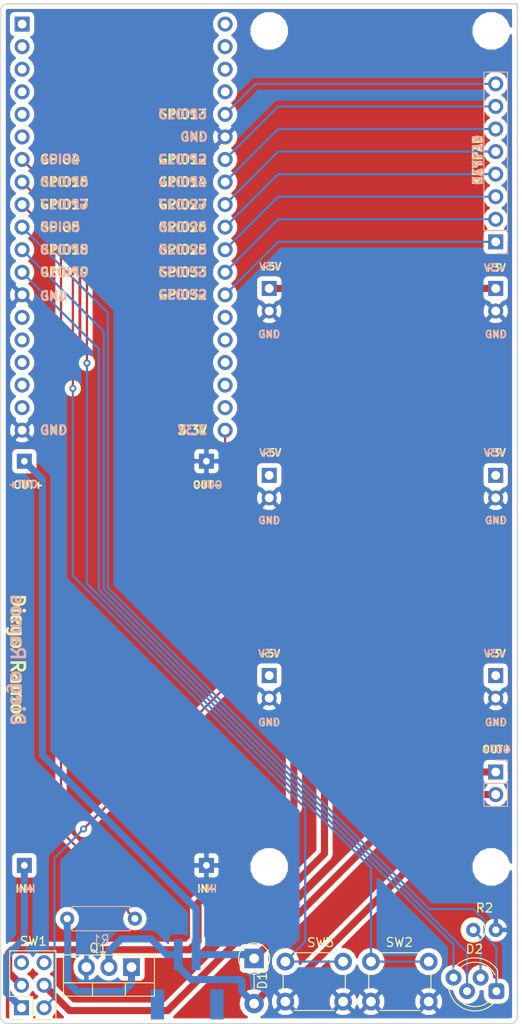
<source format=kicad_pcb>
(kicad_pcb (version 20171130) (host pcbnew "(5.0.2)-1")

  (general
    (thickness 1.6)
    (drawings 81)
    (tracks 117)
    (zones 0)
    (modules 18)
    (nets 50)
  )

  (page User 150.012 200)
  (layers
    (0 F.Cu signal)
    (31 B.Cu signal)
    (32 B.Adhes user)
    (33 F.Adhes user)
    (34 B.Paste user)
    (35 F.Paste user)
    (36 B.SilkS user hide)
    (37 F.SilkS user)
    (38 B.Mask user)
    (39 F.Mask user)
    (40 Dwgs.User user)
    (41 Cmts.User user)
    (42 Eco1.User user)
    (43 Eco2.User user)
    (44 Edge.Cuts user)
    (45 Margin user)
    (46 B.CrtYd user)
    (47 F.CrtYd user)
    (48 B.Fab user)
    (49 F.Fab user)
  )

  (setup
    (last_trace_width 0.25)
    (trace_clearance 0.2)
    (zone_clearance 0.508)
    (zone_45_only no)
    (trace_min 0.2)
    (segment_width 0.2)
    (edge_width 0.15)
    (via_size 0.8)
    (via_drill 0.4)
    (via_min_size 0.4)
    (via_min_drill 0.3)
    (uvia_size 0.3)
    (uvia_drill 0.1)
    (uvias_allowed no)
    (uvia_min_size 0.2)
    (uvia_min_drill 0.1)
    (pcb_text_width 0.3)
    (pcb_text_size 1.5 1.5)
    (mod_edge_width 0.15)
    (mod_text_size 1 1)
    (mod_text_width 0.15)
    (pad_size 1.7 1.7)
    (pad_drill 1)
    (pad_to_mask_clearance 0.051)
    (solder_mask_min_width 0.25)
    (aux_axis_origin 0 0)
    (visible_elements 7FFDFF7F)
    (pcbplotparams
      (layerselection 0x010fc_ffffffff)
      (usegerberextensions false)
      (usegerberattributes true)
      (usegerberadvancedattributes false)
      (creategerberjobfile false)
      (excludeedgelayer false)
      (linewidth 0.100000)
      (plotframeref false)
      (viasonmask false)
      (mode 1)
      (useauxorigin false)
      (hpglpennumber 1)
      (hpglpenspeed 20)
      (hpglpendiameter 15.000000)
      (psnegative false)
      (psa4output false)
      (plotreference true)
      (plotvalue false)
      (plotinvisibletext false)
      (padsonsilk false)
      (subtractmaskfromsilk false)
      (outputformat 1)
      (mirror false)
      (drillshape 0)
      (scaleselection 1)
      (outputdirectory "gerbers/"))
  )

  (net 0 "")
  (net 1 "Net-(Q1-Pad1)")
  (net 2 IO17)
  (net 3 "Net-(D1-Pad2)")
  (net 4 GND)
  (net 5 "Net-(D2-Pad4)")
  (net 6 "Net-(D2-Pad3)")
  (net 7 "Net-(D2-Pad1)")
  (net 8 "Net-(D1-Pad1)")
  (net 9 "Net-(SW1-Pad4)")
  (net 10 "Net-(B1-Pad1)")
  (net 11 "Net-(B1-Pad3)")
  (net 12 "Net-(B1-Pad5)")
  (net 13 "Net-(B1-Pad8)")
  (net 14 "Net-(B1-Pad10)")
  (net 15 "Net-(B1-Pad12)")
  (net 16 "Net-(D2-Pad2)")
  (net 17 "Net-(SW1-Pad3)")
  (net 18 "Net-(SW1-Pad6)")
  (net 19 "Net-(SW1-Pad1)")
  (net 20 "Net-(J2-Pad1)")
  (net 21 "Net-(J2-Pad2)")
  (net 22 "Net-(J2-Pad3)")
  (net 23 "Net-(J2-Pad4)")
  (net 24 "Net-(J2-Pad5)")
  (net 25 "Net-(J2-Pad6)")
  (net 26 "Net-(J2-Pad7)")
  (net 27 "Net-(J2-Pad8)")
  (net 28 "Net-(U1-Pad1)")
  (net 29 "Net-(U1-Pad2)")
  (net 30 "Net-(U1-Pad3)")
  (net 31 "Net-(U1-Pad4)")
  (net 32 "Net-(U1-Pad6)")
  (net 33 "Net-(U1-Pad14)")
  (net 34 "Net-(U1-Pad15)")
  (net 35 "Net-(U1-Pad16)")
  (net 36 "Net-(U1-Pad17)")
  (net 37 "Net-(U1-Pad18)")
  (net 38 "Net-(U1-Pad22)")
  (net 39 "Net-(U1-Pad21)")
  (net 40 "Net-(U1-Pad23)")
  (net 41 "Net-(U1-Pad24)")
  (net 42 "Net-(U1-Pad25)")
  (net 43 "Net-(U1-Pad35)")
  (net 44 "Net-(U1-Pad36)")
  (net 45 "Net-(U1-Pad37)")
  (net 46 "Net-(U1-Pad38)")
  (net 47 "Net-(U1-Pad5)")
  (net 48 "Net-(SW2-Pad2)")
  (net 49 "Net-(SW3-Pad2)")

  (net_class Default "This is the default net class."
    (clearance 0.2)
    (trace_width 0.25)
    (via_dia 0.8)
    (via_drill 0.4)
    (uvia_dia 0.3)
    (uvia_drill 0.1)
    (add_net GND)
    (add_net IO17)
    (add_net "Net-(B1-Pad10)")
    (add_net "Net-(B1-Pad3)")
    (add_net "Net-(B1-Pad5)")
    (add_net "Net-(B1-Pad8)")
    (add_net "Net-(D2-Pad1)")
    (add_net "Net-(D2-Pad2)")
    (add_net "Net-(D2-Pad3)")
    (add_net "Net-(D2-Pad4)")
    (add_net "Net-(J2-Pad1)")
    (add_net "Net-(J2-Pad2)")
    (add_net "Net-(J2-Pad3)")
    (add_net "Net-(J2-Pad4)")
    (add_net "Net-(J2-Pad5)")
    (add_net "Net-(J2-Pad6)")
    (add_net "Net-(J2-Pad7)")
    (add_net "Net-(J2-Pad8)")
    (add_net "Net-(SW1-Pad1)")
    (add_net "Net-(SW1-Pad3)")
    (add_net "Net-(SW1-Pad6)")
    (add_net "Net-(SW2-Pad2)")
    (add_net "Net-(SW3-Pad2)")
    (add_net "Net-(U1-Pad1)")
    (add_net "Net-(U1-Pad14)")
    (add_net "Net-(U1-Pad15)")
    (add_net "Net-(U1-Pad16)")
    (add_net "Net-(U1-Pad17)")
    (add_net "Net-(U1-Pad18)")
    (add_net "Net-(U1-Pad2)")
    (add_net "Net-(U1-Pad21)")
    (add_net "Net-(U1-Pad22)")
    (add_net "Net-(U1-Pad23)")
    (add_net "Net-(U1-Pad24)")
    (add_net "Net-(U1-Pad25)")
    (add_net "Net-(U1-Pad3)")
    (add_net "Net-(U1-Pad35)")
    (add_net "Net-(U1-Pad36)")
    (add_net "Net-(U1-Pad37)")
    (add_net "Net-(U1-Pad38)")
    (add_net "Net-(U1-Pad4)")
    (add_net "Net-(U1-Pad5)")
    (add_net "Net-(U1-Pad6)")
  )

  (net_class 2AMP ""
    (clearance 0.2)
    (trace_width 0.8)
    (via_dia 0.8)
    (via_drill 0.4)
    (uvia_dia 0.3)
    (uvia_drill 0.1)
    (add_net "Net-(B1-Pad1)")
    (add_net "Net-(B1-Pad12)")
    (add_net "Net-(D1-Pad1)")
    (add_net "Net-(D1-Pad2)")
    (add_net "Net-(Q1-Pad1)")
    (add_net "Net-(SW1-Pad4)")
  )

  (module Resistor_THT:R_Axial_DIN0207_L6.3mm_D2.5mm_P7.62mm_Horizontal (layer B.Cu) (tedit 5AE5139B) (tstamp 5CA1DA63)
    (at 66.167 134.239)
    (descr "Resistor, Axial_DIN0207 series, Axial, Horizontal, pin pitch=7.62mm, 0.25W = 1/4W, length*diameter=6.3*2.5mm^2, http://cdn-reichelt.de/documents/datenblatt/B400/1_4W%23YAG.pdf")
    (tags "Resistor Axial_DIN0207 series Axial Horizontal pin pitch 7.62mm 0.25W = 1/4W length 6.3mm diameter 2.5mm")
    (path /5C9459E0)
    (fp_text reference R1 (at 3.81 2.37) (layer B.SilkS)
      (effects (font (size 1 1) (thickness 0.15)) (justify mirror))
    )
    (fp_text value 1K (at 3.81 -2.37) (layer B.Fab)
      (effects (font (size 1 1) (thickness 0.15)) (justify mirror))
    )
    (fp_line (start 0.66 1.25) (end 0.66 -1.25) (layer B.Fab) (width 0.1))
    (fp_line (start 0.66 -1.25) (end 6.96 -1.25) (layer B.Fab) (width 0.1))
    (fp_line (start 6.96 -1.25) (end 6.96 1.25) (layer B.Fab) (width 0.1))
    (fp_line (start 6.96 1.25) (end 0.66 1.25) (layer B.Fab) (width 0.1))
    (fp_line (start 0 0) (end 0.66 0) (layer B.Fab) (width 0.1))
    (fp_line (start 7.62 0) (end 6.96 0) (layer B.Fab) (width 0.1))
    (fp_line (start 0.54 1.04) (end 0.54 1.37) (layer B.SilkS) (width 0.12))
    (fp_line (start 0.54 1.37) (end 7.08 1.37) (layer B.SilkS) (width 0.12))
    (fp_line (start 7.08 1.37) (end 7.08 1.04) (layer B.SilkS) (width 0.12))
    (fp_line (start 0.54 -1.04) (end 0.54 -1.37) (layer B.SilkS) (width 0.12))
    (fp_line (start 0.54 -1.37) (end 7.08 -1.37) (layer B.SilkS) (width 0.12))
    (fp_line (start 7.08 -1.37) (end 7.08 -1.04) (layer B.SilkS) (width 0.12))
    (fp_line (start -1.05 1.5) (end -1.05 -1.5) (layer B.CrtYd) (width 0.05))
    (fp_line (start -1.05 -1.5) (end 8.67 -1.5) (layer B.CrtYd) (width 0.05))
    (fp_line (start 8.67 -1.5) (end 8.67 1.5) (layer B.CrtYd) (width 0.05))
    (fp_line (start 8.67 1.5) (end -1.05 1.5) (layer B.CrtYd) (width 0.05))
    (fp_text user %R (at 3.81 0) (layer B.Fab)
      (effects (font (size 1 1) (thickness 0.15)) (justify mirror))
    )
    (pad 1 thru_hole circle (at 0 0) (size 1.6 1.6) (drill 0.8) (layers *.Cu *.Mask)
      (net 1 "Net-(Q1-Pad1)"))
    (pad 2 thru_hole oval (at 7.62 0) (size 1.6 1.6) (drill 0.8) (layers *.Cu *.Mask)
      (net 2 IO17))
    (model ${KISYS3DMOD}/Resistor_THT.3dshapes/R_Axial_DIN0207_L6.3mm_D2.5mm_P7.62mm_Horizontal.wrl
      (at (xyz 0 0 0))
      (scale (xyz 1 1 1))
      (rotate (xyz 0 0 0))
    )
  )

  (module Connector_PinHeader_2.54mm:PinHeader_1x02_P2.54mm_Vertical (layer B.Cu) (tedit 5C9502A8) (tstamp 5CA1A257)
    (at 114.4127 117.729 180)
    (descr "Through hole straight pin header, 1x02, 2.54mm pitch, single row")
    (tags "Through hole pin header THT 1x02 2.54mm single row")
    (path /5C951B30)
    (fp_text reference J1 (at 0 2.33 180) (layer B.SilkS) hide
      (effects (font (size 1 1) (thickness 0.15)) (justify mirror))
    )
    (fp_text value Backup (at 0 -4.87 180) (layer B.Fab)
      (effects (font (size 1 1) (thickness 0.15)) (justify mirror))
    )
    (fp_line (start -0.635 1.27) (end 1.27 1.27) (layer B.Fab) (width 0.1))
    (fp_line (start 1.27 1.27) (end 1.27 -3.81) (layer B.Fab) (width 0.1))
    (fp_line (start 1.27 -3.81) (end -1.27 -3.81) (layer B.Fab) (width 0.1))
    (fp_line (start -1.27 -3.81) (end -1.27 0.635) (layer B.Fab) (width 0.1))
    (fp_line (start -1.27 0.635) (end -0.635 1.27) (layer B.Fab) (width 0.1))
    (fp_line (start -1.33 -3.87) (end 1.33 -3.87) (layer B.SilkS) (width 0.12))
    (fp_line (start -1.33 -1.27) (end -1.33 -3.87) (layer B.SilkS) (width 0.12))
    (fp_line (start 1.33 -1.27) (end 1.33 -3.87) (layer B.SilkS) (width 0.12))
    (fp_line (start -1.33 -1.27) (end 1.33 -1.27) (layer B.SilkS) (width 0.12))
    (fp_line (start -1.33 0) (end -1.33 1.33) (layer B.SilkS) (width 0.12))
    (fp_line (start -1.33 1.33) (end 0 1.33) (layer B.SilkS) (width 0.12))
    (fp_line (start -1.8 1.8) (end -1.8 -4.35) (layer B.CrtYd) (width 0.05))
    (fp_line (start -1.8 -4.35) (end 1.8 -4.35) (layer B.CrtYd) (width 0.05))
    (fp_line (start 1.8 -4.35) (end 1.8 1.8) (layer B.CrtYd) (width 0.05))
    (fp_line (start 1.8 1.8) (end -1.8 1.8) (layer B.CrtYd) (width 0.05))
    (fp_text user %R (at 0 -1.27 90) (layer B.Fab)
      (effects (font (size 1 1) (thickness 0.15)) (justify mirror))
    )
    (pad 1 thru_hole rect (at 0 0 180) (size 1.7 1.7) (drill 1) (layers *.Cu *.Mask)
      (net 8 "Net-(D1-Pad1)"))
    (pad 2 thru_hole oval (at 0 -2.54 180) (size 1.7 1.7) (drill 1) (layers *.Cu *.Mask)
      (net 3 "Net-(D1-Pad2)"))
    (model ${KISYS3DMOD}/Connector_PinHeader_2.54mm.3dshapes/PinHeader_1x02_P2.54mm_Vertical.wrl
      (at (xyz 0 0 0))
      (scale (xyz 1 1 1))
      (rotate (xyz 0 0 0))
    )
  )

  (module Boost:ESP32_Diego (layer F.Cu) (tedit 5C93D08B) (tstamp 5CA05558)
    (at 61.087 33.528)
    (path /5C93E785)
    (fp_text reference U1 (at 0 -2.294) (layer F.SilkS) hide
      (effects (font (size 1 1) (thickness 0.15)))
    )
    (fp_text value ESP32R (at 0 -3.294) (layer F.Fab)
      (effects (font (size 1 1) (thickness 0.15)))
    )
    (pad 1 thru_hole rect (at 0 0) (size 1.7 1.7) (drill 1) (layers *.Cu *.Mask)
      (net 28 "Net-(U1-Pad1)"))
    (pad 2 thru_hole circle (at 0 2.54) (size 1.7 1.7) (drill 1) (layers *.Cu *.Mask)
      (net 29 "Net-(U1-Pad2)"))
    (pad 3 thru_hole circle (at 0 5.08) (size 1.7 1.7) (drill 1) (layers *.Cu *.Mask)
      (net 30 "Net-(U1-Pad3)"))
    (pad 4 thru_hole circle (at 0 7.62) (size 1.7 1.7) (drill 1) (layers *.Cu *.Mask)
      (net 31 "Net-(U1-Pad4)"))
    (pad 5 thru_hole circle (at 0 10.16) (size 1.7 1.7) (drill 1) (layers *.Cu *.Mask)
      (net 47 "Net-(U1-Pad5)"))
    (pad 6 thru_hole circle (at 0 12.7) (size 1.7 1.7) (drill 1) (layers *.Cu *.Mask)
      (net 32 "Net-(U1-Pad6)"))
    (pad 7 thru_hole circle (at 0 15.24) (size 1.7 1.7) (drill 1) (layers *.Cu *.Mask)
      (net 48 "Net-(SW2-Pad2)"))
    (pad 8 thru_hole circle (at 0 17.78) (size 1.7 1.7) (drill 1) (layers *.Cu *.Mask)
      (net 49 "Net-(SW3-Pad2)"))
    (pad 9 thru_hole circle (at 0 20.32) (size 1.7 1.7) (drill 1) (layers *.Cu *.Mask)
      (net 2 IO17))
    (pad 10 thru_hole circle (at 0 22.86) (size 1.7 1.7) (drill 1) (layers *.Cu *.Mask)
      (net 7 "Net-(D2-Pad1)"))
    (pad 11 thru_hole circle (at 0 25.4) (size 1.7 1.7) (drill 1) (layers *.Cu *.Mask)
      (net 6 "Net-(D2-Pad3)"))
    (pad 12 thru_hole circle (at 0 27.94) (size 1.7 1.7) (drill 1) (layers *.Cu *.Mask)
      (net 5 "Net-(D2-Pad4)"))
    (pad 13 thru_hole circle (at 0 30.48) (size 1.7 1.7) (drill 1) (layers *.Cu *.Mask)
      (net 4 GND))
    (pad 14 thru_hole circle (at 0 33.02) (size 1.7 1.7) (drill 1) (layers *.Cu *.Mask)
      (net 33 "Net-(U1-Pad14)"))
    (pad 15 thru_hole circle (at 0 35.56) (size 1.7 1.7) (drill 1) (layers *.Cu *.Mask)
      (net 34 "Net-(U1-Pad15)"))
    (pad 16 thru_hole circle (at 0 38.1) (size 1.7 1.7) (drill 1) (layers *.Cu *.Mask)
      (net 35 "Net-(U1-Pad16)"))
    (pad 17 thru_hole circle (at 0 40.64) (size 1.7 1.7) (drill 1) (layers *.Cu *.Mask)
      (net 36 "Net-(U1-Pad17)"))
    (pad 18 thru_hole circle (at 0 43.18) (size 1.7 1.7) (drill 1) (layers *.Cu *.Mask)
      (net 37 "Net-(U1-Pad18)"))
    (pad 19 thru_hole circle (at 0 45.72) (size 1.7 1.7) (drill 1) (layers *.Cu *.Mask)
      (net 4 GND))
    (pad 22 thru_hole circle (at 22.86 40.64) (size 1.7 1.7) (drill 1) (layers *.Cu *.Mask)
      (net 38 "Net-(U1-Pad22)"))
    (pad 20 thru_hole circle (at 22.86 45.72) (size 1.7 1.7) (drill 1) (layers *.Cu *.Mask)
      (net 19 "Net-(SW1-Pad1)"))
    (pad 21 thru_hole circle (at 22.86 43.18) (size 1.7 1.7) (drill 1) (layers *.Cu *.Mask)
      (net 39 "Net-(U1-Pad21)"))
    (pad 23 thru_hole circle (at 22.86 38.1) (size 1.7 1.7) (drill 1) (layers *.Cu *.Mask)
      (net 40 "Net-(U1-Pad23)"))
    (pad 24 thru_hole circle (at 22.86 35.56) (size 1.7 1.7) (drill 1) (layers *.Cu *.Mask)
      (net 41 "Net-(U1-Pad24)"))
    (pad 25 thru_hole circle (at 22.86 33.02) (size 1.7 1.7) (drill 1) (layers *.Cu *.Mask)
      (net 42 "Net-(U1-Pad25)"))
    (pad 26 thru_hole circle (at 22.86 30.48) (size 1.7 1.7) (drill 1) (layers *.Cu *.Mask)
      (net 20 "Net-(J2-Pad1)"))
    (pad 27 thru_hole circle (at 22.86 27.94) (size 1.7 1.7) (drill 1) (layers *.Cu *.Mask)
      (net 21 "Net-(J2-Pad2)"))
    (pad 28 thru_hole circle (at 22.86 25.4) (size 1.7 1.7) (drill 1) (layers *.Cu *.Mask)
      (net 22 "Net-(J2-Pad3)"))
    (pad 29 thru_hole circle (at 22.86 22.86) (size 1.7 1.7) (drill 1) (layers *.Cu *.Mask)
      (net 23 "Net-(J2-Pad4)"))
    (pad 30 thru_hole circle (at 22.86 20.32) (size 1.7 1.7) (drill 1) (layers *.Cu *.Mask)
      (net 24 "Net-(J2-Pad5)"))
    (pad 31 thru_hole circle (at 22.86 17.78) (size 1.7 1.7) (drill 1) (layers *.Cu *.Mask)
      (net 25 "Net-(J2-Pad6)"))
    (pad 32 thru_hole circle (at 22.86 15.24) (size 1.7 1.7) (drill 1) (layers *.Cu *.Mask)
      (net 26 "Net-(J2-Pad7)"))
    (pad 33 thru_hole circle (at 22.86 12.7) (size 1.7 1.7) (drill 1) (layers *.Cu *.Mask)
      (net 4 GND))
    (pad 34 thru_hole circle (at 22.86 10.16) (size 1.7 1.7) (drill 1) (layers *.Cu *.Mask)
      (net 27 "Net-(J2-Pad8)"))
    (pad 35 thru_hole circle (at 22.86 7.62) (size 1.7 1.7) (drill 1) (layers *.Cu *.Mask)
      (net 43 "Net-(U1-Pad35)"))
    (pad 36 thru_hole circle (at 22.86 5.08) (size 1.7 1.7) (drill 1) (layers *.Cu *.Mask)
      (net 44 "Net-(U1-Pad36)"))
    (pad 37 thru_hole circle (at 22.86 2.54) (size 1.7 1.7) (drill 1) (layers *.Cu *.Mask)
      (net 45 "Net-(U1-Pad37)"))
    (pad 38 thru_hole circle (at 22.86 0) (size 1.7 1.7) (drill 1) (layers *.Cu *.Mask)
      (net 46 "Net-(U1-Pad38)"))
  )

  (module Boost:BoostConverter (layer F.Cu) (tedit 5C93B482) (tstamp 5CABDDF8)
    (at 61.341 82.7405)
    (path /5C93EF63)
    (fp_text reference U2 (at 0 -1.913) (layer F.SilkS) hide
      (effects (font (size 1 1) (thickness 0.15)))
    )
    (fp_text value BoostConverter (at 0 -3.429) (layer F.Fab)
      (effects (font (size 1 1) (thickness 0.15)))
    )
    (pad 4 thru_hole rect (at 0 0) (size 1.7 1.7) (drill 0.762) (layers *.Cu *.Mask)
      (net 8 "Net-(D1-Pad1)"))
    (pad 3 thru_hole rect (at 20.5 0) (size 1.7 1.7) (drill 0.762) (layers *.Cu *.Mask)
      (net 4 GND))
    (pad 2 thru_hole rect (at 20.5 45.5) (size 1.7 1.7) (drill 0.762) (layers *.Cu *.Mask)
      (net 4 GND))
    (pad 1 thru_hole rect (at 0 45.5) (size 1.7 1.7) (drill 0.762) (layers *.Cu *.Mask)
      (net 9 "Net-(SW1-Pad4)"))
  )

  (module Boost:JST-PH (layer B.Cu) (tedit 5C92E338) (tstamp 5CA18179)
    (at 80.677 138.291 180)
    (path /5C93F62B)
    (fp_text reference J3 (at 0 4.326 180) (layer B.SilkS) hide
      (effects (font (size 1 1) (thickness 0.15)) (justify mirror))
    )
    (fp_text value JST-PH (at 0 5.326 180) (layer B.Fab)
      (effects (font (size 1 1) (thickness 0.15)) (justify mirror))
    )
    (pad 1 smd rect (at 0 0 180) (size 1 3.5) (layers B.Cu B.Paste B.Mask)
      (net 8 "Net-(D1-Pad1)"))
    (pad 2 smd rect (at 2 0 180) (size 1 3.5) (layers B.Cu B.Paste B.Mask)
      (net 3 "Net-(D1-Pad2)"))
    (pad "" smd rect (at -2.35 -5.6 180) (size 1.5 3.4) (layers B.Cu B.Paste B.Mask))
    (pad "" smd rect (at 4.35 -5.6 180) (size 1.5 3.4) (layers B.Cu B.Paste B.Mask))
  )

  (module Connector_PinSocket_2.54mm:PinSocket_2x03_P2.54mm_Vertical (layer F.Cu) (tedit 5C9309A0) (tstamp 5CA020E9)
    (at 61.0235 144.272 180)
    (descr "Through hole straight socket strip, 2x03, 2.54mm pitch, double cols (from Kicad 4.0.7), script generated")
    (tags "Through hole socket strip THT 2x03 2.54mm double row")
    (path /5C95D142)
    (fp_text reference SW1 (at -1.3335 7.493) (layer F.SilkS)
      (effects (font (size 1 1) (thickness 0.15)))
    )
    (fp_text value SPDT (at -1.27 7.85 180) (layer F.Fab)
      (effects (font (size 1 1) (thickness 0.15)))
    )
    (fp_line (start -3.81 -1.27) (end 0.27 -1.27) (layer F.Fab) (width 0.1))
    (fp_line (start 0.27 -1.27) (end 1.27 -0.27) (layer F.Fab) (width 0.1))
    (fp_line (start 1.27 -0.27) (end 1.27 6.35) (layer F.Fab) (width 0.1))
    (fp_line (start 1.27 6.35) (end -3.81 6.35) (layer F.Fab) (width 0.1))
    (fp_line (start -3.81 6.35) (end -3.81 -1.27) (layer F.Fab) (width 0.1))
    (fp_line (start -3.87 -1.33) (end -1.27 -1.33) (layer F.SilkS) (width 0.12))
    (fp_line (start -3.87 -1.33) (end -3.87 6.41) (layer F.SilkS) (width 0.12))
    (fp_line (start -3.87 6.41) (end 1.33 6.41) (layer F.SilkS) (width 0.12))
    (fp_line (start 1.33 1.27) (end 1.33 6.41) (layer F.SilkS) (width 0.12))
    (fp_line (start -1.27 1.27) (end 1.33 1.27) (layer F.SilkS) (width 0.12))
    (fp_line (start -1.27 -1.33) (end -1.27 1.27) (layer F.SilkS) (width 0.12))
    (fp_line (start 1.33 -1.33) (end 1.33 0) (layer F.SilkS) (width 0.12))
    (fp_line (start 0 -1.33) (end 1.33 -1.33) (layer F.SilkS) (width 0.12))
    (fp_line (start -4.34 -1.8) (end 1.76 -1.8) (layer F.CrtYd) (width 0.05))
    (fp_line (start 1.76 -1.8) (end 1.76 6.85) (layer F.CrtYd) (width 0.05))
    (fp_line (start 1.76 6.85) (end -4.34 6.85) (layer F.CrtYd) (width 0.05))
    (fp_line (start -4.34 6.85) (end -4.34 -1.8) (layer F.CrtYd) (width 0.05))
    (fp_text user %R (at -1.27 2.54) (layer F.Fab)
      (effects (font (size 1 1) (thickness 0.15)))
    )
    (pad 4 thru_hole rect (at 0 0 180) (size 1.7 1.7) (drill 1) (layers *.Cu *.Mask)
      (net 9 "Net-(SW1-Pad4)"))
    (pad 1 thru_hole oval (at -2.54 0 180) (size 1.7 1.7) (drill 1) (layers *.Cu *.Mask)
      (net 19 "Net-(SW1-Pad1)"))
    (pad 5 thru_hole oval (at 0 2.54 180) (size 1.7 1.7) (drill 1) (layers *.Cu *.Mask)
      (net 10 "Net-(B1-Pad1)"))
    (pad 2 thru_hole oval (at -2.54 2.54 180) (size 1.7 1.7) (drill 1) (layers *.Cu *.Mask)
      (net 15 "Net-(B1-Pad12)"))
    (pad 6 thru_hole oval (at 0 5.08 180) (size 1.7 1.7) (drill 1) (layers *.Cu *.Mask)
      (net 18 "Net-(SW1-Pad6)"))
    (pad 3 thru_hole oval (at -2.54 5.08 180) (size 1.7 1.7) (drill 1) (layers *.Cu *.Mask)
      (net 17 "Net-(SW1-Pad3)"))
    (model ${KISYS3DMOD}/Connector_PinSocket_2.54mm.3dshapes/PinSocket_2x03_P2.54mm_Vertical.wrl
      (at (xyz 0 0 0))
      (scale (xyz 1 1 1))
      (rotate (xyz 0 0 0))
    )
  )

  (module Resistor_THT:R_Axial_DIN0207_L6.3mm_D2.5mm_P2.54mm_Vertical (layer F.Cu) (tedit 5C9508AD) (tstamp 5C9F7F80)
    (at 111.887 135.509)
    (descr "Resistor, Axial_DIN0207 series, Axial, Vertical, pin pitch=2.54mm, 0.25W = 1/4W, length*diameter=6.3*2.5mm^2, http://cdn-reichelt.de/documents/datenblatt/B400/1_4W%23YAG.pdf")
    (tags "Resistor Axial_DIN0207 series Axial Vertical pin pitch 2.54mm 0.25W = 1/4W length 6.3mm diameter 2.5mm")
    (path /5C9514AA)
    (fp_text reference R2 (at 1.27 -2.4765) (layer F.SilkS)
      (effects (font (size 1 1) (thickness 0.15)))
    )
    (fp_text value 1K (at 1.27 2.37) (layer F.Fab)
      (effects (font (size 1 1) (thickness 0.15)))
    )
    (fp_circle (center 0 0) (end 1.25 0) (layer F.Fab) (width 0.1))
    (fp_circle (center 0 0) (end 1.37 0) (layer F.SilkS) (width 0.12))
    (fp_line (start 0 0) (end 2.54 0) (layer F.Fab) (width 0.1))
    (fp_line (start 1.37 0) (end 1.44 0) (layer F.SilkS) (width 0.12))
    (fp_line (start -1.5 -1.5) (end -1.5 1.5) (layer F.CrtYd) (width 0.05))
    (fp_line (start -1.5 1.5) (end 3.59 1.5) (layer F.CrtYd) (width 0.05))
    (fp_line (start 3.59 1.5) (end 3.59 -1.5) (layer F.CrtYd) (width 0.05))
    (fp_line (start 3.59 -1.5) (end -1.5 -1.5) (layer F.CrtYd) (width 0.05))
    (fp_text user %R (at 1.27 -2.37) (layer F.Fab) hide
      (effects (font (size 1 1) (thickness 0.15)))
    )
    (pad 1 thru_hole circle (at 0 0) (size 1.6 1.6) (drill 0.8) (layers *.Cu *.Mask)
      (net 16 "Net-(D2-Pad2)"))
    (pad 2 thru_hole oval (at 2.54 0) (size 1.6 1.6) (drill 0.8) (layers *.Cu *.Mask)
      (net 4 GND))
    (model ${KISYS3DMOD}/Resistor_THT.3dshapes/R_Axial_DIN0207_L6.3mm_D2.5mm_P2.54mm_Vertical.wrl
      (at (xyz 0 0 0))
      (scale (xyz 1 1 1))
      (rotate (xyz 0 0 0))
    )
  )

  (module Connector_PinSocket_2.54mm:PinSocket_1x08_P2.54mm_Vertical (layer B.Cu) (tedit 5C92E361) (tstamp 5CAE090F)
    (at 114.4127 58.039)
    (descr "Through hole straight socket strip, 1x08, 2.54mm pitch, single row (from Kicad 4.0.7), script generated")
    (tags "Through hole socket strip THT 1x08 2.54mm single row")
    (path /5C92D467)
    (fp_text reference J2 (at 0 2.77) (layer B.SilkS) hide
      (effects (font (size 1 1) (thickness 0.15)) (justify mirror))
    )
    (fp_text value Keypad (at 0 -20.55) (layer B.Fab)
      (effects (font (size 1 1) (thickness 0.15)) (justify mirror))
    )
    (fp_line (start -1.27 1.27) (end 0.635 1.27) (layer B.Fab) (width 0.1))
    (fp_line (start 0.635 1.27) (end 1.27 0.635) (layer B.Fab) (width 0.1))
    (fp_line (start 1.27 0.635) (end 1.27 -19.05) (layer B.Fab) (width 0.1))
    (fp_line (start 1.27 -19.05) (end -1.27 -19.05) (layer B.Fab) (width 0.1))
    (fp_line (start -1.27 -19.05) (end -1.27 1.27) (layer B.Fab) (width 0.1))
    (fp_line (start -1.33 -1.27) (end 1.33 -1.27) (layer B.SilkS) (width 0.12))
    (fp_line (start -1.33 -1.27) (end -1.33 -19.11) (layer B.SilkS) (width 0.12))
    (fp_line (start -1.33 -19.11) (end 1.33 -19.11) (layer B.SilkS) (width 0.12))
    (fp_line (start 1.33 -1.27) (end 1.33 -19.11) (layer B.SilkS) (width 0.12))
    (fp_line (start 1.33 1.33) (end 1.33 0) (layer B.SilkS) (width 0.12))
    (fp_line (start 0 1.33) (end 1.33 1.33) (layer B.SilkS) (width 0.12))
    (fp_line (start -1.8 1.8) (end 1.75 1.8) (layer B.CrtYd) (width 0.05))
    (fp_line (start 1.75 1.8) (end 1.75 -19.55) (layer B.CrtYd) (width 0.05))
    (fp_line (start 1.75 -19.55) (end -1.8 -19.55) (layer B.CrtYd) (width 0.05))
    (fp_line (start -1.8 -19.55) (end -1.8 1.8) (layer B.CrtYd) (width 0.05))
    (fp_text user %R (at 0 -8.89 -90) (layer B.Fab)
      (effects (font (size 1 1) (thickness 0.15)) (justify mirror))
    )
    (pad 1 thru_hole rect (at 0 0) (size 1.7 1.7) (drill 1) (layers *.Cu *.Mask)
      (net 20 "Net-(J2-Pad1)"))
    (pad 2 thru_hole oval (at 0 -2.54) (size 1.7 1.7) (drill 1) (layers *.Cu *.Mask)
      (net 21 "Net-(J2-Pad2)"))
    (pad 3 thru_hole oval (at 0 -5.08) (size 1.7 1.7) (drill 1) (layers *.Cu *.Mask)
      (net 22 "Net-(J2-Pad3)"))
    (pad 4 thru_hole oval (at 0 -7.62) (size 1.7 1.7) (drill 1) (layers *.Cu *.Mask)
      (net 23 "Net-(J2-Pad4)"))
    (pad 5 thru_hole oval (at 0 -10.16) (size 1.7 1.7) (drill 1) (layers *.Cu *.Mask)
      (net 24 "Net-(J2-Pad5)"))
    (pad 6 thru_hole oval (at 0 -12.7) (size 1.7 1.7) (drill 1) (layers *.Cu *.Mask)
      (net 25 "Net-(J2-Pad6)"))
    (pad 7 thru_hole oval (at 0 -15.24) (size 1.7 1.7) (drill 1) (layers *.Cu *.Mask)
      (net 26 "Net-(J2-Pad7)"))
    (pad 8 thru_hole oval (at 0 -17.78) (size 1.7 1.7) (drill 1) (layers *.Cu *.Mask)
      (net 27 "Net-(J2-Pad8)"))
    (model ${KISYS3DMOD}/Connector_PinSocket_2.54mm.3dshapes/PinSocket_1x08_P2.54mm_Vertical.wrl
      (at (xyz 0 0 0))
      (scale (xyz 1 1 1))
      (rotate (xyz 0 0 0))
    )
  )

  (module Boost:Battery_Supply (layer F.Cu) (tedit 5C92C375) (tstamp 5CA1B830)
    (at 88.9127 63.29)
    (path /5C93E91C)
    (fp_text reference B1 (at 0 -4.072) (layer F.SilkS) hide
      (effects (font (size 1 1) (thickness 0.15)))
    )
    (fp_text value Battery (at 0 -5.072) (layer F.Fab)
      (effects (font (size 1 1) (thickness 0.15)))
    )
    (pad 1 thru_hole rect (at 0 0) (size 1.7 1.7) (drill 1) (layers *.Cu *.Mask)
      (net 10 "Net-(B1-Pad1)"))
    (pad 2 thru_hole circle (at 0 2.54) (size 1.7 1.7) (drill 1) (layers *.Cu *.Mask)
      (net 4 GND))
    (pad 3 thru_hole rect (at 0 21.04) (size 1.7 1.7) (drill 1) (layers *.Cu *.Mask)
      (net 11 "Net-(B1-Pad3)"))
    (pad 4 thru_hole circle (at 0 23.58) (size 1.7 1.7) (drill 1) (layers *.Cu *.Mask)
      (net 4 GND))
    (pad 5 thru_hole rect (at 0 43.58) (size 1.7 1.7) (drill 1) (layers *.Cu *.Mask)
      (net 12 "Net-(B1-Pad5)"))
    (pad 6 thru_hole circle (at 0 46.12) (size 1.7 1.7) (drill 1) (layers *.Cu *.Mask)
      (net 4 GND))
    (pad 7 thru_hole circle (at 25.5 46.12) (size 1.7 1.7) (drill 1) (layers *.Cu *.Mask)
      (net 4 GND))
    (pad 8 thru_hole rect (at 25.5 43.58) (size 1.7 1.7) (drill 1) (layers *.Cu *.Mask)
      (net 13 "Net-(B1-Pad8)"))
    (pad 9 thru_hole circle (at 25.5 23.58) (size 1.7 1.7) (drill 1) (layers *.Cu *.Mask)
      (net 4 GND))
    (pad 10 thru_hole rect (at 25.5 21.04) (size 1.7 1.7) (drill 1) (layers *.Cu *.Mask)
      (net 14 "Net-(B1-Pad10)"))
    (pad 11 thru_hole circle (at 25.5 2.54) (size 1.7 1.7) (drill 1) (layers *.Cu *.Mask)
      (net 4 GND))
    (pad 12 thru_hole rect (at 25.5 0) (size 1.7 1.7) (drill 1) (layers *.Cu *.Mask)
      (net 15 "Net-(B1-Pad12)"))
  )

  (module Diode_THT:D_DO-41_SOD81_P5.08mm_Vertical_AnodeUp (layer F.Cu) (tedit 5C9508B3) (tstamp 5C9F860A)
    (at 87.2109 138.7221 270)
    (descr "Diode, DO-41_SOD81 series, Axial, Vertical, pin pitch=5.08mm, , length*diameter=5.2*2.7mm^2, , http://www.diodes.com/_files/packages/DO-41%20(Plastic).pdf")
    (tags "Diode DO-41_SOD81 series Axial Vertical pin pitch 5.08mm  length 5.2mm diameter 2.7mm")
    (path /5C93F11B)
    (fp_text reference D1 (at 2.5019 -0.9271 270) (layer F.SilkS)
      (effects (font (size 1 1) (thickness 0.15)))
    )
    (fp_text value 1N4004 (at 2.54 2.750635 270) (layer F.Fab)
      (effects (font (size 1 1) (thickness 0.15)))
    )
    (fp_circle (center 0 0) (end 1.35 0) (layer F.Fab) (width 0.1))
    (fp_circle (center 0 0) (end 1.750635 0) (layer F.SilkS) (width 0.12))
    (fp_line (start 0 0) (end 5.08 0) (layer F.Fab) (width 0.1))
    (fp_line (start 1.750635 0) (end 3.68 0) (layer F.SilkS) (width 0.12))
    (fp_line (start -1.6 -1.6) (end -1.6 1.6) (layer F.CrtYd) (width 0.05))
    (fp_line (start -1.6 1.6) (end 6.43 1.6) (layer F.CrtYd) (width 0.05))
    (fp_line (start 6.43 1.6) (end 6.43 -1.6) (layer F.CrtYd) (width 0.05))
    (fp_line (start 6.43 -1.6) (end -1.6 -1.6) (layer F.CrtYd) (width 0.05))
    (fp_text user %R (at 2.54 -2.750635) (layer F.Fab) hide
      (effects (font (size 1 1) (thickness 0.15)))
    )
    (fp_text user A (at 3.28 1.1 270) (layer F.Fab) hide
      (effects (font (size 1 1) (thickness 0.15)))
    )
    (fp_text user A (at 3.28 1.1 270) (layer F.SilkS) hide
      (effects (font (size 1 1) (thickness 0.15)))
    )
    (pad 1 thru_hole rect (at 0 0 270) (size 2.2 2.2) (drill 1.1) (layers *.Cu *.Mask)
      (net 8 "Net-(D1-Pad1)"))
    (pad 2 thru_hole oval (at 5.08 0 270) (size 2.2 2.2) (drill 1.1) (layers *.Cu *.Mask)
      (net 3 "Net-(D1-Pad2)"))
    (model ${KISYS3DMOD}/Diode_THT.3dshapes/D_DO-41_SOD81_P5.08mm_Vertical_AnodeUp.wrl
      (at (xyz 0 0 0))
      (scale (xyz 1 1 1))
      (rotate (xyz 0 0 0))
    )
  )

  (module LED_THT:LED_D5.0mm-4_RGB_Staggered_Pins (layer F.Cu) (tedit 5C9508A6) (tstamp 5CB8D56E)
    (at 114.4905 142.4051 180)
    (descr "LED, diameter 5.0mm, 2 pins, diameter 5.0mm, 3 pins, diameter 5.0mm, 4 pins, http://www.kingbright.com/attachments/file/psearch/000/00/00/L-154A4SUREQBFZGEW(Ver.9A).pdf")
    (tags "LED diameter 5.0mm 2 pins diameter 5.0mm 3 pins diameter 5.0mm 4 pins RGB RGBLED")
    (path /5C98A1C5)
    (fp_text reference D2 (at 2.4765 4.7371 180) (layer F.SilkS)
      (effects (font (size 1 1) (thickness 0.15)))
    )
    (fp_text value LED_RCGB (at 2.667 4.722 180) (layer F.Fab)
      (effects (font (size 1 1) (thickness 0.15)))
    )
    (fp_line (start -0.147 1.061188) (end -0.147 2.307) (layer F.SilkS) (width 0.12))
    (fp_line (start -0.087 -0.707694) (end -0.087 2.231694) (layer F.Fab) (width 0.1))
    (fp_circle (center 2.413 0.762) (end 4.913 0.762) (layer F.Fab) (width 0.1))
    (fp_arc (start 2.413 0.762) (end 0.158316 1.842) (angle -116) (layer F.SilkS) (width 0.12))
    (fp_arc (start 2.413 0.762) (end -0.147 2.30683) (angle -112) (layer F.SilkS) (width 0.12))
    (fp_arc (start 2.413 0.762) (end 0.028 -1.038) (angle 138) (layer F.SilkS) (width 0.12))
    (fp_arc (start 2.413 0.762) (end -0.087 -0.707694) (angle 299.1) (layer F.Fab) (width 0.1))
    (fp_arc (start 2.413 0.762) (end 0.660401 -1.015999) (angle 128) (layer F.SilkS) (width 0.12))
    (fp_text user %R (at 2.413 -3.198 180) (layer F.Fab) hide
      (effects (font (size 1 1) (thickness 0.15)))
    )
    (fp_line (start 5.84 -2.49) (end 5.84 4.01) (layer F.CrtYd) (width 0.05))
    (fp_line (start 5.84 4.01) (end -1.02 4.01) (layer F.CrtYd) (width 0.05))
    (fp_line (start -1.02 4.01) (end -1.02 -2.49) (layer F.CrtYd) (width 0.05))
    (fp_line (start -1.02 -2.49) (end 5.83 -2.49) (layer F.CrtYd) (width 0.05))
    (pad 4 thru_hole circle (at 4.826 1.524 180) (size 1.8 1.8) (drill 0.9) (layers *.Cu *.Mask)
      (net 5 "Net-(D2-Pad4)"))
    (pad 3 thru_hole circle (at 3.302 0 180) (size 1.8 1.8) (drill 0.9) (layers *.Cu *.Mask)
      (net 6 "Net-(D2-Pad3)"))
    (pad 2 thru_hole circle (at 1.778 1.524 180) (size 1.8 1.8) (drill 0.9) (layers *.Cu *.Mask)
      (net 16 "Net-(D2-Pad2)"))
    (pad 1 thru_hole roundrect (at 0 0 180) (size 1.8 1.8) (drill 0.9) (layers *.Cu *.Mask) (roundrect_rratio 0.25)
      (net 7 "Net-(D2-Pad1)"))
    (model ${KISYS3DMOD}/LED_THT.3dshapes/LED_D5.0mm-4_RGB_Staggered_Pins.wrl
      (at (xyz 0 0 0))
      (scale (xyz 1 1 1))
      (rotate (xyz 0 0 0))
    )
  )

  (module Button_Switch_THT:SW_PUSH_6mm_H5mm (layer F.Cu) (tedit 5C95089F) (tstamp 5C9F9690)
    (at 97.2312 143.5735 180)
    (descr "tactile push button, 6x6mm e.g. PHAP33xx series, height=5mm")
    (tags "tact sw push 6mm")
    (path /5C9527D4)
    (fp_text reference SW3 (at 2.5273 6.6421) (layer F.SilkS)
      (effects (font (size 1 1) (thickness 0.15)))
    )
    (fp_text value SW_Push (at 3.75 6.7 180) (layer F.Fab)
      (effects (font (size 1 1) (thickness 0.15)))
    )
    (fp_circle (center 3.25 2.25) (end 1.25 2.5) (layer F.Fab) (width 0.1))
    (fp_line (start 6.75 3) (end 6.75 1.5) (layer F.SilkS) (width 0.12))
    (fp_line (start 5.5 -1) (end 1 -1) (layer F.SilkS) (width 0.12))
    (fp_line (start -0.25 1.5) (end -0.25 3) (layer F.SilkS) (width 0.12))
    (fp_line (start 1 5.5) (end 5.5 5.5) (layer F.SilkS) (width 0.12))
    (fp_line (start 8 -1.25) (end 8 5.75) (layer F.CrtYd) (width 0.05))
    (fp_line (start 7.75 6) (end -1.25 6) (layer F.CrtYd) (width 0.05))
    (fp_line (start -1.5 5.75) (end -1.5 -1.25) (layer F.CrtYd) (width 0.05))
    (fp_line (start -1.25 -1.5) (end 7.75 -1.5) (layer F.CrtYd) (width 0.05))
    (fp_line (start -1.5 6) (end -1.25 6) (layer F.CrtYd) (width 0.05))
    (fp_line (start -1.5 5.75) (end -1.5 6) (layer F.CrtYd) (width 0.05))
    (fp_line (start -1.5 -1.5) (end -1.25 -1.5) (layer F.CrtYd) (width 0.05))
    (fp_line (start -1.5 -1.25) (end -1.5 -1.5) (layer F.CrtYd) (width 0.05))
    (fp_line (start 8 -1.5) (end 8 -1.25) (layer F.CrtYd) (width 0.05))
    (fp_line (start 7.75 -1.5) (end 8 -1.5) (layer F.CrtYd) (width 0.05))
    (fp_line (start 8 6) (end 8 5.75) (layer F.CrtYd) (width 0.05))
    (fp_line (start 7.75 6) (end 8 6) (layer F.CrtYd) (width 0.05))
    (fp_line (start 0.25 -0.75) (end 3.25 -0.75) (layer F.Fab) (width 0.1))
    (fp_line (start 0.25 5.25) (end 0.25 -0.75) (layer F.Fab) (width 0.1))
    (fp_line (start 6.25 5.25) (end 0.25 5.25) (layer F.Fab) (width 0.1))
    (fp_line (start 6.25 -0.75) (end 6.25 5.25) (layer F.Fab) (width 0.1))
    (fp_line (start 3.25 -0.75) (end 6.25 -0.75) (layer F.Fab) (width 0.1))
    (fp_text user %R (at 3.25 -0.767501 180) (layer F.Fab) hide
      (effects (font (size 1 1) (thickness 0.15)))
    )
    (pad 1 thru_hole circle (at 6.5 0 270) (size 2 2) (drill 1.1) (layers *.Cu *.Mask)
      (net 4 GND))
    (pad 2 thru_hole circle (at 6.5 4.5 270) (size 2 2) (drill 1.1) (layers *.Cu *.Mask)
      (net 49 "Net-(SW3-Pad2)"))
    (pad 1 thru_hole circle (at 0 0 270) (size 2 2) (drill 1.1) (layers *.Cu *.Mask)
      (net 4 GND))
    (pad 2 thru_hole circle (at 0 4.5 270) (size 2 2) (drill 1.1) (layers *.Cu *.Mask)
      (net 49 "Net-(SW3-Pad2)"))
    (model ${KISYS3DMOD}/Button_Switch_THT.3dshapes/SW_PUSH_6mm_H5mm.wrl
      (at (xyz 0 0 0))
      (scale (xyz 1 1 1))
      (rotate (xyz 0 0 0))
    )
  )

  (module Button_Switch_THT:SW_PUSH_6mm_H5mm (layer F.Cu) (tedit 5C9508A3) (tstamp 5CA1E1BD)
    (at 106.8705 143.5735 180)
    (descr "tactile push button, 6x6mm e.g. PHAP33xx series, height=5mm")
    (tags "tact sw push 6mm")
    (path /5C95276E)
    (fp_text reference SW2 (at 3.3147 6.6675) (layer F.SilkS)
      (effects (font (size 1 1) (thickness 0.15)))
    )
    (fp_text value SW_Push (at 3.75 6.7 180) (layer F.Fab)
      (effects (font (size 1 1) (thickness 0.15)))
    )
    (fp_text user %R (at 3.25 2.25) (layer F.Fab) hide
      (effects (font (size 1 1) (thickness 0.15)))
    )
    (fp_line (start 3.25 -0.75) (end 6.25 -0.75) (layer F.Fab) (width 0.1))
    (fp_line (start 6.25 -0.75) (end 6.25 5.25) (layer F.Fab) (width 0.1))
    (fp_line (start 6.25 5.25) (end 0.25 5.25) (layer F.Fab) (width 0.1))
    (fp_line (start 0.25 5.25) (end 0.25 -0.75) (layer F.Fab) (width 0.1))
    (fp_line (start 0.25 -0.75) (end 3.25 -0.75) (layer F.Fab) (width 0.1))
    (fp_line (start 7.75 6) (end 8 6) (layer F.CrtYd) (width 0.05))
    (fp_line (start 8 6) (end 8 5.75) (layer F.CrtYd) (width 0.05))
    (fp_line (start 7.75 -1.5) (end 8 -1.5) (layer F.CrtYd) (width 0.05))
    (fp_line (start 8 -1.5) (end 8 -1.25) (layer F.CrtYd) (width 0.05))
    (fp_line (start -1.5 -1.25) (end -1.5 -1.5) (layer F.CrtYd) (width 0.05))
    (fp_line (start -1.5 -1.5) (end -1.25 -1.5) (layer F.CrtYd) (width 0.05))
    (fp_line (start -1.5 5.75) (end -1.5 6) (layer F.CrtYd) (width 0.05))
    (fp_line (start -1.5 6) (end -1.25 6) (layer F.CrtYd) (width 0.05))
    (fp_line (start -1.25 -1.5) (end 7.75 -1.5) (layer F.CrtYd) (width 0.05))
    (fp_line (start -1.5 5.75) (end -1.5 -1.25) (layer F.CrtYd) (width 0.05))
    (fp_line (start 7.75 6) (end -1.25 6) (layer F.CrtYd) (width 0.05))
    (fp_line (start 8 -1.25) (end 8 5.75) (layer F.CrtYd) (width 0.05))
    (fp_line (start 1 5.5) (end 5.5 5.5) (layer F.SilkS) (width 0.12))
    (fp_line (start -0.25 1.5) (end -0.25 3) (layer F.SilkS) (width 0.12))
    (fp_line (start 5.5 -1) (end 1 -1) (layer F.SilkS) (width 0.12))
    (fp_line (start 6.75 3) (end 6.75 1.5) (layer F.SilkS) (width 0.12))
    (fp_circle (center 3.25 2.25) (end 1.25 2.5) (layer F.Fab) (width 0.1))
    (pad 2 thru_hole circle (at 0 4.5 270) (size 2 2) (drill 1.1) (layers *.Cu *.Mask)
      (net 48 "Net-(SW2-Pad2)"))
    (pad 1 thru_hole circle (at 0 0 270) (size 2 2) (drill 1.1) (layers *.Cu *.Mask)
      (net 4 GND))
    (pad 2 thru_hole circle (at 6.5 4.5 270) (size 2 2) (drill 1.1) (layers *.Cu *.Mask)
      (net 48 "Net-(SW2-Pad2)"))
    (pad 1 thru_hole circle (at 6.5 0 270) (size 2 2) (drill 1.1) (layers *.Cu *.Mask)
      (net 4 GND))
    (model ${KISYS3DMOD}/Button_Switch_THT.3dshapes/SW_PUSH_6mm_H5mm.wrl
      (at (xyz 0 0 0))
      (scale (xyz 1 1 1))
      (rotate (xyz 0 0 0))
    )
  )

  (module Package_TO_SOT_THT:TO-220-3_Vertical (layer F.Cu) (tedit 5C9508C1) (tstamp 5CABDD55)
    (at 73.406 139.7 180)
    (descr "TO-220-3, Vertical, RM 2.54mm, see https://www.vishay.com/docs/66542/to-220-1.pdf")
    (tags "TO-220-3 Vertical RM 2.54mm")
    (path /5C93E8B4)
    (fp_text reference Q1 (at 3.7465 2.159) (layer F.SilkS)
      (effects (font (size 1 1) (thickness 0.15)))
    )
    (fp_text value TIP102 (at 2.54 2.5 180) (layer F.Fab)
      (effects (font (size 1 1) (thickness 0.15)))
    )
    (fp_line (start -2.46 -3.15) (end -2.46 1.25) (layer F.Fab) (width 0.1))
    (fp_line (start -2.46 1.25) (end 7.54 1.25) (layer F.Fab) (width 0.1))
    (fp_line (start 7.54 1.25) (end 7.54 -3.15) (layer F.Fab) (width 0.1))
    (fp_line (start 7.54 -3.15) (end -2.46 -3.15) (layer F.Fab) (width 0.1))
    (fp_line (start -2.46 -1.88) (end 7.54 -1.88) (layer F.Fab) (width 0.1))
    (fp_line (start 0.69 -3.15) (end 0.69 -1.88) (layer F.Fab) (width 0.1))
    (fp_line (start 4.39 -3.15) (end 4.39 -1.88) (layer F.Fab) (width 0.1))
    (fp_line (start -2.58 -3.27) (end 7.66 -3.27) (layer F.SilkS) (width 0.12))
    (fp_line (start -2.58 1.371) (end 7.66 1.371) (layer F.SilkS) (width 0.12))
    (fp_line (start -2.58 -3.27) (end -2.58 1.371) (layer F.SilkS) (width 0.12))
    (fp_line (start 7.66 -3.27) (end 7.66 1.371) (layer F.SilkS) (width 0.12))
    (fp_line (start -2.58 -1.76) (end 7.66 -1.76) (layer F.SilkS) (width 0.12))
    (fp_line (start 0.69 -3.27) (end 0.69 -1.76) (layer F.SilkS) (width 0.12))
    (fp_line (start 4.391 -3.27) (end 4.391 -1.76) (layer F.SilkS) (width 0.12))
    (fp_line (start -2.71 -3.4) (end -2.71 1.51) (layer F.CrtYd) (width 0.05))
    (fp_line (start -2.71 1.51) (end 7.79 1.51) (layer F.CrtYd) (width 0.05))
    (fp_line (start 7.79 1.51) (end 7.79 -3.4) (layer F.CrtYd) (width 0.05))
    (fp_line (start 7.79 -3.4) (end -2.71 -3.4) (layer F.CrtYd) (width 0.05))
    (fp_text user %R (at 2.54 -4.27 180) (layer F.Fab) hide
      (effects (font (size 1 1) (thickness 0.15)))
    )
    (pad 1 thru_hole rect (at 0 0 180) (size 1.905 2) (drill 1.1) (layers *.Cu *.Mask)
      (net 1 "Net-(Q1-Pad1)"))
    (pad 2 thru_hole oval (at 2.54 0 180) (size 1.905 2) (drill 1.1) (layers *.Cu *.Mask)
      (net 3 "Net-(D1-Pad2)"))
    (pad 3 thru_hole oval (at 5.08 0 180) (size 1.905 2) (drill 1.1) (layers *.Cu *.Mask)
      (net 4 GND))
    (model ${KISYS3DMOD}/Package_TO_SOT_THT.3dshapes/TO-220-3_Vertical.wrl
      (at (xyz 0 0 0))
      (scale (xyz 1 1 1))
      (rotate (xyz 0 0 0))
    )
  )

  (module MountingHole:MountingHole_3.2mm_M3 locked (layer F.Cu) (tedit 5C9508D8) (tstamp 5CA1B894)
    (at 113.9127 128.41)
    (descr "Mounting Hole 3.2mm, no annular, M3")
    (tags "mounting hole 3.2mm no annular m3")
    (attr virtual)
    (fp_text reference REF** (at 0 -4.2) (layer F.SilkS) hide
      (effects (font (size 1 1) (thickness 0.15)))
    )
    (fp_text value MountingHole_3.2mm_M3 (at 0 4.2) (layer F.Fab)
      (effects (font (size 1 1) (thickness 0.15)))
    )
    (fp_circle (center 0 0) (end 3.45 0) (layer F.CrtYd) (width 0.05))
    (fp_circle (center 0 0) (end 3.2 0) (layer Cmts.User) (width 0.15))
    (fp_text user %R (at 0.3 0) (layer F.Fab) hide
      (effects (font (size 1 1) (thickness 0.15)))
    )
    (pad 1 np_thru_hole circle (at 0 0) (size 3.2 3.2) (drill 3.2) (layers *.Cu *.Mask))
  )

  (module MountingHole:MountingHole_3.2mm_M3 locked (layer F.Cu) (tedit 5C9508D3) (tstamp 5CA1B87F)
    (at 88.9127 128.41)
    (descr "Mounting Hole 3.2mm, no annular, M3")
    (tags "mounting hole 3.2mm no annular m3")
    (attr virtual)
    (fp_text reference REF** (at 0 -4.2) (layer F.SilkS) hide
      (effects (font (size 1 1) (thickness 0.15)))
    )
    (fp_text value MountingHole_3.2mm_M3 (at 0 4.2) (layer F.Fab)
      (effects (font (size 1 1) (thickness 0.15)))
    )
    (fp_circle (center 0 0) (end 3.45 0) (layer F.CrtYd) (width 0.05))
    (fp_circle (center 0 0) (end 3.2 0) (layer Cmts.User) (width 0.15))
    (fp_text user %R (at 0.3 0) (layer F.Fab) hide
      (effects (font (size 1 1) (thickness 0.15)))
    )
    (pad 1 np_thru_hole circle (at 0 0) (size 3.2 3.2) (drill 3.2) (layers *.Cu *.Mask))
  )

  (module MountingHole:MountingHole_3.2mm_M3 locked (layer F.Cu) (tedit 5C9508C7) (tstamp 5CA1B86A)
    (at 88.9127 34.29)
    (descr "Mounting Hole 3.2mm, no annular, M3")
    (tags "mounting hole 3.2mm no annular m3")
    (attr virtual)
    (fp_text reference HOLE1 (at 0 -4.2) (layer F.SilkS) hide
      (effects (font (size 1 1) (thickness 0.15)))
    )
    (fp_text value MountingHole_3.2mm_M3 (at 0 4.2) (layer F.Fab)
      (effects (font (size 1 1) (thickness 0.15)))
    )
    (fp_circle (center 0 0) (end 3.45 0) (layer F.CrtYd) (width 0.05))
    (fp_circle (center 0 0) (end 3.2 0) (layer Cmts.User) (width 0.15))
    (fp_text user %R (at 0.3 0) (layer F.Fab) hide
      (effects (font (size 1 1) (thickness 0.15)))
    )
    (pad 1 np_thru_hole circle (at 0 0) (size 3.2 3.2) (drill 3.2) (layers *.Cu *.Mask))
  )

  (module MountingHole:MountingHole_3.2mm_M3 locked (layer F.Cu) (tedit 5C9508CA) (tstamp 5CA1B855)
    (at 113.9127 34.29)
    (descr "Mounting Hole 3.2mm, no annular, M3")
    (tags "mounting hole 3.2mm no annular m3")
    (attr virtual)
    (fp_text reference HOLE3 (at 0 -4.2) (layer F.SilkS) hide
      (effects (font (size 1 1) (thickness 0.15)))
    )
    (fp_text value MountingHole_3.2mm_M3 (at 0 4.2) (layer F.Fab)
      (effects (font (size 1 1) (thickness 0.15)))
    )
    (fp_circle (center 0 0) (end 3.45 0) (layer F.CrtYd) (width 0.05))
    (fp_circle (center 0 0) (end 3.2 0) (layer Cmts.User) (width 0.15))
    (fp_text user %R (at 0.3 0) (layer F.Fab) hide
      (effects (font (size 1 1) (thickness 0.15)))
    )
    (pad 1 np_thru_hole circle (at 0 0) (size 3.2 3.2) (drill 3.2) (layers *.Cu *.Mask))
  )

  (gr_text OUT+ (at 114.427 115.189) (layer B.SilkS) (tstamp 5CA1B5DB)
    (effects (font (size 0.8 0.8) (thickness 0.2)) (justify mirror))
  )
  (gr_text OUT+ (at 114.554 115.189) (layer F.SilkS)
    (effects (font (size 0.8 0.8) (thickness 0.2)))
  )
  (gr_text GND (at 80.438524 46.228) (layer B.SilkS) (tstamp 5CA06D67)
    (effects (font (size 1 1) (thickness 0.25)) (justify mirror))
  )
  (gr_text GPIO33 (at 79.168524 61.468) (layer B.SilkS) (tstamp 5CA06D66)
    (effects (font (size 1 1) (thickness 0.25)) (justify mirror))
  )
  (gr_text GPIO12 (at 79.168524 48.768) (layer B.SilkS) (tstamp 5CA06D65)
    (effects (font (size 1 1) (thickness 0.25)) (justify mirror))
  )
  (gr_text GPIO13 (at 79.168524 43.688) (layer B.SilkS) (tstamp 5CA06D64)
    (effects (font (size 1 1) (thickness 0.25)) (justify mirror))
  )
  (gr_text GPIO25 (at 79.168524 58.928) (layer B.SilkS) (tstamp 5CA06D63)
    (effects (font (size 1 1) (thickness 0.25)) (justify mirror))
  )
  (gr_text GPIO26 (at 79.168524 56.388) (layer B.SilkS) (tstamp 5CA06D62)
    (effects (font (size 1 1) (thickness 0.25)) (justify mirror))
  )
  (gr_text GPIO14 (at 79.168524 51.308) (layer B.SilkS) (tstamp 5CA06D61)
    (effects (font (size 1 1) (thickness 0.25)) (justify mirror))
  )
  (gr_text GPIO32 (at 79.168524 64.008) (layer B.SilkS) (tstamp 5CA06D60)
    (effects (font (size 1 1) (thickness 0.25)) (justify mirror))
  )
  (gr_text GPIO27 (at 79.168524 53.848) (layer B.SilkS) (tstamp 5CA06D5F)
    (effects (font (size 1 1) (thickness 0.25)) (justify mirror))
  )
  (gr_text GND (at 64.643 64.135) (layer B.SilkS) (tstamp 5CA06D56)
    (effects (font (size 1 1) (thickness 0.25)) (justify mirror))
  )
  (gr_text GND (at 64.643 79.248) (layer B.SilkS) (tstamp 5CA06D55)
    (effects (font (size 1 1) (thickness 0.25)) (justify mirror))
  )
  (gr_text GPIO18 (at 65.833476 58.928) (layer B.SilkS) (tstamp 5CA06D54)
    (effects (font (size 1 1) (thickness 0.25)) (justify mirror))
  )
  (gr_text GPIO19 (at 65.833476 61.468) (layer B.SilkS) (tstamp 5CA06D53)
    (effects (font (size 1 1) (thickness 0.25)) (justify mirror))
  )
  (gr_text GPIO4 (at 65.357286 48.768) (layer B.SilkS) (tstamp 5CA06D52)
    (effects (font (size 1 1) (thickness 0.25)) (justify mirror))
  )
  (gr_text GPIO16 (at 65.833476 51.308) (layer B.SilkS) (tstamp 5CA06D51)
    (effects (font (size 1 1) (thickness 0.25)) (justify mirror))
  )
  (gr_text GPIO5 (at 65.357286 56.388) (layer B.SilkS) (tstamp 5CA06D50)
    (effects (font (size 1 1) (thickness 0.25)) (justify mirror))
  )
  (gr_text GPIO17 (at 65.833476 53.848) (layer B.SilkS) (tstamp 5CA06D4F)
    (effects (font (size 1 1) (thickness 0.25)) (justify mirror))
  )
  (gr_text GPIO19 (at 65.833476 61.468) (layer F.SilkS) (tstamp 5CA06CE0)
    (effects (font (size 1 1) (thickness 0.25)))
  )
  (gr_text GPIO4 (at 65.357286 48.768) (layer F.SilkS) (tstamp 5CA06CDF)
    (effects (font (size 1 1) (thickness 0.25)))
  )
  (gr_text GPIO18 (at 65.833476 58.928) (layer F.SilkS) (tstamp 5CA06CDE)
    (effects (font (size 1 1) (thickness 0.25)))
  )
  (gr_text GPIO5 (at 65.357286 56.388) (layer F.SilkS) (tstamp 5CA06CDD)
    (effects (font (size 1 1) (thickness 0.25)))
  )
  (gr_text GPIO16 (at 65.833476 51.308) (layer F.SilkS) (tstamp 5CA06CDC)
    (effects (font (size 1 1) (thickness 0.25)))
  )
  (gr_text GPIO17 (at 65.833476 53.848) (layer F.SilkS) (tstamp 5CA06CDB)
    (effects (font (size 1 1) (thickness 0.25)))
  )
  (gr_text GPIO32 (at 79.168524 64.008) (layer F.SilkS) (tstamp 5CA06C89)
    (effects (font (size 1 1) (thickness 0.25)))
  )
  (gr_text GPIO33 (at 79.168524 61.468) (layer F.SilkS) (tstamp 5CA06C85)
    (effects (font (size 1 1) (thickness 0.25)))
  )
  (gr_text GPIO25 (at 79.168524 58.928) (layer F.SilkS) (tstamp 5CA06C81)
    (effects (font (size 1 1) (thickness 0.25)))
  )
  (gr_text GPIO26 (at 79.168524 56.388) (layer F.SilkS) (tstamp 5CA06C7C)
    (effects (font (size 1 1) (thickness 0.25)))
  )
  (gr_text GPIO27 (at 79.168524 53.848) (layer F.SilkS) (tstamp 5CA06C79)
    (effects (font (size 1 1) (thickness 0.25)))
  )
  (gr_text GPIO14 (at 79.168524 51.308) (layer F.SilkS) (tstamp 5CA06C74)
    (effects (font (size 1 1) (thickness 0.25)))
  )
  (gr_text GPIO12 (at 79.168524 48.768) (layer F.SilkS) (tstamp 5CA06C69)
    (effects (font (size 1 1) (thickness 0.25)))
  )
  (gr_text GPIO13 (at 79.168524 43.688) (layer F.SilkS) (tstamp 5CA06C57)
    (effects (font (size 1 1) (thickness 0.25)))
  )
  (gr_text GND (at 80.438524 46.228) (layer F.SilkS)
    (effects (font (size 1 1) (thickness 0.25)))
  )
  (gr_text 3.3V (at 80.263762 79.248) (layer B.SilkS) (tstamp 5C944DCD)
    (effects (font (size 1 1) (thickness 0.25)) (justify mirror))
  )
  (gr_text 3.3V (at 80.263762 79.248) (layer F.SilkS)
    (effects (font (size 1 1) (thickness 0.25)))
  )
  (gr_text GND (at 64.643 79.248) (layer F.SilkS) (tstamp 5C944112)
    (effects (font (size 1 1) (thickness 0.25)))
  )
  (gr_text GND (at 64.643 64.135) (layer F.SilkS) (tstamp 5C943FDE)
    (effects (font (size 1 1) (thickness 0.25)))
  )
  (gr_arc (start 59.436 145.288) (end 58.674 145.288) (angle -90) (layer Edge.Cuts) (width 0.15))
  (gr_arc (start 116.078 145.288) (end 116.078 146.05) (angle -90) (layer Edge.Cuts) (width 0.15))
  (gr_arc (start 59.436 32.004) (end 59.436 31.242) (angle -90) (layer Edge.Cuts) (width 0.15))
  (gr_line (start 58.674 145.288) (end 58.674 32.004) (layer Edge.Cuts) (width 0.15))
  (gr_line (start 116.078 146.05) (end 59.436 146.05) (layer Edge.Cuts) (width 0.15) (tstamp 5CA1E21C))
  (gr_line (start 116.84 31.242) (end 116.84 145.288) (layer Edge.Cuts) (width 0.15))
  (gr_line (start 59.436 31.242) (end 116.84 31.242) (layer Edge.Cuts) (width 0.15))
  (gr_text KEYPAD (at 112.395 48.8315 90) (layer B.SilkS) (tstamp 5C9F893C)
    (effects (font (size 1 1) (thickness 0.25)) (justify mirror))
  )
  (gr_text KEYPAD (at 112.395 48.8315 90) (layer F.SilkS)
    (effects (font (size 1 1) (thickness 0.25)))
  )
  (gr_text IN+ (at 61.468 130.8735) (layer B.SilkS) (tstamp 5C8DB396)
    (effects (font (size 0.8 0.8) (thickness 0.2)) (justify mirror))
  )
  (gr_text IN- (at 81.915 130.8735) (layer B.SilkS) (tstamp 5C8DB395)
    (effects (font (size 0.8 0.8) (thickness 0.2)) (justify mirror))
  )
  (gr_text OUT+ (at 61.214 85.344) (layer B.SilkS) (tstamp 5C8DB2D6)
    (effects (font (size 0.8 0.8) (thickness 0.2)) (justify mirror))
  )
  (gr_text OUT- (at 81.9785 85.4075) (layer B.SilkS) (tstamp 5C9456D4)
    (effects (font (size 0.8 0.8) (thickness 0.2)) (justify mirror))
  )
  (gr_text +3V (at 114.3127 104.394) (layer B.SilkS) (tstamp 5CA1B7EC)
    (effects (font (size 0.8 0.8) (thickness 0.2)) (justify mirror))
  )
  (gr_text GND (at 114.4397 112.141) (layer B.SilkS) (tstamp 5CA1B81F)
    (effects (font (size 0.8 0.8) (thickness 0.2)) (justify mirror))
  )
  (gr_text GND (at 114.4397 112.141) (layer F.SilkS) (tstamp 5CA1B7F5)
    (effects (font (size 0.8 0.8) (thickness 0.2)))
  )
  (gr_text +3V (at 114.3127 104.394) (layer F.SilkS) (tstamp 5CA1B80A)
    (effects (font (size 0.8 0.8) (thickness 0.2)))
  )
  (gr_text +3V (at 114.3127 81.788) (layer B.SilkS) (tstamp 5CA1B7F8)
    (effects (font (size 0.8 0.8) (thickness 0.2)) (justify mirror))
  )
  (gr_text GND (at 114.4397 89.408) (layer B.SilkS) (tstamp 5CA1B7E3)
    (effects (font (size 0.8 0.8) (thickness 0.2)) (justify mirror))
  )
  (gr_text GND (at 114.4397 89.408) (layer F.SilkS) (tstamp 5CA1B7FB)
    (effects (font (size 0.8 0.8) (thickness 0.2)))
  )
  (gr_text +3V (at 114.3127 81.788) (layer F.SilkS) (tstamp 5CA1B7FE)
    (effects (font (size 0.8 0.8) (thickness 0.2)))
  )
  (gr_text GND (at 114.4397 68.453) (layer F.SilkS) (tstamp 5CA1B810)
    (effects (font (size 0.8 0.8) (thickness 0.2)))
  )
  (gr_text GND (at 114.4397 68.453) (layer B.SilkS) (tstamp 5CA1B7DA)
    (effects (font (size 0.8 0.8) (thickness 0.2)) (justify mirror))
  )
  (gr_text +3V (at 114.3127 60.96) (layer B.SilkS) (tstamp 5CA1B7F2)
    (effects (font (size 0.8 0.8) (thickness 0.2)) (justify mirror))
  )
  (gr_text +3V (at 114.3127 60.96) (layer F.SilkS) (tstamp 5CA1B7E0)
    (effects (font (size 0.8 0.8) (thickness 0.2)))
  )
  (gr_text +5V (at 88.9127 104.394) (layer B.SilkS) (tstamp 5CA1B7EF)
    (effects (font (size 0.8 0.8) (thickness 0.2)) (justify mirror))
  )
  (gr_text GND (at 88.9127 112.141) (layer B.SilkS) (tstamp 5CA1B7E9)
    (effects (font (size 0.8 0.8) (thickness 0.2)) (justify mirror))
  )
  (gr_text +5V (at 88.9127 104.394) (layer F.SilkS) (tstamp 5CA1B81C)
    (effects (font (size 0.8 0.8) (thickness 0.2)))
  )
  (gr_text GND (at 88.9127 112.141) (layer F.SilkS) (tstamp 5CA1B813)
    (effects (font (size 0.8 0.8) (thickness 0.2)))
  )
  (gr_text GND (at 88.9127 89.408) (layer F.SilkS) (tstamp 5CA1B819)
    (effects (font (size 0.8 0.8) (thickness 0.2)))
  )
  (gr_text GND (at 88.9127 89.408) (layer B.SilkS) (tstamp 5CA1B80D)
    (effects (font (size 0.8 0.8) (thickness 0.2)) (justify mirror))
  )
  (gr_text +5V (at 89.0397 81.788) (layer F.SilkS) (tstamp 5CA1B7DD)
    (effects (font (size 0.8 0.8) (thickness 0.2)))
  )
  (gr_text +5V (at 89.0397 81.788) (layer B.SilkS) (tstamp 5CA1B807)
    (effects (font (size 0.8 0.8) (thickness 0.2)) (justify mirror))
  )
  (gr_text +5V (at 89.0397 60.833) (layer B.SilkS) (tstamp 5CA1B816)
    (effects (font (size 0.8 0.8) (thickness 0.2)) (justify mirror))
  )
  (gr_text GND (at 88.9127 68.453) (layer B.SilkS) (tstamp 5CA1B804)
    (effects (font (size 0.8 0.8) (thickness 0.2)) (justify mirror))
  )
  (gr_text GND (at 88.9127 68.453) (layer F.SilkS) (tstamp 5CA1B7E6)
    (effects (font (size 0.8 0.8) (thickness 0.2)))
  )
  (gr_text +5V (at 89.0397 60.833) (layer F.SilkS) (tstamp 5CA1B801)
    (effects (font (size 0.8 0.8) (thickness 0.2)))
  )
  (gr_text "Diego Ramos" (at 60.579 105.0925 270) (layer B.SilkS) (tstamp 5C9F88E8)
    (effects (font (size 1.5 1.5) (thickness 0.3)) (justify mirror))
  )
  (gr_text "Diego Ramos" (at 60.579 105.0925 270) (layer F.SilkS) (tstamp 5C9F88EB)
    (effects (font (size 1.5 1.5) (thickness 0.3)))
  )
  (gr_text IN- (at 81.915 130.8735) (layer F.SilkS)
    (effects (font (size 0.8 0.8) (thickness 0.2)))
  )
  (gr_text IN+ (at 61.468 130.8735) (layer F.SilkS)
    (effects (font (size 0.8 0.8) (thickness 0.2)))
  )
  (gr_text OUT- (at 81.9785 85.4075) (layer F.SilkS) (tstamp 5C9456D1)
    (effects (font (size 0.8 0.8) (thickness 0.2)))
  )
  (gr_text OUT+ (at 61.7855 85.4075) (layer F.SilkS)
    (effects (font (size 0.8 0.8) (thickness 0.2)))
  )

  (segment (start 73.406 141.5) (end 73.406 139.7) (width 0.8) (layer B.Cu) (net 1))
  (segment (start 72.4755 142.4305) (end 73.406 141.5) (width 0.8) (layer B.Cu) (net 1))
  (segment (start 67.2465 142.4305) (end 72.4755 142.4305) (width 0.8) (layer B.Cu) (net 1))
  (segment (start 66.2305 141.4145) (end 67.2465 142.4305) (width 0.8) (layer B.Cu) (net 1))
  (segment (start 66.2305 135.8265) (end 66.2305 141.4145) (width 0.8) (layer B.Cu) (net 1))
  (segment (start 66.167 135.763) (end 66.2305 135.8265) (width 0.8) (layer B.Cu) (net 1))
  (segment (start 66.167 134.239) (end 66.167 135.763) (width 0.8) (layer B.Cu) (net 1))
  (segment (start 61.936999 54.697999) (end 61.087 53.848) (width 0.25) (layer F.Cu) (net 2))
  (segment (start 65.4685 58.2295) (end 61.936999 54.697999) (width 0.25) (layer F.Cu) (net 2))
  (segment (start 65.4685 124.3965) (end 65.4685 58.2295) (width 0.25) (layer F.Cu) (net 2))
  (segment (start 72.987001 131.915001) (end 65.4685 124.3965) (width 0.25) (layer F.Cu) (net 2))
  (segment (start 72.987001 133.439001) (end 72.987001 131.915001) (width 0.25) (layer F.Cu) (net 2))
  (segment (start 73.787 134.239) (end 72.987001 133.439001) (width 0.25) (layer F.Cu) (net 2))
  (segment (start 77.377 138.291) (end 75.611 136.525) (width 0.8) (layer B.Cu) (net 3))
  (segment (start 78.677 138.291) (end 77.377 138.291) (width 0.8) (layer B.Cu) (net 3))
  (segment (start 70.866 137.9) (end 70.866 139.7) (width 0.8) (layer B.Cu) (net 3))
  (segment (start 72.241 136.525) (end 70.866 137.9) (width 0.8) (layer B.Cu) (net 3))
  (segment (start 75.611 136.525) (end 72.241 136.525) (width 0.8) (layer B.Cu) (net 3))
  (segment (start 85.852 142.4432) (end 87.2109 143.8021) (width 0.8) (layer B.Cu) (net 3))
  (segment (start 85.852 141.2875) (end 85.852 142.4432) (width 0.8) (layer B.Cu) (net 3))
  (segment (start 85.6615 141.097) (end 85.852 141.2875) (width 0.8) (layer B.Cu) (net 3))
  (segment (start 80.152998 141.097) (end 85.6615 141.097) (width 0.8) (layer B.Cu) (net 3))
  (segment (start 78.677 138.291) (end 78.677 139.621002) (width 0.8) (layer B.Cu) (net 3))
  (segment (start 78.677 139.621002) (end 80.152998 141.097) (width 0.8) (layer B.Cu) (net 3))
  (segment (start 89.789 141.224) (end 87.2109 143.8021) (width 0.8) (layer F.Cu) (net 3))
  (segment (start 91.948 141.224) (end 89.789 141.224) (width 0.8) (layer F.Cu) (net 3))
  (segment (start 114.4127 120.269) (end 112.903 120.269) (width 0.8) (layer F.Cu) (net 3))
  (segment (start 112.903 120.269) (end 91.948 141.224) (width 0.8) (layer F.Cu) (net 3))
  (segment (start 61.936999 62.317999) (end 61.087 61.468) (width 0.25) (layer B.Cu) (net 5))
  (segment (start 109.6645 140.8811) (end 109.6645 137.162822) (width 0.25) (layer B.Cu) (net 5))
  (segment (start 69.723 70.104) (end 61.936999 62.317999) (width 0.25) (layer B.Cu) (net 5))
  (segment (start 69.723 97.221322) (end 69.723 70.104) (width 0.25) (layer B.Cu) (net 5))
  (segment (start 109.6645 137.162822) (end 69.723 97.221322) (width 0.25) (layer B.Cu) (net 5))
  (segment (start 111.1885 138.050411) (end 70.288989 97.1509) (width 0.25) (layer B.Cu) (net 6))
  (segment (start 70.288989 97.1509) (end 70.288989 68.129989) (width 0.25) (layer B.Cu) (net 6))
  (segment (start 70.288989 68.129989) (end 61.936999 59.777999) (width 0.25) (layer B.Cu) (net 6))
  (segment (start 111.1885 142.4051) (end 111.1885 138.050411) (width 0.25) (layer B.Cu) (net 6))
  (segment (start 61.936999 59.777999) (end 61.087 58.928) (width 0.25) (layer B.Cu) (net 6))
  (segment (start 70.739 66.04) (end 61.087 56.388) (width 0.25) (layer B.Cu) (net 7))
  (segment (start 70.739 96.9645) (end 70.739 66.04) (width 0.25) (layer B.Cu) (net 7))
  (segment (start 114.4905 137.47609) (end 113.157 136.14259) (width 0.25) (layer B.Cu) (net 7))
  (segment (start 114.4905 142.4051) (end 114.4905 137.47609) (width 0.25) (layer B.Cu) (net 7))
  (segment (start 113.157 136.14259) (end 113.157 134.4295) (width 0.25) (layer B.Cu) (net 7))
  (segment (start 113.157 134.4295) (end 111.887 133.1595) (width 0.25) (layer B.Cu) (net 7))
  (segment (start 111.887 133.1595) (end 106.934 133.1595) (width 0.25) (layer B.Cu) (net 7))
  (segment (start 106.934 133.1595) (end 70.739 96.9645) (width 0.25) (layer B.Cu) (net 7))
  (segment (start 86.7798 138.291) (end 87.2109 138.7221) (width 0.8) (layer B.Cu) (net 8))
  (segment (start 80.677 138.291) (end 86.7798 138.291) (width 0.8) (layer B.Cu) (net 8))
  (segment (start 63.373 84.7725) (end 61.341 82.7405) (width 0.8) (layer B.Cu) (net 8))
  (segment (start 63.373 115.824) (end 63.373 84.7725) (width 0.8) (layer B.Cu) (net 8))
  (segment (start 80.677 138.291) (end 80.677 133.128) (width 0.8) (layer B.Cu) (net 8))
  (segment (start 80.677 133.128) (end 63.373 115.824) (width 0.8) (layer B.Cu) (net 8))
  (segment (start 108.204 117.729) (end 87.2109 138.7221) (width 0.8) (layer F.Cu) (net 8))
  (segment (start 114.4127 117.729) (end 108.204 117.729) (width 0.8) (layer F.Cu) (net 8))
  (segment (start 61.341 136.4615) (end 61.341 128.2405) (width 0.8) (layer B.Cu) (net 9))
  (segment (start 59.34901 138.45349) (end 61.341 136.4615) (width 0.8) (layer B.Cu) (net 9))
  (segment (start 61.0235 144.272) (end 59.34901 142.59751) (width 0.8) (layer B.Cu) (net 9))
  (segment (start 59.34901 142.59751) (end 59.34901 138.45349) (width 0.8) (layer B.Cu) (net 9))
  (segment (start 91.694 121.666) (end 91.694 64.4213) (width 0.8) (layer F.Cu) (net 10))
  (segment (start 80.899 132.461) (end 91.694 121.666) (width 0.8) (layer F.Cu) (net 10))
  (segment (start 61.0235 141.732) (end 59.573499 140.281999) (width 0.8) (layer F.Cu) (net 10))
  (segment (start 90.5627 63.29) (end 88.9127 63.29) (width 0.8) (layer F.Cu) (net 10))
  (segment (start 59.573499 138.102001) (end 59.933501 137.741999) (width 0.8) (layer F.Cu) (net 10))
  (segment (start 91.694 64.4213) (end 90.5627 63.29) (width 0.8) (layer F.Cu) (net 10))
  (segment (start 59.933501 137.741999) (end 79.936001 137.741999) (width 0.8) (layer F.Cu) (net 10))
  (segment (start 79.936001 137.741999) (end 80.899 136.779) (width 0.8) (layer F.Cu) (net 10))
  (segment (start 59.573499 140.281999) (end 59.573499 138.102001) (width 0.8) (layer F.Cu) (net 10))
  (segment (start 80.899 136.779) (end 80.899 132.461) (width 0.8) (layer F.Cu) (net 10))
  (segment (start 112.7627 63.29) (end 114.4127 63.29) (width 0.8) (layer F.Cu) (net 15))
  (segment (start 66.421 144.5895) (end 77.47 144.5895) (width 0.8) (layer F.Cu) (net 15))
  (segment (start 63.5635 141.732) (end 66.421 144.5895) (width 0.8) (layer F.Cu) (net 15))
  (segment (start 77.47 144.5895) (end 95.1357 126.9238) (width 0.8) (layer F.Cu) (net 15))
  (segment (start 95.1357 80.5561) (end 112.4018 63.29) (width 0.8) (layer F.Cu) (net 15))
  (segment (start 95.1357 126.9238) (end 95.1357 80.5561) (width 0.8) (layer F.Cu) (net 15))
  (segment (start 112.4018 63.29) (end 112.7627 63.29) (width 0.8) (layer F.Cu) (net 15))
  (segment (start 113.1443 140.4493) (end 112.7125 140.8811) (width 0.25) (layer B.Cu) (net 16))
  (segment (start 112.7125 136.3345) (end 111.887 135.509) (width 0.25) (layer B.Cu) (net 16))
  (segment (start 112.7125 140.8811) (end 112.7125 136.3345) (width 0.25) (layer B.Cu) (net 16))
  (via (at 68.0085 124.1425) (size 0.8) (drill 0.4) (layers F.Cu B.Cu) (net 19))
  (segment (start 83.947 79.248) (end 83.947 108.204) (width 0.25) (layer F.Cu) (net 19))
  (segment (start 64.738501 143.096999) (end 64.738501 127.412499) (width 0.25) (layer B.Cu) (net 19))
  (segment (start 64.738501 127.412499) (end 67.608501 124.542499) (width 0.25) (layer B.Cu) (net 19))
  (segment (start 63.5635 144.272) (end 64.738501 143.096999) (width 0.25) (layer B.Cu) (net 19))
  (segment (start 68.408499 123.742501) (end 68.0085 124.1425) (width 0.25) (layer F.Cu) (net 19))
  (segment (start 67.608501 124.542499) (end 68.0085 124.1425) (width 0.25) (layer B.Cu) (net 19))
  (segment (start 83.947 108.204) (end 68.408499 123.742501) (width 0.25) (layer F.Cu) (net 19))
  (segment (start 89.916 58.039) (end 83.947 64.008) (width 0.25) (layer B.Cu) (net 20))
  (segment (start 114.4127 58.039) (end 89.916 58.039) (width 0.25) (layer B.Cu) (net 20))
  (segment (start 89.916 55.499) (end 83.947 61.468) (width 0.25) (layer B.Cu) (net 21))
  (segment (start 89.916 55.499) (end 114.4127 55.499) (width 0.25) (layer B.Cu) (net 21))
  (segment (start 89.916 52.959) (end 83.947 58.928) (width 0.25) (layer B.Cu) (net 22))
  (segment (start 89.916 52.959) (end 114.4127 52.959) (width 0.25) (layer B.Cu) (net 22))
  (segment (start 89.916 50.419) (end 83.947 56.388) (width 0.25) (layer B.Cu) (net 23))
  (segment (start 89.916 50.419) (end 114.4127 50.419) (width 0.25) (layer B.Cu) (net 23))
  (segment (start 89.916 47.879) (end 83.947 53.848) (width 0.25) (layer B.Cu) (net 24))
  (segment (start 89.916 47.879) (end 114.4127 47.879) (width 0.25) (layer B.Cu) (net 24))
  (segment (start 89.916 45.339) (end 83.947 51.308) (width 0.25) (layer B.Cu) (net 25))
  (segment (start 89.916 45.339) (end 114.4127 45.339) (width 0.25) (layer B.Cu) (net 25))
  (segment (start 89.916 42.799) (end 83.947 48.768) (width 0.25) (layer B.Cu) (net 26))
  (segment (start 89.916 42.799) (end 114.4127 42.799) (width 0.25) (layer B.Cu) (net 26))
  (segment (start 87.376 40.259) (end 83.947 43.688) (width 0.25) (layer B.Cu) (net 27))
  (segment (start 87.376 40.259) (end 114.4127 40.259) (width 0.25) (layer B.Cu) (net 27))
  (via (at 68.3895 71.6915) (size 0.8) (drill 0.4) (layers F.Cu B.Cu) (net 48))
  (segment (start 68.3895 56.0705) (end 61.087 48.768) (width 0.25) (layer F.Cu) (net 48))
  (segment (start 68.3895 71.6915) (end 68.3895 56.0705) (width 0.25) (layer F.Cu) (net 48))
  (segment (start 106.8705 139.0735) (end 100.3705 139.0735) (width 0.25) (layer B.Cu) (net 48))
  (segment (start 68.3895 96.524232) (end 68.3895 71.6915) (width 0.25) (layer B.Cu) (net 48))
  (segment (start 100.3705 139.0735) (end 100.3705 128.505232) (width 0.25) (layer B.Cu) (net 48))
  (segment (start 100.3705 128.505232) (end 68.3895 96.524232) (width 0.25) (layer B.Cu) (net 48))
  (via (at 66.802 74.549) (size 0.8) (drill 0.4) (layers F.Cu B.Cu) (net 49))
  (segment (start 66.802 57.023) (end 61.087 51.308) (width 0.25) (layer F.Cu) (net 49))
  (segment (start 66.802 74.549) (end 66.802 57.023) (width 0.25) (layer F.Cu) (net 49))
  (segment (start 97.2312 139.0735) (end 90.7312 139.0735) (width 0.25) (layer B.Cu) (net 49))
  (segment (start 66.802 95.631) (end 66.802 74.549) (width 0.25) (layer B.Cu) (net 49))
  (segment (start 92.964 121.793) (end 66.802 95.631) (width 0.25) (layer B.Cu) (net 49))
  (segment (start 90.7312 139.0735) (end 92.964 136.8407) (width 0.25) (layer B.Cu) (net 49))
  (segment (start 92.964 136.8407) (end 92.964 121.793) (width 0.25) (layer B.Cu) (net 49))

  (zone (net 4) (net_name GND) (layer B.Cu) (tstamp 5CA1E5D8) (hatch edge 0.508)
    (connect_pads (clearance 0.508))
    (min_thickness 0.254)
    (fill yes (arc_segments 16) (thermal_gap 0.508) (thermal_bridge_width 0.508))
    (polygon
      (pts
        (xy 58.9661 31.546467) (xy 116.6622 31.546828) (xy 116.6622 145.846745) (xy 58.9661 145.720133)
      )
    )
    (filled_polygon
      (pts
        (xy 116.13 33.8027) (xy 115.807441 33.023974) (xy 115.178726 32.395259) (xy 114.357269 32.055) (xy 113.468131 32.055)
        (xy 112.646674 32.395259) (xy 112.017959 33.023974) (xy 111.6777 33.845431) (xy 111.6777 34.734569) (xy 112.017959 35.556026)
        (xy 112.646674 36.184741) (xy 113.468131 36.525) (xy 114.357269 36.525) (xy 115.178726 36.184741) (xy 115.807441 35.556026)
        (xy 116.13 34.7773) (xy 116.130001 127.922702) (xy 115.807441 127.143974) (xy 115.178726 126.515259) (xy 114.357269 126.175)
        (xy 113.468131 126.175) (xy 112.646674 126.515259) (xy 112.017959 127.143974) (xy 111.6777 127.965431) (xy 111.6777 128.854569)
        (xy 112.017959 129.676026) (xy 112.646674 130.304741) (xy 113.468131 130.645) (xy 114.357269 130.645) (xy 115.178726 130.304741)
        (xy 115.807441 129.676026) (xy 116.130001 128.897298) (xy 116.130001 145.218068) (xy 116.113192 145.302574) (xy 116.104933 145.314933)
        (xy 116.092574 145.323192) (xy 116.008074 145.34) (xy 88.032187 145.34) (xy 88.461765 145.052965) (xy 88.680214 144.726032)
        (xy 89.758273 144.726032) (xy 89.856936 144.992887) (xy 90.466661 145.219408) (xy 91.11666 145.195356) (xy 91.605464 144.992887)
        (xy 91.704127 144.726032) (xy 96.258273 144.726032) (xy 96.356936 144.992887) (xy 96.966661 145.219408) (xy 97.61666 145.195356)
        (xy 98.105464 144.992887) (xy 98.204127 144.726032) (xy 99.397573 144.726032) (xy 99.496236 144.992887) (xy 100.105961 145.219408)
        (xy 100.75596 145.195356) (xy 101.244764 144.992887) (xy 101.343427 144.726032) (xy 105.897573 144.726032) (xy 105.996236 144.992887)
        (xy 106.605961 145.219408) (xy 107.25596 145.195356) (xy 107.744764 144.992887) (xy 107.843427 144.726032) (xy 106.8705 143.753105)
        (xy 105.897573 144.726032) (xy 101.343427 144.726032) (xy 100.3705 143.753105) (xy 99.397573 144.726032) (xy 98.204127 144.726032)
        (xy 97.2312 143.753105) (xy 96.258273 144.726032) (xy 91.704127 144.726032) (xy 90.7312 143.753105) (xy 89.758273 144.726032)
        (xy 88.680214 144.726032) (xy 88.845234 144.479063) (xy 88.97989 143.8021) (xy 88.881799 143.308961) (xy 89.085292 143.308961)
        (xy 89.109344 143.95896) (xy 89.311813 144.447764) (xy 89.578668 144.546427) (xy 90.551595 143.5735) (xy 90.910805 143.5735)
        (xy 91.883732 144.546427) (xy 92.150587 144.447764) (xy 92.377108 143.838039) (xy 92.357531 143.308961) (xy 95.585292 143.308961)
        (xy 95.609344 143.95896) (xy 95.811813 144.447764) (xy 96.078668 144.546427) (xy 97.051595 143.5735) (xy 97.410805 143.5735)
        (xy 98.383732 144.546427) (xy 98.650587 144.447764) (xy 98.792684 144.065282) (xy 98.951113 144.447764) (xy 99.217968 144.546427)
        (xy 100.190895 143.5735) (xy 100.550105 143.5735) (xy 101.523032 144.546427) (xy 101.789887 144.447764) (xy 102.016408 143.838039)
        (xy 101.996831 143.308961) (xy 105.224592 143.308961) (xy 105.248644 143.95896) (xy 105.451113 144.447764) (xy 105.717968 144.546427)
        (xy 106.690895 143.5735) (xy 107.050105 143.5735) (xy 108.023032 144.546427) (xy 108.289887 144.447764) (xy 108.516408 143.838039)
        (xy 108.492356 143.18804) (xy 108.289887 142.699236) (xy 108.023032 142.600573) (xy 107.050105 143.5735) (xy 106.690895 143.5735)
        (xy 105.717968 142.600573) (xy 105.451113 142.699236) (xy 105.224592 143.308961) (xy 101.996831 143.308961) (xy 101.992356 143.18804)
        (xy 101.789887 142.699236) (xy 101.523032 142.600573) (xy 100.550105 143.5735) (xy 100.190895 143.5735) (xy 99.217968 142.600573)
        (xy 98.951113 142.699236) (xy 98.809016 143.081718) (xy 98.650587 142.699236) (xy 98.383732 142.600573) (xy 97.410805 143.5735)
        (xy 97.051595 143.5735) (xy 96.078668 142.600573) (xy 95.811813 142.699236) (xy 95.585292 143.308961) (xy 92.357531 143.308961)
        (xy 92.353056 143.18804) (xy 92.150587 142.699236) (xy 91.883732 142.600573) (xy 90.910805 143.5735) (xy 90.551595 143.5735)
        (xy 89.578668 142.600573) (xy 89.311813 142.699236) (xy 89.085292 143.308961) (xy 88.881799 143.308961) (xy 88.845234 143.125137)
        (xy 88.461765 142.551235) (xy 88.266807 142.420968) (xy 89.758273 142.420968) (xy 90.7312 143.393895) (xy 91.704127 142.420968)
        (xy 96.258273 142.420968) (xy 97.2312 143.393895) (xy 98.204127 142.420968) (xy 99.397573 142.420968) (xy 100.3705 143.393895)
        (xy 101.343427 142.420968) (xy 105.897573 142.420968) (xy 106.8705 143.393895) (xy 107.843427 142.420968) (xy 107.744764 142.154113)
        (xy 107.135039 141.927592) (xy 106.48504 141.951644) (xy 105.996236 142.154113) (xy 105.897573 142.420968) (xy 101.343427 142.420968)
        (xy 101.244764 142.154113) (xy 100.635039 141.927592) (xy 99.98504 141.951644) (xy 99.496236 142.154113) (xy 99.397573 142.420968)
        (xy 98.204127 142.420968) (xy 98.105464 142.154113) (xy 97.495739 141.927592) (xy 96.84574 141.951644) (xy 96.356936 142.154113)
        (xy 96.258273 142.420968) (xy 91.704127 142.420968) (xy 91.605464 142.154113) (xy 90.995739 141.927592) (xy 90.34574 141.951644)
        (xy 89.856936 142.154113) (xy 89.758273 142.420968) (xy 88.266807 142.420968) (xy 87.887863 142.167766) (xy 87.38178 142.0671)
        (xy 87.04002 142.0671) (xy 86.956269 142.083759) (xy 86.887 142.01449) (xy 86.887 141.389434) (xy 86.907276 141.2875)
        (xy 86.841327 140.955951) (xy 86.826948 140.883663) (xy 86.598193 140.541307) (xy 86.511773 140.483563) (xy 86.49775 140.46954)
        (xy 88.3109 140.46954) (xy 88.558665 140.420257) (xy 88.768709 140.279909) (xy 88.909057 140.069865) (xy 88.95834 139.8221)
        (xy 88.95834 137.6221) (xy 88.909057 137.374335) (xy 88.768709 137.164291) (xy 88.558665 137.023943) (xy 88.3109 136.97466)
        (xy 86.1109 136.97466) (xy 85.863135 137.023943) (xy 85.653091 137.164291) (xy 85.591813 137.256) (xy 81.82444 137.256)
        (xy 81.82444 136.541) (xy 81.775157 136.293235) (xy 81.712 136.198715) (xy 81.712 133.229929) (xy 81.732275 133.127999)
        (xy 81.712 133.02607) (xy 81.712 133.026065) (xy 81.651948 132.724163) (xy 81.423193 132.381807) (xy 81.336776 132.324065)
        (xy 77.538961 128.52625) (xy 80.356 128.52625) (xy 80.356 129.21681) (xy 80.452673 129.450199) (xy 80.631302 129.628827)
        (xy 80.864691 129.7255) (xy 81.55525 129.7255) (xy 81.714 129.56675) (xy 81.714 128.3675) (xy 81.968 128.3675)
        (xy 81.968 129.56675) (xy 82.12675 129.7255) (xy 82.817309 129.7255) (xy 83.050698 129.628827) (xy 83.229327 129.450199)
        (xy 83.326 129.21681) (xy 83.326 128.52625) (xy 83.16725 128.3675) (xy 81.968 128.3675) (xy 81.714 128.3675)
        (xy 80.51475 128.3675) (xy 80.356 128.52625) (xy 77.538961 128.52625) (xy 76.276901 127.26419) (xy 80.356 127.26419)
        (xy 80.356 127.95475) (xy 80.51475 128.1135) (xy 81.714 128.1135) (xy 81.714 126.91425) (xy 81.968 126.91425)
        (xy 81.968 128.1135) (xy 83.16725 128.1135) (xy 83.315319 127.965431) (xy 86.6777 127.965431) (xy 86.6777 128.854569)
        (xy 87.017959 129.676026) (xy 87.646674 130.304741) (xy 88.468131 130.645) (xy 89.357269 130.645) (xy 90.178726 130.304741)
        (xy 90.807441 129.676026) (xy 91.1477 128.854569) (xy 91.1477 127.965431) (xy 90.807441 127.143974) (xy 90.178726 126.515259)
        (xy 89.357269 126.175) (xy 88.468131 126.175) (xy 87.646674 126.515259) (xy 87.017959 127.143974) (xy 86.6777 127.965431)
        (xy 83.315319 127.965431) (xy 83.326 127.95475) (xy 83.326 127.26419) (xy 83.229327 127.030801) (xy 83.050698 126.852173)
        (xy 82.817309 126.7555) (xy 82.12675 126.7555) (xy 81.968 126.91425) (xy 81.714 126.91425) (xy 81.55525 126.7555)
        (xy 80.864691 126.7555) (xy 80.631302 126.852173) (xy 80.452673 127.030801) (xy 80.356 127.26419) (xy 76.276901 127.26419)
        (xy 64.408 115.39529) (xy 64.408 84.874434) (xy 64.428276 84.7725) (xy 64.347948 84.368663) (xy 64.260602 84.23794)
        (xy 64.119193 84.026307) (xy 64.032776 83.968565) (xy 62.83844 82.77423) (xy 62.83844 81.8905) (xy 62.789157 81.642735)
        (xy 62.648809 81.432691) (xy 62.438765 81.292343) (xy 62.191 81.24306) (xy 60.491 81.24306) (xy 60.243235 81.292343)
        (xy 60.033191 81.432691) (xy 59.892843 81.642735) (xy 59.84356 81.8905) (xy 59.84356 83.5905) (xy 59.892843 83.838265)
        (xy 60.033191 84.048309) (xy 60.243235 84.188657) (xy 60.491 84.23794) (xy 61.37473 84.23794) (xy 62.338001 85.201212)
        (xy 62.338 115.722066) (xy 62.317724 115.824) (xy 62.338 115.925934) (xy 62.398052 116.227836) (xy 62.626807 116.570193)
        (xy 62.713227 116.627937) (xy 79.642001 133.556712) (xy 79.642 136.093954) (xy 79.634809 136.083191) (xy 79.424765 135.942843)
        (xy 79.177 135.89356) (xy 78.177 135.89356) (xy 77.929235 135.942843) (xy 77.719191 136.083191) (xy 77.578843 136.293235)
        (xy 77.52956 136.541) (xy 77.52956 136.979849) (xy 76.414937 135.865227) (xy 76.357193 135.778807) (xy 76.014837 135.550052)
        (xy 75.712935 135.49) (xy 75.712934 135.49) (xy 75.611 135.469724) (xy 75.509066 135.49) (xy 74.497677 135.49)
        (xy 74.821577 135.273577) (xy 75.13874 134.798909) (xy 75.250113 134.239) (xy 75.13874 133.679091) (xy 74.821577 133.204423)
        (xy 74.346909 132.88726) (xy 73.928333 132.804) (xy 73.645667 132.804) (xy 73.227091 132.88726) (xy 72.752423 133.204423)
        (xy 72.43526 133.679091) (xy 72.323887 134.239) (xy 72.43526 134.798909) (xy 72.752423 135.273577) (xy 73.076323 135.49)
        (xy 72.342934 135.49) (xy 72.241 135.469724) (xy 72.139065 135.49) (xy 71.837163 135.550052) (xy 71.494807 135.778807)
        (xy 71.437065 135.865224) (xy 70.206227 137.096063) (xy 70.119807 137.153807) (xy 69.930953 137.436448) (xy 69.891052 137.496164)
        (xy 69.810724 137.9) (xy 69.831 138.001935) (xy 69.831 138.434796) (xy 69.721477 138.507977) (xy 69.586841 138.709474)
        (xy 69.192924 138.324027) (xy 68.69898 138.109437) (xy 68.453 138.229406) (xy 68.453 139.573) (xy 68.473 139.573)
        (xy 68.473 139.827) (xy 68.453 139.827) (xy 68.453 141.170594) (xy 68.69898 141.290563) (xy 69.192924 141.075973)
        (xy 69.586841 140.690526) (xy 69.721477 140.892023) (xy 70.246589 141.242891) (xy 70.866 141.3661) (xy 71.48541 141.242891)
        (xy 71.877491 140.980912) (xy 71.995691 141.157809) (xy 72.168807 141.273482) (xy 72.04679 141.3955) (xy 67.675211 141.3955)
        (xy 67.2655 140.98579) (xy 67.2655 140.886559) (xy 67.459076 141.075973) (xy 67.95302 141.290563) (xy 68.199 141.170594)
        (xy 68.199 139.827) (xy 68.179 139.827) (xy 68.179 139.573) (xy 68.199 139.573) (xy 68.199 138.229406)
        (xy 67.95302 138.109437) (xy 67.459076 138.324027) (xy 67.2655 138.513441) (xy 67.2655 135.928434) (xy 67.285776 135.8265)
        (xy 67.244421 135.618596) (xy 67.205448 135.422663) (xy 67.202 135.417503) (xy 67.202 135.233396) (xy 67.383534 135.051862)
        (xy 67.602 134.524439) (xy 67.602 133.953561) (xy 67.383534 133.426138) (xy 66.979862 133.022466) (xy 66.452439 132.804)
        (xy 65.881561 132.804) (xy 65.498501 132.962669) (xy 65.498501 127.7273) (xy 68.048302 125.1775) (xy 68.214374 125.1775)
        (xy 68.59478 125.019931) (xy 68.885931 124.72878) (xy 69.0435 124.348374) (xy 69.0435 123.936626) (xy 68.885931 123.55622)
        (xy 68.59478 123.265069) (xy 68.214374 123.1075) (xy 67.802626 123.1075) (xy 67.42222 123.265069) (xy 67.131069 123.55622)
        (xy 66.9735 123.936626) (xy 66.9735 124.102698) (xy 64.254029 126.82217) (xy 64.190573 126.86457) (xy 64.148173 126.928026)
        (xy 64.148172 126.928027) (xy 64.022598 127.115962) (xy 63.963613 127.412499) (xy 63.978502 127.487351) (xy 63.978501 137.760457)
        (xy 63.709756 137.707) (xy 63.417244 137.707) (xy 62.984082 137.793161) (xy 62.492875 138.121375) (xy 62.2935 138.419761)
        (xy 62.094125 138.121375) (xy 61.602918 137.793161) (xy 61.494596 137.771615) (xy 62.000776 137.265435) (xy 62.087193 137.207693)
        (xy 62.315948 136.865337) (xy 62.365764 136.614893) (xy 62.396276 136.461501) (xy 62.376 136.359566) (xy 62.376 129.701142)
        (xy 62.438765 129.688657) (xy 62.648809 129.548309) (xy 62.789157 129.338265) (xy 62.83844 129.0905) (xy 62.83844 127.3905)
        (xy 62.789157 127.142735) (xy 62.648809 126.932691) (xy 62.438765 126.792343) (xy 62.191 126.74306) (xy 60.491 126.74306)
        (xy 60.243235 126.792343) (xy 60.033191 126.932691) (xy 59.892843 127.142735) (xy 59.84356 127.3905) (xy 59.84356 129.0905)
        (xy 59.892843 129.338265) (xy 60.033191 129.548309) (xy 60.243235 129.688657) (xy 60.306001 129.701142) (xy 60.306 136.032789)
        (xy 59.384 136.95479) (xy 59.384 80.291958) (xy 60.222647 80.291958) (xy 60.30292 80.543259) (xy 60.858279 80.744718)
        (xy 61.448458 80.718315) (xy 61.87108 80.543259) (xy 61.951353 80.291958) (xy 61.087 79.427605) (xy 60.222647 80.291958)
        (xy 59.384 80.291958) (xy 59.384 79.019279) (xy 59.590282 79.019279) (xy 59.616685 79.609458) (xy 59.791741 80.03208)
        (xy 60.043042 80.112353) (xy 60.907395 79.248) (xy 61.266605 79.248) (xy 62.130958 80.112353) (xy 62.382259 80.03208)
        (xy 62.583718 79.476721) (xy 62.557315 78.886542) (xy 62.382259 78.46392) (xy 62.130958 78.383647) (xy 61.266605 79.248)
        (xy 60.907395 79.248) (xy 60.043042 78.383647) (xy 59.791741 78.46392) (xy 59.590282 79.019279) (xy 59.384 79.019279)
        (xy 59.384 66.252615) (xy 59.602 66.252615) (xy 59.602 66.843385) (xy 59.828078 67.389185) (xy 60.245815 67.806922)
        (xy 60.27256 67.818) (xy 60.245815 67.829078) (xy 59.828078 68.246815) (xy 59.602 68.792615) (xy 59.602 69.383385)
        (xy 59.828078 69.929185) (xy 60.245815 70.346922) (xy 60.27256 70.358) (xy 60.245815 70.369078) (xy 59.828078 70.786815)
        (xy 59.602 71.332615) (xy 59.602 71.923385) (xy 59.828078 72.469185) (xy 60.245815 72.886922) (xy 60.27256 72.898)
        (xy 60.245815 72.909078) (xy 59.828078 73.326815) (xy 59.602 73.872615) (xy 59.602 74.463385) (xy 59.828078 75.009185)
        (xy 60.245815 75.426922) (xy 60.27256 75.438) (xy 60.245815 75.449078) (xy 59.828078 75.866815) (xy 59.602 76.412615)
        (xy 59.602 77.003385) (xy 59.828078 77.549185) (xy 60.245815 77.966922) (xy 60.292247 77.986155) (xy 60.222647 78.204042)
        (xy 61.087 79.068395) (xy 61.951353 78.204042) (xy 61.881753 77.986155) (xy 61.928185 77.966922) (xy 62.345922 77.549185)
        (xy 62.572 77.003385) (xy 62.572 76.412615) (xy 62.345922 75.866815) (xy 61.928185 75.449078) (xy 61.90144 75.438)
        (xy 61.928185 75.426922) (xy 62.345922 75.009185) (xy 62.572 74.463385) (xy 62.572 73.872615) (xy 62.345922 73.326815)
        (xy 61.928185 72.909078) (xy 61.90144 72.898) (xy 61.928185 72.886922) (xy 62.345922 72.469185) (xy 62.572 71.923385)
        (xy 62.572 71.332615) (xy 62.345922 70.786815) (xy 61.928185 70.369078) (xy 61.90144 70.358) (xy 61.928185 70.346922)
        (xy 62.345922 69.929185) (xy 62.572 69.383385) (xy 62.572 68.792615) (xy 62.345922 68.246815) (xy 61.928185 67.829078)
        (xy 61.90144 67.818) (xy 61.928185 67.806922) (xy 62.345922 67.389185) (xy 62.572 66.843385) (xy 62.572 66.252615)
        (xy 62.345922 65.706815) (xy 61.928185 65.289078) (xy 61.881753 65.269845) (xy 61.951353 65.051958) (xy 61.087 64.187605)
        (xy 60.222647 65.051958) (xy 60.292247 65.269845) (xy 60.245815 65.289078) (xy 59.828078 65.706815) (xy 59.602 66.252615)
        (xy 59.384 66.252615) (xy 59.384 63.779279) (xy 59.590282 63.779279) (xy 59.616685 64.369458) (xy 59.791741 64.79208)
        (xy 60.043042 64.872353) (xy 60.907395 64.008) (xy 60.043042 63.143647) (xy 59.791741 63.22392) (xy 59.590282 63.779279)
        (xy 59.384 63.779279) (xy 59.384 32.678) (xy 59.58956 32.678) (xy 59.58956 34.378) (xy 59.638843 34.625765)
        (xy 59.779191 34.835809) (xy 59.989235 34.976157) (xy 60.063887 34.991006) (xy 59.828078 35.226815) (xy 59.602 35.772615)
        (xy 59.602 36.363385) (xy 59.828078 36.909185) (xy 60.245815 37.326922) (xy 60.27256 37.338) (xy 60.245815 37.349078)
        (xy 59.828078 37.766815) (xy 59.602 38.312615) (xy 59.602 38.903385) (xy 59.828078 39.449185) (xy 60.245815 39.866922)
        (xy 60.27256 39.878) (xy 60.245815 39.889078) (xy 59.828078 40.306815) (xy 59.602 40.852615) (xy 59.602 41.443385)
        (xy 59.828078 41.989185) (xy 60.245815 42.406922) (xy 60.27256 42.418) (xy 60.245815 42.429078) (xy 59.828078 42.846815)
        (xy 59.602 43.392615) (xy 59.602 43.983385) (xy 59.828078 44.529185) (xy 60.245815 44.946922) (xy 60.27256 44.958)
        (xy 60.245815 44.969078) (xy 59.828078 45.386815) (xy 59.602 45.932615) (xy 59.602 46.523385) (xy 59.828078 47.069185)
        (xy 60.245815 47.486922) (xy 60.27256 47.498) (xy 60.245815 47.509078) (xy 59.828078 47.926815) (xy 59.602 48.472615)
        (xy 59.602 49.063385) (xy 59.828078 49.609185) (xy 60.245815 50.026922) (xy 60.27256 50.038) (xy 60.245815 50.049078)
        (xy 59.828078 50.466815) (xy 59.602 51.012615) (xy 59.602 51.603385) (xy 59.828078 52.149185) (xy 60.245815 52.566922)
        (xy 60.27256 52.578) (xy 60.245815 52.589078) (xy 59.828078 53.006815) (xy 59.602 53.552615) (xy 59.602 54.143385)
        (xy 59.828078 54.689185) (xy 60.245815 55.106922) (xy 60.27256 55.118) (xy 60.245815 55.129078) (xy 59.828078 55.546815)
        (xy 59.602 56.092615) (xy 59.602 56.683385) (xy 59.828078 57.229185) (xy 60.245815 57.646922) (xy 60.27256 57.658)
        (xy 60.245815 57.669078) (xy 59.828078 58.086815) (xy 59.602 58.632615) (xy 59.602 59.223385) (xy 59.828078 59.769185)
        (xy 60.245815 60.186922) (xy 60.27256 60.198) (xy 60.245815 60.209078) (xy 59.828078 60.626815) (xy 59.602 61.172615)
        (xy 59.602 61.763385) (xy 59.828078 62.309185) (xy 60.245815 62.726922) (xy 60.292247 62.746155) (xy 60.222647 62.964042)
        (xy 61.087 63.828395) (xy 61.101143 63.814253) (xy 61.280748 63.993858) (xy 61.266605 64.008) (xy 62.130958 64.872353)
        (xy 62.382259 64.79208) (xy 62.583718 64.236721) (xy 62.574483 64.030284) (xy 68.963001 70.418803) (xy 68.963001 70.808776)
        (xy 68.595374 70.6565) (xy 68.183626 70.6565) (xy 67.80322 70.814069) (xy 67.512069 71.10522) (xy 67.3545 71.485626)
        (xy 67.3545 71.897374) (xy 67.512069 72.27778) (xy 67.629501 72.395212) (xy 67.629501 73.91279) (xy 67.38828 73.671569)
        (xy 67.007874 73.514) (xy 66.596126 73.514) (xy 66.21572 73.671569) (xy 65.924569 73.96272) (xy 65.767 74.343126)
        (xy 65.767 74.754874) (xy 65.924569 75.13528) (xy 66.042001 75.252712) (xy 66.042 95.556153) (xy 66.027112 95.631)
        (xy 66.042 95.705847) (xy 66.042 95.705851) (xy 66.086096 95.927536) (xy 66.254071 96.178929) (xy 66.31753 96.221331)
        (xy 92.204001 122.107803) (xy 92.204 136.525898) (xy 91.222575 137.507323) (xy 91.056422 137.4385) (xy 90.405978 137.4385)
        (xy 89.805047 137.687414) (xy 89.345114 138.147347) (xy 89.0962 138.748278) (xy 89.0962 139.398722) (xy 89.345114 139.999653)
        (xy 89.805047 140.459586) (xy 90.405978 140.7085) (xy 91.056422 140.7085) (xy 91.657353 140.459586) (xy 92.117286 139.999653)
        (xy 92.186109 139.8335) (xy 95.776291 139.8335) (xy 95.845114 139.999653) (xy 96.305047 140.459586) (xy 96.905978 140.7085)
        (xy 97.556422 140.7085) (xy 98.157353 140.459586) (xy 98.617286 139.999653) (xy 98.80085 139.556491) (xy 98.984414 139.999653)
        (xy 99.444347 140.459586) (xy 100.045278 140.7085) (xy 100.695722 140.7085) (xy 101.296653 140.459586) (xy 101.756586 139.999653)
        (xy 101.825409 139.8335) (xy 105.415591 139.8335) (xy 105.484414 139.999653) (xy 105.944347 140.459586) (xy 106.545278 140.7085)
        (xy 107.195722 140.7085) (xy 107.796653 140.459586) (xy 108.256586 139.999653) (xy 108.5055 139.398722) (xy 108.5055 138.748278)
        (xy 108.256586 138.147347) (xy 107.796653 137.687414) (xy 107.195722 137.4385) (xy 106.545278 137.4385) (xy 105.944347 137.687414)
        (xy 105.484414 138.147347) (xy 105.415591 138.3135) (xy 101.825409 138.3135) (xy 101.756586 138.147347) (xy 101.296653 137.687414)
        (xy 101.1305 137.618591) (xy 101.1305 129.703624) (xy 108.904501 137.477625) (xy 108.9045 139.534431) (xy 108.794993 139.57979)
        (xy 108.36319 140.011593) (xy 108.1295 140.57577) (xy 108.1295 141.18643) (xy 108.36319 141.750607) (xy 108.794993 142.18241)
        (xy 109.35917 142.4161) (xy 109.6535 142.4161) (xy 109.6535 142.71043) (xy 109.88719 143.274607) (xy 110.318993 143.70641)
        (xy 110.88317 143.9401) (xy 111.49383 143.9401) (xy 112.058007 143.70641) (xy 112.48981 143.274607) (xy 112.7235 142.71043)
        (xy 112.7235 142.4161) (xy 112.94306 142.4161) (xy 112.94306 142.8551) (xy 113.026598 143.275072) (xy 113.264493 143.631107)
        (xy 113.620528 143.869002) (xy 114.0405 143.95254) (xy 114.9405 143.95254) (xy 115.360472 143.869002) (xy 115.716507 143.631107)
        (xy 115.954402 143.275072) (xy 116.03794 142.8551) (xy 116.03794 141.9551) (xy 115.954402 141.535128) (xy 115.716507 141.179093)
        (xy 115.360472 140.941198) (xy 115.2505 140.919323) (xy 115.2505 137.550938) (xy 115.265388 137.47609) (xy 115.2505 137.401242)
        (xy 115.2505 137.401238) (xy 115.206404 137.179553) (xy 115.206404 137.179552) (xy 115.080829 136.991617) (xy 115.038429 136.928161)
        (xy 114.974973 136.885761) (xy 114.921352 136.832141) (xy 115.282134 136.661389) (xy 115.658041 136.246423) (xy 115.818904 135.858039)
        (xy 115.696915 135.636) (xy 114.554 135.636) (xy 114.554 135.656) (xy 114.3 135.656) (xy 114.3 135.636)
        (xy 114.28 135.636) (xy 114.28 135.382) (xy 114.3 135.382) (xy 114.3 134.238371) (xy 114.554 134.238371)
        (xy 114.554 135.382) (xy 115.696915 135.382) (xy 115.818904 135.159961) (xy 115.658041 134.771577) (xy 115.282134 134.356611)
        (xy 114.776041 134.117086) (xy 114.554 134.238371) (xy 114.3 134.238371) (xy 114.077959 134.117086) (xy 113.887661 134.207151)
        (xy 113.872904 134.132963) (xy 113.704929 133.881571) (xy 113.641473 133.839171) (xy 112.477331 132.67503) (xy 112.434929 132.611571)
        (xy 112.183537 132.443596) (xy 111.961852 132.3995) (xy 111.961847 132.3995) (xy 111.887 132.384612) (xy 111.812153 132.3995)
        (xy 107.248802 132.3995) (xy 95.118302 120.269) (xy 112.898608 120.269) (xy 113.013861 120.848418) (xy 113.342075 121.339625)
        (xy 113.833282 121.667839) (xy 114.266444 121.754) (xy 114.558956 121.754) (xy 114.992118 121.667839) (xy 115.483325 121.339625)
        (xy 115.811539 120.848418) (xy 115.926792 120.269) (xy 115.811539 119.689582) (xy 115.483325 119.198375) (xy 115.465081 119.186184)
        (xy 115.510465 119.177157) (xy 115.720509 119.036809) (xy 115.860857 118.826765) (xy 115.91014 118.579) (xy 115.91014 116.879)
        (xy 115.860857 116.631235) (xy 115.720509 116.421191) (xy 115.510465 116.280843) (xy 115.2627 116.23156) (xy 113.5627 116.23156)
        (xy 113.314935 116.280843) (xy 113.104891 116.421191) (xy 112.964543 116.631235) (xy 112.91526 116.879) (xy 112.91526 118.579)
        (xy 112.964543 118.826765) (xy 113.104891 119.036809) (xy 113.314935 119.177157) (xy 113.360319 119.186184) (xy 113.342075 119.198375)
        (xy 113.013861 119.689582) (xy 112.898608 120.269) (xy 95.118302 120.269) (xy 85.30326 110.453958) (xy 88.048347 110.453958)
        (xy 88.12862 110.705259) (xy 88.683979 110.906718) (xy 89.274158 110.880315) (xy 89.69678 110.705259) (xy 89.777053 110.453958)
        (xy 113.548347 110.453958) (xy 113.62862 110.705259) (xy 114.183979 110.906718) (xy 114.774158 110.880315) (xy 115.19678 110.705259)
        (xy 115.277053 110.453958) (xy 114.4127 109.589605) (xy 113.548347 110.453958) (xy 89.777053 110.453958) (xy 88.9127 109.589605)
        (xy 88.048347 110.453958) (xy 85.30326 110.453958) (xy 84.030581 109.181279) (xy 87.415982 109.181279) (xy 87.442385 109.771458)
        (xy 87.617441 110.19408) (xy 87.868742 110.274353) (xy 88.733095 109.41) (xy 89.092305 109.41) (xy 89.956658 110.274353)
        (xy 90.207959 110.19408) (xy 90.409418 109.638721) (xy 90.388954 109.181279) (xy 112.915982 109.181279) (xy 112.942385 109.771458)
        (xy 113.117441 110.19408) (xy 113.368742 110.274353) (xy 114.233095 109.41) (xy 114.592305 109.41) (xy 115.456658 110.274353)
        (xy 115.707959 110.19408) (xy 115.909418 109.638721) (xy 115.883015 109.048542) (xy 115.707959 108.62592) (xy 115.456658 108.545647)
        (xy 114.592305 109.41) (xy 114.233095 109.41) (xy 113.368742 108.545647) (xy 113.117441 108.62592) (xy 112.915982 109.181279)
        (xy 90.388954 109.181279) (xy 90.383015 109.048542) (xy 90.207959 108.62592) (xy 89.956658 108.545647) (xy 89.092305 109.41)
        (xy 88.733095 109.41) (xy 87.868742 108.545647) (xy 87.617441 108.62592) (xy 87.415982 109.181279) (xy 84.030581 109.181279)
        (xy 80.869302 106.02) (xy 87.41526 106.02) (xy 87.41526 107.72) (xy 87.464543 107.967765) (xy 87.604891 108.177809)
        (xy 87.814935 108.318157) (xy 88.048785 108.364672) (xy 88.048347 108.366042) (xy 88.9127 109.230395) (xy 89.777053 108.366042)
        (xy 89.776615 108.364672) (xy 90.010465 108.318157) (xy 90.220509 108.177809) (xy 90.360857 107.967765) (xy 90.41014 107.72)
        (xy 90.41014 106.02) (xy 112.91526 106.02) (xy 112.91526 107.72) (xy 112.964543 107.967765) (xy 113.104891 108.177809)
        (xy 113.314935 108.318157) (xy 113.548785 108.364672) (xy 113.548347 108.366042) (xy 114.4127 109.230395) (xy 115.277053 108.366042)
        (xy 115.276615 108.364672) (xy 115.510465 108.318157) (xy 115.720509 108.177809) (xy 115.860857 107.967765) (xy 115.91014 107.72)
        (xy 115.91014 106.02) (xy 115.860857 105.772235) (xy 115.720509 105.562191) (xy 115.510465 105.421843) (xy 115.2627 105.37256)
        (xy 113.5627 105.37256) (xy 113.314935 105.421843) (xy 113.104891 105.562191) (xy 112.964543 105.772235) (xy 112.91526 106.02)
        (xy 90.41014 106.02) (xy 90.360857 105.772235) (xy 90.220509 105.562191) (xy 90.010465 105.421843) (xy 89.7627 105.37256)
        (xy 88.0627 105.37256) (xy 87.814935 105.421843) (xy 87.604891 105.562191) (xy 87.464543 105.772235) (xy 87.41526 106.02)
        (xy 80.869302 106.02) (xy 71.499 96.649699) (xy 71.499 87.913958) (xy 88.048347 87.913958) (xy 88.12862 88.165259)
        (xy 88.683979 88.366718) (xy 89.274158 88.340315) (xy 89.69678 88.165259) (xy 89.777053 87.913958) (xy 113.548347 87.913958)
        (xy 113.62862 88.165259) (xy 114.183979 88.366718) (xy 114.774158 88.340315) (xy 115.19678 88.165259) (xy 115.277053 87.913958)
        (xy 114.4127 87.049605) (xy 113.548347 87.913958) (xy 89.777053 87.913958) (xy 88.9127 87.049605) (xy 88.048347 87.913958)
        (xy 71.499 87.913958) (xy 71.499 86.641279) (xy 87.415982 86.641279) (xy 87.442385 87.231458) (xy 87.617441 87.65408)
        (xy 87.868742 87.734353) (xy 88.733095 86.87) (xy 89.092305 86.87) (xy 89.956658 87.734353) (xy 90.207959 87.65408)
        (xy 90.409418 87.098721) (xy 90.388954 86.641279) (xy 112.915982 86.641279) (xy 112.942385 87.231458) (xy 113.117441 87.65408)
        (xy 113.368742 87.734353) (xy 114.233095 86.87) (xy 114.592305 86.87) (xy 115.456658 87.734353) (xy 115.707959 87.65408)
        (xy 115.909418 87.098721) (xy 115.883015 86.508542) (xy 115.707959 86.08592) (xy 115.456658 86.005647) (xy 114.592305 86.87)
        (xy 114.233095 86.87) (xy 113.368742 86.005647) (xy 113.117441 86.08592) (xy 112.915982 86.641279) (xy 90.388954 86.641279)
        (xy 90.383015 86.508542) (xy 90.207959 86.08592) (xy 89.956658 86.005647) (xy 89.092305 86.87) (xy 88.733095 86.87)
        (xy 87.868742 86.005647) (xy 87.617441 86.08592) (xy 87.415982 86.641279) (xy 71.499 86.641279) (xy 71.499 83.02625)
        (xy 80.356 83.02625) (xy 80.356 83.71681) (xy 80.452673 83.950199) (xy 80.631302 84.128827) (xy 80.864691 84.2255)
        (xy 81.55525 84.2255) (xy 81.714 84.06675) (xy 81.714 82.8675) (xy 81.968 82.8675) (xy 81.968 84.06675)
        (xy 82.12675 84.2255) (xy 82.817309 84.2255) (xy 83.050698 84.128827) (xy 83.229327 83.950199) (xy 83.326 83.71681)
        (xy 83.326 83.48) (xy 87.41526 83.48) (xy 87.41526 85.18) (xy 87.464543 85.427765) (xy 87.604891 85.637809)
        (xy 87.814935 85.778157) (xy 88.048785 85.824672) (xy 88.048347 85.826042) (xy 88.9127 86.690395) (xy 89.777053 85.826042)
        (xy 89.776615 85.824672) (xy 90.010465 85.778157) (xy 90.220509 85.637809) (xy 90.360857 85.427765) (xy 90.41014 85.18)
        (xy 90.41014 83.48) (xy 112.91526 83.48) (xy 112.91526 85.18) (xy 112.964543 85.427765) (xy 113.104891 85.637809)
        (xy 113.314935 85.778157) (xy 113.548785 85.824672) (xy 113.548347 85.826042) (xy 114.4127 86.690395) (xy 115.277053 85.826042)
        (xy 115.276615 85.824672) (xy 115.510465 85.778157) (xy 115.720509 85.637809) (xy 115.860857 85.427765) (xy 115.91014 85.18)
        (xy 115.91014 83.48) (xy 115.860857 83.232235) (xy 115.720509 83.022191) (xy 115.510465 82.881843) (xy 115.2627 82.83256)
        (xy 113.5627 82.83256) (xy 113.314935 82.881843) (xy 113.104891 83.022191) (xy 112.964543 83.232235) (xy 112.91526 83.48)
        (xy 90.41014 83.48) (xy 90.360857 83.232235) (xy 90.220509 83.022191) (xy 90.010465 82.881843) (xy 89.7627 82.83256)
        (xy 88.0627 82.83256) (xy 87.814935 82.881843) (xy 87.604891 83.022191) (xy 87.464543 83.232235) (xy 87.41526 83.48)
        (xy 83.326 83.48) (xy 83.326 83.02625) (xy 83.16725 82.8675) (xy 81.968 82.8675) (xy 81.714 82.8675)
        (xy 80.51475 82.8675) (xy 80.356 83.02625) (xy 71.499 83.02625) (xy 71.499 81.76419) (xy 80.356 81.76419)
        (xy 80.356 82.45475) (xy 80.51475 82.6135) (xy 81.714 82.6135) (xy 81.714 81.41425) (xy 81.968 81.41425)
        (xy 81.968 82.6135) (xy 83.16725 82.6135) (xy 83.326 82.45475) (xy 83.326 81.76419) (xy 83.229327 81.530801)
        (xy 83.050698 81.352173) (xy 82.817309 81.2555) (xy 82.12675 81.2555) (xy 81.968 81.41425) (xy 81.714 81.41425)
        (xy 81.55525 81.2555) (xy 80.864691 81.2555) (xy 80.631302 81.352173) (xy 80.452673 81.530801) (xy 80.356 81.76419)
        (xy 71.499 81.76419) (xy 71.499 66.114846) (xy 71.513888 66.039999) (xy 71.499 65.965152) (xy 71.499 65.965148)
        (xy 71.454904 65.743463) (xy 71.3599 65.601279) (xy 71.329329 65.555526) (xy 71.329327 65.555524) (xy 71.286929 65.492071)
        (xy 71.223476 65.449673) (xy 62.538372 56.764571) (xy 62.572 56.683385) (xy 62.572 56.092615) (xy 62.345922 55.546815)
        (xy 61.928185 55.129078) (xy 61.90144 55.118) (xy 61.928185 55.106922) (xy 62.345922 54.689185) (xy 62.572 54.143385)
        (xy 62.572 53.552615) (xy 62.345922 53.006815) (xy 61.928185 52.589078) (xy 61.90144 52.578) (xy 61.928185 52.566922)
        (xy 62.345922 52.149185) (xy 62.572 51.603385) (xy 62.572 51.012615) (xy 62.345922 50.466815) (xy 61.928185 50.049078)
        (xy 61.90144 50.038) (xy 61.928185 50.026922) (xy 62.345922 49.609185) (xy 62.572 49.063385) (xy 62.572 48.472615)
        (xy 62.345922 47.926815) (xy 61.928185 47.509078) (xy 61.90144 47.498) (xy 61.928185 47.486922) (xy 62.345922 47.069185)
        (xy 62.572 46.523385) (xy 62.572 45.999279) (xy 82.450282 45.999279) (xy 82.476685 46.589458) (xy 82.651741 47.01208)
        (xy 82.903042 47.092353) (xy 83.767395 46.228) (xy 82.903042 45.363647) (xy 82.651741 45.44392) (xy 82.450282 45.999279)
        (xy 62.572 45.999279) (xy 62.572 45.932615) (xy 62.345922 45.386815) (xy 61.928185 44.969078) (xy 61.90144 44.958)
        (xy 61.928185 44.946922) (xy 62.345922 44.529185) (xy 62.572 43.983385) (xy 62.572 43.392615) (xy 62.345922 42.846815)
        (xy 61.928185 42.429078) (xy 61.90144 42.418) (xy 61.928185 42.406922) (xy 62.345922 41.989185) (xy 62.572 41.443385)
        (xy 62.572 40.852615) (xy 62.345922 40.306815) (xy 61.928185 39.889078) (xy 61.90144 39.878) (xy 61.928185 39.866922)
        (xy 62.345922 39.449185) (xy 62.572 38.903385) (xy 62.572 38.312615) (xy 62.345922 37.766815) (xy 61.928185 37.349078)
        (xy 61.90144 37.338) (xy 61.928185 37.326922) (xy 62.345922 36.909185) (xy 62.572 36.363385) (xy 62.572 35.772615)
        (xy 62.345922 35.226815) (xy 62.110113 34.991006) (xy 62.184765 34.976157) (xy 62.394809 34.835809) (xy 62.535157 34.625765)
        (xy 62.58444 34.378) (xy 62.58444 33.232615) (xy 82.462 33.232615) (xy 82.462 33.823385) (xy 82.688078 34.369185)
        (xy 83.105815 34.786922) (xy 83.13256 34.798) (xy 83.105815 34.809078) (xy 82.688078 35.226815) (xy 82.462 35.772615)
        (xy 82.462 36.363385) (xy 82.688078 36.909185) (xy 83.105815 37.326922) (xy 83.13256 37.338) (xy 83.105815 37.349078)
        (xy 82.688078 37.766815) (xy 82.462 38.312615) (xy 82.462 38.903385) (xy 82.688078 39.449185) (xy 83.105815 39.866922)
        (xy 83.13256 39.878) (xy 83.105815 39.889078) (xy 82.688078 40.306815) (xy 82.462 40.852615) (xy 82.462 41.443385)
        (xy 82.688078 41.989185) (xy 83.105815 42.406922) (xy 83.13256 42.418) (xy 83.105815 42.429078) (xy 82.688078 42.846815)
        (xy 82.462 43.392615) (xy 82.462 43.983385) (xy 82.688078 44.529185) (xy 83.105815 44.946922) (xy 83.152247 44.966155)
        (xy 83.082647 45.184042) (xy 83.947 46.048395) (xy 84.811353 45.184042) (xy 84.741753 44.966155) (xy 84.788185 44.946922)
        (xy 85.205922 44.529185) (xy 85.432 43.983385) (xy 85.432 43.392615) (xy 85.398372 43.31143) (xy 87.690803 41.019)
        (xy 113.134522 41.019) (xy 113.342075 41.329625) (xy 113.640461 41.529) (xy 113.342075 41.728375) (xy 113.134522 42.039)
        (xy 89.990848 42.039) (xy 89.916 42.024112) (xy 89.841152 42.039) (xy 89.841148 42.039) (xy 89.667605 42.07352)
        (xy 89.619462 42.083096) (xy 89.440014 42.203) (xy 89.368071 42.251071) (xy 89.325671 42.314527) (xy 85.432574 46.207625)
        (xy 85.417315 45.866542) (xy 85.242259 45.44392) (xy 84.990958 45.363647) (xy 84.126605 46.228) (xy 84.140748 46.242143)
        (xy 83.961143 46.421748) (xy 83.947 46.407605) (xy 83.082647 47.271958) (xy 83.152247 47.489845) (xy 83.105815 47.509078)
        (xy 82.688078 47.926815) (xy 82.462 48.472615) (xy 82.462 49.063385) (xy 82.688078 49.609185) (xy 83.105815 50.026922)
        (xy 83.13256 50.038) (xy 83.105815 50.049078) (xy 82.688078 50.466815) (xy 82.462 51.012615) (xy 82.462 51.603385)
        (xy 82.688078 52.149185) (xy 83.105815 52.566922) (xy 83.13256 52.578) (xy 83.105815 52.589078) (xy 82.688078 53.006815)
        (xy 82.462 53.552615) (xy 82.462 54.143385) (xy 82.688078 54.689185) (xy 83.105815 55.106922) (xy 83.13256 55.118)
        (xy 83.105815 55.129078) (xy 82.688078 55.546815) (xy 82.462 56.092615) (xy 82.462 56.683385) (xy 82.688078 57.229185)
        (xy 83.105815 57.646922) (xy 83.13256 57.658) (xy 83.105815 57.669078) (xy 82.688078 58.086815) (xy 82.462 58.632615)
        (xy 82.462 59.223385) (xy 82.688078 59.769185) (xy 83.105815 60.186922) (xy 83.13256 60.198) (xy 83.105815 60.209078)
        (xy 82.688078 60.626815) (xy 82.462 61.172615) (xy 82.462 61.763385) (xy 82.688078 62.309185) (xy 83.105815 62.726922)
        (xy 83.13256 62.738) (xy 83.105815 62.749078) (xy 82.688078 63.166815) (xy 82.462 63.712615) (xy 82.462 64.303385)
        (xy 82.688078 64.849185) (xy 83.105815 65.266922) (xy 83.13256 65.278) (xy 83.105815 65.289078) (xy 82.688078 65.706815)
        (xy 82.462 66.252615) (xy 82.462 66.843385) (xy 82.688078 67.389185) (xy 83.105815 67.806922) (xy 83.13256 67.818)
        (xy 83.105815 67.829078) (xy 82.688078 68.246815) (xy 82.462 68.792615) (xy 82.462 69.383385) (xy 82.688078 69.929185)
        (xy 83.105815 70.346922) (xy 83.13256 70.358) (xy 83.105815 70.369078) (xy 82.688078 70.786815) (xy 82.462 71.332615)
        (xy 82.462 71.923385) (xy 82.688078 72.469185) (xy 83.105815 72.886922) (xy 83.13256 72.898) (xy 83.105815 72.909078)
        (xy 82.688078 73.326815) (xy 82.462 73.872615) (xy 82.462 74.463385) (xy 82.688078 75.009185) (xy 83.105815 75.426922)
        (xy 83.13256 75.438) (xy 83.105815 75.449078) (xy 82.688078 75.866815) (xy 82.462 76.412615) (xy 82.462 77.003385)
        (xy 82.688078 77.549185) (xy 83.105815 77.966922) (xy 83.13256 77.978) (xy 83.105815 77.989078) (xy 82.688078 78.406815)
        (xy 82.462 78.952615) (xy 82.462 79.543385) (xy 82.688078 80.089185) (xy 83.105815 80.506922) (xy 83.651615 80.733)
        (xy 84.242385 80.733) (xy 84.788185 80.506922) (xy 85.205922 80.089185) (xy 85.432 79.543385) (xy 85.432 78.952615)
        (xy 85.205922 78.406815) (xy 84.788185 77.989078) (xy 84.76144 77.978) (xy 84.788185 77.966922) (xy 85.205922 77.549185)
        (xy 85.432 77.003385) (xy 85.432 76.412615) (xy 85.205922 75.866815) (xy 84.788185 75.449078) (xy 84.76144 75.438)
        (xy 84.788185 75.426922) (xy 85.205922 75.009185) (xy 85.432 74.463385) (xy 85.432 73.872615) (xy 85.205922 73.326815)
        (xy 84.788185 72.909078) (xy 84.76144 72.898) (xy 84.788185 72.886922) (xy 85.205922 72.469185) (xy 85.432 71.923385)
        (xy 85.432 71.332615) (xy 85.205922 70.786815) (xy 84.788185 70.369078) (xy 84.76144 70.358) (xy 84.788185 70.346922)
        (xy 85.205922 69.929185) (xy 85.432 69.383385) (xy 85.432 68.792615) (xy 85.205922 68.246815) (xy 84.788185 67.829078)
        (xy 84.76144 67.818) (xy 84.788185 67.806922) (xy 85.205922 67.389185) (xy 85.419336 66.873958) (xy 88.048347 66.873958)
        (xy 88.12862 67.125259) (xy 88.683979 67.326718) (xy 89.274158 67.300315) (xy 89.69678 67.125259) (xy 89.777053 66.873958)
        (xy 113.548347 66.873958) (xy 113.62862 67.125259) (xy 114.183979 67.326718) (xy 114.774158 67.300315) (xy 115.19678 67.125259)
        (xy 115.277053 66.873958) (xy 114.4127 66.009605) (xy 113.548347 66.873958) (xy 89.777053 66.873958) (xy 88.9127 66.009605)
        (xy 88.048347 66.873958) (xy 85.419336 66.873958) (xy 85.432 66.843385) (xy 85.432 66.252615) (xy 85.205922 65.706815)
        (xy 85.100386 65.601279) (xy 87.415982 65.601279) (xy 87.442385 66.191458) (xy 87.617441 66.61408) (xy 87.868742 66.694353)
        (xy 88.733095 65.83) (xy 89.092305 65.83) (xy 89.956658 66.694353) (xy 90.207959 66.61408) (xy 90.409418 66.058721)
        (xy 90.388954 65.601279) (xy 112.915982 65.601279) (xy 112.942385 66.191458) (xy 113.117441 66.61408) (xy 113.368742 66.694353)
        (xy 114.233095 65.83) (xy 114.592305 65.83) (xy 115.456658 66.694353) (xy 115.707959 66.61408) (xy 115.909418 66.058721)
        (xy 115.883015 65.468542) (xy 115.707959 65.04592) (xy 115.456658 64.965647) (xy 114.592305 65.83) (xy 114.233095 65.83)
        (xy 113.368742 64.965647) (xy 113.117441 65.04592) (xy 112.915982 65.601279) (xy 90.388954 65.601279) (xy 90.383015 65.468542)
        (xy 90.207959 65.04592) (xy 89.956658 64.965647) (xy 89.092305 65.83) (xy 88.733095 65.83) (xy 87.868742 64.965647)
        (xy 87.617441 65.04592) (xy 87.415982 65.601279) (xy 85.100386 65.601279) (xy 84.788185 65.289078) (xy 84.76144 65.278)
        (xy 84.788185 65.266922) (xy 85.205922 64.849185) (xy 85.432 64.303385) (xy 85.432 63.712615) (xy 85.398372 63.631429)
        (xy 86.589801 62.44) (xy 87.41526 62.44) (xy 87.41526 64.14) (xy 87.464543 64.387765) (xy 87.604891 64.597809)
        (xy 87.814935 64.738157) (xy 88.048785 64.784672) (xy 88.048347 64.786042) (xy 88.9127 65.650395) (xy 89.777053 64.786042)
        (xy 89.776615 64.784672) (xy 90.010465 64.738157) (xy 90.220509 64.597809) (xy 90.360857 64.387765) (xy 90.41014 64.14)
        (xy 90.41014 62.44) (xy 112.91526 62.44) (xy 112.91526 64.14) (xy 112.964543 64.387765) (xy 113.104891 64.597809)
        (xy 113.314935 64.738157) (xy 113.548785 64.784672) (xy 113.548347 64.786042) (xy 114.4127 65.650395) (xy 115.277053 64.786042)
        (xy 115.276615 64.784672) (xy 115.510465 64.738157) (xy 115.720509 64.597809) (xy 115.860857 64.387765) (xy 115.91014 64.14)
        (xy 115.91014 62.44) (xy 115.860857 62.192235) (xy 115.720509 61.982191) (xy 115.510465 61.841843) (xy 115.2627 61.79256)
        (xy 113.5627 61.79256) (xy 113.314935 61.841843) (xy 113.104891 61.982191) (xy 112.964543 62.192235) (xy 112.91526 62.44)
        (xy 90.41014 62.44) (xy 90.360857 62.192235) (xy 90.220509 61.982191) (xy 90.010465 61.841843) (xy 89.7627 61.79256)
        (xy 88.0627 61.79256) (xy 87.814935 61.841843) (xy 87.604891 61.982191) (xy 87.464543 62.192235) (xy 87.41526 62.44)
        (xy 86.589801 62.44) (xy 90.230802 58.799) (xy 112.91526 58.799) (xy 112.91526 58.889) (xy 112.964543 59.136765)
        (xy 113.104891 59.346809) (xy 113.314935 59.487157) (xy 113.5627 59.53644) (xy 115.2627 59.53644) (xy 115.510465 59.487157)
        (xy 115.720509 59.346809) (xy 115.860857 59.136765) (xy 115.91014 58.889) (xy 115.91014 57.189) (xy 115.860857 56.941235)
        (xy 115.720509 56.731191) (xy 115.510465 56.590843) (xy 115.465081 56.581816) (xy 115.483325 56.569625) (xy 115.811539 56.078418)
        (xy 115.926792 55.499) (xy 115.811539 54.919582) (xy 115.483325 54.428375) (xy 115.184939 54.229) (xy 115.483325 54.029625)
        (xy 115.811539 53.538418) (xy 115.926792 52.959) (xy 115.811539 52.379582) (xy 115.483325 51.888375) (xy 115.184939 51.689)
        (xy 115.483325 51.489625) (xy 115.811539 50.998418) (xy 115.926792 50.419) (xy 115.811539 49.839582) (xy 115.483325 49.348375)
        (xy 115.184939 49.149) (xy 115.483325 48.949625) (xy 115.811539 48.458418) (xy 115.926792 47.879) (xy 115.811539 47.299582)
        (xy 115.483325 46.808375) (xy 115.184939 46.609) (xy 115.483325 46.409625) (xy 115.811539 45.918418) (xy 115.926792 45.339)
        (xy 115.811539 44.759582) (xy 115.483325 44.268375) (xy 115.184939 44.069) (xy 115.483325 43.869625) (xy 115.811539 43.378418)
        (xy 115.926792 42.799) (xy 115.811539 42.219582) (xy 115.483325 41.728375) (xy 115.184939 41.529) (xy 115.483325 41.329625)
        (xy 115.811539 40.838418) (xy 115.926792 40.259) (xy 115.811539 39.679582) (xy 115.483325 39.188375) (xy 114.992118 38.860161)
        (xy 114.558956 38.774) (xy 114.266444 38.774) (xy 113.833282 38.860161) (xy 113.342075 39.188375) (xy 113.134522 39.499)
        (xy 87.450846 39.499) (xy 87.375999 39.484112) (xy 87.301152 39.499) (xy 87.301148 39.499) (xy 87.079463 39.543096)
        (xy 87.079461 39.543097) (xy 87.079462 39.543097) (xy 86.891526 39.668671) (xy 86.891524 39.668673) (xy 86.828071 39.711071)
        (xy 86.785673 39.774524) (xy 85.432 41.128198) (xy 85.432 40.852615) (xy 85.205922 40.306815) (xy 84.788185 39.889078)
        (xy 84.76144 39.878) (xy 84.788185 39.866922) (xy 85.205922 39.449185) (xy 85.432 38.903385) (xy 85.432 38.312615)
        (xy 85.205922 37.766815) (xy 84.788185 37.349078) (xy 84.76144 37.338) (xy 84.788185 37.326922) (xy 85.205922 36.909185)
        (xy 85.432 36.363385) (xy 85.432 35.772615) (xy 85.205922 35.226815) (xy 84.788185 34.809078) (xy 84.76144 34.798)
        (xy 84.788185 34.786922) (xy 85.205922 34.369185) (xy 85.422868 33.845431) (xy 86.6777 33.845431) (xy 86.6777 34.734569)
        (xy 87.017959 35.556026) (xy 87.646674 36.184741) (xy 88.468131 36.525) (xy 89.357269 36.525) (xy 90.178726 36.184741)
        (xy 90.807441 35.556026) (xy 91.1477 34.734569) (xy 91.1477 33.845431) (xy 90.807441 33.023974) (xy 90.178726 32.395259)
        (xy 89.357269 32.055) (xy 88.468131 32.055) (xy 87.646674 32.395259) (xy 87.017959 33.023974) (xy 86.6777 33.845431)
        (xy 85.422868 33.845431) (xy 85.432 33.823385) (xy 85.432 33.232615) (xy 85.205922 32.686815) (xy 84.788185 32.269078)
        (xy 84.242385 32.043) (xy 83.651615 32.043) (xy 83.105815 32.269078) (xy 82.688078 32.686815) (xy 82.462 33.232615)
        (xy 62.58444 33.232615) (xy 62.58444 32.678) (xy 62.535157 32.430235) (xy 62.394809 32.220191) (xy 62.184765 32.079843)
        (xy 61.937 32.03056) (xy 60.237 32.03056) (xy 59.989235 32.079843) (xy 59.779191 32.220191) (xy 59.638843 32.430235)
        (xy 59.58956 32.678) (xy 59.384 32.678) (xy 59.384 32.073926) (xy 59.400808 31.989426) (xy 59.409067 31.977067)
        (xy 59.421426 31.968808) (xy 59.505927 31.952) (xy 116.13 31.952)
      )
    )
  )
  (zone (net 0) (net_name "") (layer F.Cu) (tstamp 5CA1E5D5) (hatch edge 0.508)
    (connect_pads (clearance 0.508))
    (min_thickness 0.254)
    (fill yes (arc_segments 16) (thermal_gap 0.508) (thermal_bridge_width 0.508))
    (polygon
      (pts
        (xy 58.9661 31.546467) (xy 116.6622 31.546828) (xy 116.6622 145.846745) (xy 58.9661 145.720133)
      )
    )
    (filled_polygon
      (pts
        (xy 59.517767 141.689977) (xy 59.509408 141.732) (xy 59.624661 142.311418) (xy 59.952875 142.802625) (xy 59.971119 142.814816)
        (xy 59.925735 142.823843) (xy 59.715691 142.964191) (xy 59.575343 143.174235) (xy 59.52606 143.422) (xy 59.52606 145.122)
        (xy 59.569422 145.34) (xy 59.505927 145.34) (xy 59.421426 145.323192) (xy 59.409067 145.314933) (xy 59.400808 145.302574)
        (xy 59.384 145.218074) (xy 59.384 141.55621)
      )
    )
    (filled_polygon
      (pts
        (xy 116.13 33.784338) (xy 115.82806 33.05539) (xy 115.818353 33.050318) (xy 115.807441 33.023974) (xy 115.178726 32.395259)
        (xy 115.152382 32.384347) (xy 115.14731 32.37464) (xy 114.750992 32.218086) (xy 114.357269 32.055) (xy 114.33814 32.055)
        (xy 114.320354 32.047974) (xy 113.89431 32.055) (xy 113.468131 32.055) (xy 113.45046 32.06232) (xy 113.431337 32.062635)
        (xy 112.67809 32.37464) (xy 112.673018 32.384347) (xy 112.646674 32.395259) (xy 112.017959 33.023974) (xy 112.007047 33.050318)
        (xy 111.99734 33.05539) (xy 111.840786 33.451708) (xy 111.6777 33.845431) (xy 111.6777 33.86456) (xy 111.670674 33.882346)
        (xy 111.6777 34.30839) (xy 111.6777 34.734569) (xy 111.68502 34.75224) (xy 111.685335 34.771363) (xy 111.99734 35.52461)
        (xy 112.007047 35.529682) (xy 112.017959 35.556026) (xy 112.646674 36.184741) (xy 112.673018 36.195653) (xy 112.67809 36.20536)
        (xy 113.074408 36.361914) (xy 113.468131 36.525) (xy 113.48726 36.525) (xy 113.505046 36.532026) (xy 113.93109 36.525)
        (xy 114.357269 36.525) (xy 114.37494 36.51768) (xy 114.394063 36.517365) (xy 115.14731 36.20536) (xy 115.152382 36.195653)
        (xy 115.178726 36.184741) (xy 115.807441 35.556026) (xy 115.818353 35.529682) (xy 115.82806 35.52461) (xy 115.984614 35.128292)
        (xy 116.13 34.7773) (xy 116.130001 127.90434) (xy 115.82806 127.17539) (xy 115.818353 127.170318) (xy 115.807441 127.143974)
        (xy 115.178726 126.515259) (xy 115.152382 126.504347) (xy 115.14731 126.49464) (xy 114.750992 126.338086) (xy 114.357269 126.175)
        (xy 114.33814 126.175) (xy 114.320354 126.167974) (xy 113.89431 126.175) (xy 113.468131 126.175) (xy 113.45046 126.18232)
        (xy 113.431337 126.182635) (xy 112.67809 126.49464) (xy 112.673018 126.504347) (xy 112.646674 126.515259) (xy 112.017959 127.143974)
        (xy 112.007047 127.170318) (xy 111.99734 127.17539) (xy 111.840786 127.571708) (xy 111.6777 127.965431) (xy 111.6777 127.98456)
        (xy 111.670674 128.002346) (xy 111.6777 128.42839) (xy 111.6777 128.854569) (xy 111.68502 128.87224) (xy 111.685335 128.891363)
        (xy 111.99734 129.64461) (xy 112.007047 129.649682) (xy 112.017959 129.676026) (xy 112.646674 130.304741) (xy 112.673018 130.315653)
        (xy 112.67809 130.32536) (xy 113.074408 130.481914) (xy 113.468131 130.645) (xy 113.48726 130.645) (xy 113.505046 130.652026)
        (xy 113.93109 130.645) (xy 114.357269 130.645) (xy 114.37494 130.63768) (xy 114.394063 130.637365) (xy 115.14731 130.32536)
        (xy 115.152382 130.315653) (xy 115.178726 130.304741) (xy 115.807441 129.676026) (xy 115.818353 129.649682) (xy 115.82806 129.64461)
        (xy 115.984614 129.248292) (xy 116.130001 128.897298) (xy 116.130001 145.218068) (xy 116.113192 145.302574) (xy 116.104933 145.314933)
        (xy 116.092574 145.323192) (xy 116.008074 145.34) (xy 88.032187 145.34) (xy 88.461765 145.052965) (xy 88.845234 144.479063)
        (xy 88.97989 143.8021) (xy 88.929241 143.547469) (xy 89.0962 143.38051) (xy 89.0962 143.898722) (xy 89.345114 144.499653)
        (xy 89.805047 144.959586) (xy 90.405978 145.2085) (xy 91.056422 145.2085) (xy 91.657353 144.959586) (xy 92.117286 144.499653)
        (xy 92.3662 143.898722) (xy 92.3662 143.248278) (xy 95.5962 143.248278) (xy 95.5962 143.898722) (xy 95.845114 144.499653)
        (xy 96.305047 144.959586) (xy 96.905978 145.2085) (xy 97.556422 145.2085) (xy 98.157353 144.959586) (xy 98.617286 144.499653)
        (xy 98.80085 144.056491) (xy 98.984414 144.499653) (xy 99.444347 144.959586) (xy 100.045278 145.2085) (xy 100.695722 145.2085)
        (xy 101.296653 144.959586) (xy 101.756586 144.499653) (xy 102.0055 143.898722) (xy 102.0055 143.248278) (xy 105.2355 143.248278)
        (xy 105.2355 143.898722) (xy 105.484414 144.499653) (xy 105.944347 144.959586) (xy 106.545278 145.2085) (xy 107.195722 145.2085)
        (xy 107.796653 144.959586) (xy 108.256586 144.499653) (xy 108.5055 143.898722) (xy 108.5055 143.248278) (xy 108.256586 142.647347)
        (xy 107.796653 142.187414) (xy 107.195722 141.9385) (xy 106.545278 141.9385) (xy 105.944347 142.187414) (xy 105.484414 142.647347)
        (xy 105.2355 143.248278) (xy 102.0055 143.248278) (xy 101.756586 142.647347) (xy 101.296653 142.187414) (xy 100.695722 141.9385)
        (xy 100.045278 141.9385) (xy 99.444347 142.187414) (xy 98.984414 142.647347) (xy 98.80085 143.090509) (xy 98.617286 142.647347)
        (xy 98.157353 142.187414) (xy 97.556422 141.9385) (xy 96.905978 141.9385) (xy 96.305047 142.187414) (xy 95.845114 142.647347)
        (xy 95.5962 143.248278) (xy 92.3662 143.248278) (xy 92.117286 142.647347) (xy 91.728939 142.259) (xy 91.846066 142.259)
        (xy 91.948 142.279276) (xy 92.049934 142.259) (xy 92.049935 142.259) (xy 92.351837 142.198948) (xy 92.694193 141.970193)
        (xy 92.751937 141.883773) (xy 95.5962 139.03951) (xy 95.5962 139.398722) (xy 95.845114 139.999653) (xy 96.305047 140.459586)
        (xy 96.905978 140.7085) (xy 97.556422 140.7085) (xy 98.157353 140.459586) (xy 98.617286 139.999653) (xy 98.80085 139.556491)
        (xy 98.984414 139.999653) (xy 99.444347 140.459586) (xy 100.045278 140.7085) (xy 100.695722 140.7085) (xy 101.296653 140.459586)
        (xy 101.756586 139.999653) (xy 102.0055 139.398722) (xy 102.0055 138.748278) (xy 105.2355 138.748278) (xy 105.2355 139.398722)
        (xy 105.484414 139.999653) (xy 105.944347 140.459586) (xy 106.545278 140.7085) (xy 107.195722 140.7085) (xy 107.51616 140.57577)
        (xy 108.1295 140.57577) (xy 108.1295 141.18643) (xy 108.36319 141.750607) (xy 108.794993 142.18241) (xy 109.35917 142.4161)
        (xy 109.6535 142.4161) (xy 109.6535 142.71043) (xy 109.88719 143.274607) (xy 110.318993 143.70641) (xy 110.88317 143.9401)
        (xy 111.49383 143.9401) (xy 112.058007 143.70641) (xy 112.48981 143.274607) (xy 112.7235 142.71043) (xy 112.7235 142.4161)
        (xy 112.94306 142.4161) (xy 112.94306 142.8551) (xy 113.026598 143.275072) (xy 113.264493 143.631107) (xy 113.620528 143.869002)
        (xy 114.0405 143.95254) (xy 114.9405 143.95254) (xy 115.360472 143.869002) (xy 115.716507 143.631107) (xy 115.954402 143.275072)
        (xy 116.03794 142.8551) (xy 116.03794 141.9551) (xy 115.954402 141.535128) (xy 115.716507 141.179093) (xy 115.360472 140.941198)
        (xy 114.9405 140.85766) (xy 114.2475 140.85766) (xy 114.2475 140.57577) (xy 114.01381 140.011593) (xy 113.582007 139.57979)
        (xy 113.01783 139.3461) (xy 112.40717 139.3461) (xy 111.842993 139.57979) (xy 111.41119 140.011593) (xy 111.1885 140.549214)
        (xy 110.96581 140.011593) (xy 110.534007 139.57979) (xy 109.96983 139.3461) (xy 109.35917 139.3461) (xy 108.794993 139.57979)
        (xy 108.36319 140.011593) (xy 108.1295 140.57577) (xy 107.51616 140.57577) (xy 107.796653 140.459586) (xy 108.256586 139.999653)
        (xy 108.5055 139.398722) (xy 108.5055 138.748278) (xy 108.256586 138.147347) (xy 107.796653 137.687414) (xy 107.195722 137.4385)
        (xy 106.545278 137.4385) (xy 105.944347 137.687414) (xy 105.484414 138.147347) (xy 105.2355 138.748278) (xy 102.0055 138.748278)
        (xy 101.756586 138.147347) (xy 101.296653 137.687414) (xy 100.695722 137.4385) (xy 100.045278 137.4385) (xy 99.444347 137.687414)
        (xy 98.984414 138.147347) (xy 98.80085 138.590509) (xy 98.617286 138.147347) (xy 98.157353 137.687414) (xy 97.556422 137.4385)
        (xy 97.19721 137.4385) (xy 99.412149 135.223561) (xy 110.452 135.223561) (xy 110.452 135.794439) (xy 110.670466 136.321862)
        (xy 111.074138 136.725534) (xy 111.601561 136.944) (xy 112.172439 136.944) (xy 112.699862 136.725534) (xy 113.103534 136.321862)
        (xy 113.157394 136.191832) (xy 113.392423 136.543577) (xy 113.867091 136.86074) (xy 114.285667 136.944) (xy 114.568333 136.944)
        (xy 114.986909 136.86074) (xy 115.461577 136.543577) (xy 115.77874 136.068909) (xy 115.890113 135.509) (xy 115.77874 134.949091)
        (xy 115.461577 134.474423) (xy 114.986909 134.15726) (xy 114.568333 134.074) (xy 114.285667 134.074) (xy 113.867091 134.15726)
        (xy 113.392423 134.474423) (xy 113.157394 134.826168) (xy 113.103534 134.696138) (xy 112.699862 134.292466) (xy 112.172439 134.074)
        (xy 111.601561 134.074) (xy 111.074138 134.292466) (xy 110.670466 134.696138) (xy 110.452 135.223561) (xy 99.412149 135.223561)
        (xy 113.323654 121.312057) (xy 113.342075 121.339625) (xy 113.833282 121.667839) (xy 114.266444 121.754) (xy 114.558956 121.754)
        (xy 114.992118 121.667839) (xy 115.483325 121.339625) (xy 115.811539 120.848418) (xy 115.926792 120.269) (xy 115.811539 119.689582)
        (xy 115.483325 119.198375) (xy 115.465081 119.186184) (xy 115.510465 119.177157) (xy 115.720509 119.036809) (xy 115.860857 118.826765)
        (xy 115.91014 118.579) (xy 115.91014 116.879) (xy 115.860857 116.631235) (xy 115.720509 116.421191) (xy 115.510465 116.280843)
        (xy 115.2627 116.23156) (xy 113.5627 116.23156) (xy 113.314935 116.280843) (xy 113.104891 116.421191) (xy 112.964543 116.631235)
        (xy 112.952058 116.694) (xy 108.305934 116.694) (xy 108.204 116.673724) (xy 108.102065 116.694) (xy 107.800163 116.754052)
        (xy 107.457807 116.982807) (xy 107.400065 117.069224) (xy 87.49463 136.97466) (xy 86.54855 136.97466) (xy 95.795476 127.727735)
        (xy 95.881893 127.669993) (xy 96.110648 127.327637) (xy 96.1707 127.025735) (xy 96.1707 127.025734) (xy 96.190976 126.9238)
        (xy 96.1707 126.821866) (xy 96.1707 106.02) (xy 112.91526 106.02) (xy 112.91526 107.72) (xy 112.964543 107.967765)
        (xy 113.104891 108.177809) (xy 113.314935 108.318157) (xy 113.389587 108.333006) (xy 113.153778 108.568815) (xy 112.9277 109.114615)
        (xy 112.9277 109.705385) (xy 113.153778 110.251185) (xy 113.571515 110.668922) (xy 114.117315 110.895) (xy 114.708085 110.895)
        (xy 115.253885 110.668922) (xy 115.671622 110.251185) (xy 115.8977 109.705385) (xy 115.8977 109.114615) (xy 115.671622 108.568815)
        (xy 115.435813 108.333006) (xy 115.510465 108.318157) (xy 115.720509 108.177809) (xy 115.860857 107.967765) (xy 115.91014 107.72)
        (xy 115.91014 106.02) (xy 115.860857 105.772235) (xy 115.720509 105.562191) (xy 115.510465 105.421843) (xy 115.2627 105.37256)
        (xy 113.5627 105.37256) (xy 113.314935 105.421843) (xy 113.104891 105.562191) (xy 112.964543 105.772235) (xy 112.91526 106.02)
        (xy 96.1707 106.02) (xy 96.1707 83.48) (xy 112.91526 83.48) (xy 112.91526 85.18) (xy 112.964543 85.427765)
        (xy 113.104891 85.637809) (xy 113.314935 85.778157) (xy 113.389587 85.793006) (xy 113.153778 86.028815) (xy 112.9277 86.574615)
        (xy 112.9277 87.165385) (xy 113.153778 87.711185) (xy 113.571515 88.128922) (xy 114.117315 88.355) (xy 114.708085 88.355)
        (xy 115.253885 88.128922) (xy 115.671622 87.711185) (xy 115.8977 87.165385) (xy 115.8977 86.574615) (xy 115.671622 86.028815)
        (xy 115.435813 85.793006) (xy 115.510465 85.778157) (xy 115.720509 85.637809) (xy 115.860857 85.427765) (xy 115.91014 85.18)
        (xy 115.91014 83.48) (xy 115.860857 83.232235) (xy 115.720509 83.022191) (xy 115.510465 82.881843) (xy 115.2627 82.83256)
        (xy 113.5627 82.83256) (xy 113.314935 82.881843) (xy 113.104891 83.022191) (xy 112.964543 83.232235) (xy 112.91526 83.48)
        (xy 96.1707 83.48) (xy 96.1707 80.98481) (xy 112.830511 64.325) (xy 112.952058 64.325) (xy 112.964543 64.387765)
        (xy 113.104891 64.597809) (xy 113.314935 64.738157) (xy 113.389587 64.753006) (xy 113.153778 64.988815) (xy 112.9277 65.534615)
        (xy 112.9277 66.125385) (xy 113.153778 66.671185) (xy 113.571515 67.088922) (xy 114.117315 67.315) (xy 114.708085 67.315)
        (xy 115.253885 67.088922) (xy 115.671622 66.671185) (xy 115.8977 66.125385) (xy 115.8977 65.534615) (xy 115.671622 64.988815)
        (xy 115.435813 64.753006) (xy 115.510465 64.738157) (xy 115.720509 64.597809) (xy 115.860857 64.387765) (xy 115.91014 64.14)
        (xy 115.91014 62.44) (xy 115.860857 62.192235) (xy 115.720509 61.982191) (xy 115.510465 61.841843) (xy 115.2627 61.79256)
        (xy 113.5627 61.79256) (xy 113.314935 61.841843) (xy 113.104891 61.982191) (xy 112.964543 62.192235) (xy 112.952058 62.255)
        (xy 112.503734 62.255) (xy 112.4018 62.234724) (xy 112.299865 62.255) (xy 111.997963 62.315052) (xy 111.655607 62.543807)
        (xy 111.597865 62.630224) (xy 94.475925 79.752165) (xy 94.389508 79.809907) (xy 94.331766 79.896324) (xy 94.160752 80.152264)
        (xy 94.080424 80.5561) (xy 94.100701 80.658039) (xy 94.1007 126.495089) (xy 77.04129 143.5545) (xy 66.849711 143.5545)
        (xy 65.069233 141.774023) (xy 65.077592 141.732) (xy 64.962339 141.152582) (xy 64.634125 140.661375) (xy 64.335739 140.462)
        (xy 64.634125 140.262625) (xy 64.962339 139.771418) (xy 65.077592 139.192) (xy 64.995043 138.776999) (xy 67.001723 138.776999)
        (xy 66.830609 139.033089) (xy 66.7385 139.49615) (xy 66.7385 139.903849) (xy 66.830609 140.36691) (xy 67.181477 140.892023)
        (xy 67.706589 141.242891) (xy 68.326 141.3661) (xy 68.94541 141.242891) (xy 69.470523 140.892023) (xy 69.596 140.704233)
        (xy 69.721477 140.892023) (xy 70.246589 141.242891) (xy 70.866 141.3661) (xy 71.48541 141.242891) (xy 71.877491 140.980912)
        (xy 71.995691 141.157809) (xy 72.205735 141.298157) (xy 72.4535 141.34744) (xy 74.3585 141.34744) (xy 74.606265 141.298157)
        (xy 74.816309 141.157809) (xy 74.956657 140.947765) (xy 75.00594 140.7) (xy 75.00594 138.776999) (xy 79.834067 138.776999)
        (xy 79.936001 138.797275) (xy 80.037935 138.776999) (xy 80.037936 138.776999) (xy 80.339838 138.716947) (xy 80.682194 138.488192)
        (xy 80.739938 138.401772) (xy 81.558776 137.582935) (xy 81.645193 137.525193) (xy 81.873948 137.182837) (xy 81.934 136.880935)
        (xy 81.934 136.880934) (xy 81.954276 136.779001) (xy 81.934 136.677066) (xy 81.934 132.88971) (xy 86.673119 128.150592)
        (xy 86.6777 128.42839) (xy 86.6777 128.854569) (xy 86.68502 128.87224) (xy 86.685335 128.891363) (xy 86.99734 129.64461)
        (xy 87.007047 129.649682) (xy 87.017959 129.676026) (xy 87.646674 130.304741) (xy 87.673018 130.315653) (xy 87.67809 130.32536)
        (xy 88.074408 130.481914) (xy 88.468131 130.645) (xy 88.48726 130.645) (xy 88.505046 130.652026) (xy 88.93109 130.645)
        (xy 89.357269 130.645) (xy 89.37494 130.63768) (xy 89.394063 130.637365) (xy 90.14731 130.32536) (xy 90.152382 130.315653)
        (xy 90.178726 130.304741) (xy 90.807441 129.676026) (xy 90.818353 129.649682) (xy 90.82806 129.64461) (xy 90.984614 129.248292)
        (xy 91.1477 128.854569) (xy 91.1477 128.83544) (xy 91.154726 128.817654) (xy 91.1477 128.39161) (xy 91.1477 127.965431)
        (xy 91.14038 127.94776) (xy 91.140065 127.928637) (xy 90.82806 127.17539) (xy 90.818353 127.170318) (xy 90.807441 127.143974)
        (xy 90.178726 126.515259) (xy 90.152382 126.504347) (xy 90.14731 126.49464) (xy 89.750992 126.338086) (xy 89.357269 126.175)
        (xy 89.33814 126.175) (xy 89.320354 126.167974) (xy 88.89431 126.175) (xy 88.648711 126.175) (xy 92.353776 122.469935)
        (xy 92.440193 122.412193) (xy 92.668948 122.069837) (xy 92.729 121.767935) (xy 92.729 121.76793) (xy 92.749275 121.666001)
        (xy 92.729 121.564071) (xy 92.729 64.523234) (xy 92.749276 64.4213) (xy 92.668948 64.017463) (xy 92.497934 63.761523)
        (xy 92.440193 63.675107) (xy 92.353776 63.617365) (xy 91.366637 62.630227) (xy 91.308893 62.543807) (xy 90.966537 62.315052)
        (xy 90.664635 62.255) (xy 90.664634 62.255) (xy 90.5627 62.234724) (xy 90.460766 62.255) (xy 90.373342 62.255)
        (xy 90.360857 62.192235) (xy 90.220509 61.982191) (xy 90.010465 61.841843) (xy 89.7627 61.79256) (xy 88.0627 61.79256)
        (xy 87.814935 61.841843) (xy 87.604891 61.982191) (xy 87.464543 62.192235) (xy 87.41526 62.44) (xy 87.41526 64.14)
        (xy 87.464543 64.387765) (xy 87.604891 64.597809) (xy 87.814935 64.738157) (xy 87.889587 64.753006) (xy 87.653778 64.988815)
        (xy 87.4277 65.534615) (xy 87.4277 66.125385) (xy 87.653778 66.671185) (xy 88.071515 67.088922) (xy 88.617315 67.315)
        (xy 89.208085 67.315) (xy 89.753885 67.088922) (xy 90.171622 66.671185) (xy 90.3977 66.125385) (xy 90.3977 65.534615)
        (xy 90.171622 64.988815) (xy 89.935813 64.753006) (xy 90.010465 64.738157) (xy 90.220509 64.597809) (xy 90.295126 64.486137)
        (xy 90.659001 64.850012) (xy 90.659 121.237289) (xy 83.33844 128.55785) (xy 83.33844 127.3905) (xy 83.289157 127.142735)
        (xy 83.148809 126.932691) (xy 82.938765 126.792343) (xy 82.691 126.74306) (xy 80.991 126.74306) (xy 80.743235 126.792343)
        (xy 80.533191 126.932691) (xy 80.392843 127.142735) (xy 80.34356 127.3905) (xy 80.34356 129.0905) (xy 80.392843 129.338265)
        (xy 80.533191 129.548309) (xy 80.743235 129.688657) (xy 80.991 129.73794) (xy 82.15835 129.73794) (xy 80.239225 131.657065)
        (xy 80.152808 131.714807) (xy 80.095066 131.801224) (xy 79.924052 132.057164) (xy 79.843724 132.461) (xy 79.864001 132.562939)
        (xy 79.864 136.350289) (xy 79.507291 136.706999) (xy 60.035435 136.706999) (xy 59.933501 136.686723) (xy 59.831567 136.706999)
        (xy 59.831566 136.706999) (xy 59.529664 136.767051) (xy 59.384 136.864381) (xy 59.384 133.953561) (xy 64.732 133.953561)
        (xy 64.732 134.524439) (xy 64.950466 135.051862) (xy 65.354138 135.455534) (xy 65.881561 135.674) (xy 66.452439 135.674)
        (xy 66.979862 135.455534) (xy 67.383534 135.051862) (xy 67.602 134.524439) (xy 67.602 133.953561) (xy 67.383534 133.426138)
        (xy 66.979862 133.022466) (xy 66.452439 132.804) (xy 65.881561 132.804) (xy 65.354138 133.022466) (xy 64.950466 133.426138)
        (xy 64.732 133.953561) (xy 59.384 133.953561) (xy 59.384 127.3905) (xy 59.84356 127.3905) (xy 59.84356 129.0905)
        (xy 59.892843 129.338265) (xy 60.033191 129.548309) (xy 60.243235 129.688657) (xy 60.491 129.73794) (xy 62.191 129.73794)
        (xy 62.438765 129.688657) (xy 62.648809 129.548309) (xy 62.789157 129.338265) (xy 62.83844 129.0905) (xy 62.83844 127.3905)
        (xy 62.789157 127.142735) (xy 62.648809 126.932691) (xy 62.438765 126.792343) (xy 62.191 126.74306) (xy 60.491 126.74306)
        (xy 60.243235 126.792343) (xy 60.033191 126.932691) (xy 59.892843 127.142735) (xy 59.84356 127.3905) (xy 59.384 127.3905)
        (xy 59.384 81.8905) (xy 59.84356 81.8905) (xy 59.84356 83.5905) (xy 59.892843 83.838265) (xy 60.033191 84.048309)
        (xy 60.243235 84.188657) (xy 60.491 84.23794) (xy 62.191 84.23794) (xy 62.438765 84.188657) (xy 62.648809 84.048309)
        (xy 62.789157 83.838265) (xy 62.83844 83.5905) (xy 62.83844 81.8905) (xy 62.789157 81.642735) (xy 62.648809 81.432691)
        (xy 62.438765 81.292343) (xy 62.191 81.24306) (xy 60.491 81.24306) (xy 60.243235 81.292343) (xy 60.033191 81.432691)
        (xy 59.892843 81.642735) (xy 59.84356 81.8905) (xy 59.384 81.8905) (xy 59.384 32.678) (xy 59.58956 32.678)
        (xy 59.58956 34.378) (xy 59.638843 34.625765) (xy 59.779191 34.835809) (xy 59.989235 34.976157) (xy 60.063887 34.991006)
        (xy 59.828078 35.226815) (xy 59.602 35.772615) (xy 59.602 36.363385) (xy 59.828078 36.909185) (xy 60.245815 37.326922)
        (xy 60.27256 37.338) (xy 60.245815 37.349078) (xy 59.828078 37.766815) (xy 59.602 38.312615) (xy 59.602 38.903385)
        (xy 59.828078 39.449185) (xy 60.245815 39.866922) (xy 60.27256 39.878) (xy 60.245815 39.889078) (xy 59.828078 40.306815)
        (xy 59.602 40.852615) (xy 59.602 41.443385) (xy 59.828078 41.989185) (xy 60.245815 42.406922) (xy 60.27256 42.418)
        (xy 60.245815 42.429078) (xy 59.828078 42.846815) (xy 59.602 43.392615) (xy 59.602 43.983385) (xy 59.828078 44.529185)
        (xy 60.245815 44.946922) (xy 60.27256 44.958) (xy 60.245815 44.969078) (xy 59.828078 45.386815) (xy 59.602 45.932615)
        (xy 59.602 46.523385) (xy 59.828078 47.069185) (xy 60.245815 47.486922) (xy 60.27256 47.498) (xy 60.245815 47.509078)
        (xy 59.828078 47.926815) (xy 59.602 48.472615) (xy 59.602 49.063385) (xy 59.828078 49.609185) (xy 60.245815 50.026922)
        (xy 60.27256 50.038) (xy 60.245815 50.049078) (xy 59.828078 50.466815) (xy 59.602 51.012615) (xy 59.602 51.603385)
        (xy 59.828078 52.149185) (xy 60.245815 52.566922) (xy 60.27256 52.578) (xy 60.245815 52.589078) (xy 59.828078 53.006815)
        (xy 59.602 53.552615) (xy 59.602 54.143385) (xy 59.828078 54.689185) (xy 60.245815 55.106922) (xy 60.27256 55.118)
        (xy 60.245815 55.129078) (xy 59.828078 55.546815) (xy 59.602 56.092615) (xy 59.602 56.683385) (xy 59.828078 57.229185)
        (xy 60.245815 57.646922) (xy 60.27256 57.658) (xy 60.245815 57.669078) (xy 59.828078 58.086815) (xy 59.602 58.632615)
        (xy 59.602 59.223385) (xy 59.828078 59.769185) (xy 60.245815 60.186922) (xy 60.27256 60.198) (xy 60.245815 60.209078)
        (xy 59.828078 60.626815) (xy 59.602 61.172615) (xy 59.602 61.763385) (xy 59.828078 62.309185) (xy 60.245815 62.726922)
        (xy 60.27256 62.738) (xy 60.245815 62.749078) (xy 59.828078 63.166815) (xy 59.602 63.712615) (xy 59.602 64.303385)
        (xy 59.828078 64.849185) (xy 60.245815 65.266922) (xy 60.27256 65.278) (xy 60.245815 65.289078) (xy 59.828078 65.706815)
        (xy 59.602 66.252615) (xy 59.602 66.843385) (xy 59.828078 67.389185) (xy 60.245815 67.806922) (xy 60.27256 67.818)
        (xy 60.245815 67.829078) (xy 59.828078 68.246815) (xy 59.602 68.792615) (xy 59.602 69.383385) (xy 59.828078 69.929185)
        (xy 60.245815 70.346922) (xy 60.27256 70.358) (xy 60.245815 70.369078) (xy 59.828078 70.786815) (xy 59.602 71.332615)
        (xy 59.602 71.923385) (xy 59.828078 72.469185) (xy 60.245815 72.886922) (xy 60.27256 72.898) (xy 60.245815 72.909078)
        (xy 59.828078 73.326815) (xy 59.602 73.872615) (xy 59.602 74.463385) (xy 59.828078 75.009185) (xy 60.245815 75.426922)
        (xy 60.27256 75.438) (xy 60.245815 75.449078) (xy 59.828078 75.866815) (xy 59.602 76.412615) (xy 59.602 77.003385)
        (xy 59.828078 77.549185) (xy 60.245815 77.966922) (xy 60.27256 77.978) (xy 60.245815 77.989078) (xy 59.828078 78.406815)
        (xy 59.602 78.952615) (xy 59.602 79.543385) (xy 59.828078 80.089185) (xy 60.245815 80.506922) (xy 60.791615 80.733)
        (xy 61.382385 80.733) (xy 61.928185 80.506922) (xy 62.345922 80.089185) (xy 62.572 79.543385) (xy 62.572 78.952615)
        (xy 62.345922 78.406815) (xy 61.928185 77.989078) (xy 61.90144 77.978) (xy 61.928185 77.966922) (xy 62.345922 77.549185)
        (xy 62.572 77.003385) (xy 62.572 76.412615) (xy 62.345922 75.866815) (xy 61.928185 75.449078) (xy 61.90144 75.438)
        (xy 61.928185 75.426922) (xy 62.345922 75.009185) (xy 62.572 74.463385) (xy 62.572 73.872615) (xy 62.345922 73.326815)
        (xy 61.928185 72.909078) (xy 61.90144 72.898) (xy 61.928185 72.886922) (xy 62.345922 72.469185) (xy 62.572 71.923385)
        (xy 62.572 71.332615) (xy 62.345922 70.786815) (xy 61.928185 70.369078) (xy 61.90144 70.358) (xy 61.928185 70.346922)
        (xy 62.345922 69.929185) (xy 62.572 69.383385) (xy 62.572 68.792615) (xy 62.345922 68.246815) (xy 61.928185 67.829078)
        (xy 61.90144 67.818) (xy 61.928185 67.806922) (xy 62.345922 67.389185) (xy 62.572 66.843385) (xy 62.572 66.252615)
        (xy 62.345922 65.706815) (xy 61.928185 65.289078) (xy 61.90144 65.278) (xy 61.928185 65.266922) (xy 62.345922 64.849185)
        (xy 62.572 64.303385) (xy 62.572 63.712615) (xy 62.345922 63.166815) (xy 61.928185 62.749078) (xy 61.90144 62.738)
        (xy 61.928185 62.726922) (xy 62.345922 62.309185) (xy 62.572 61.763385) (xy 62.572 61.172615) (xy 62.345922 60.626815)
        (xy 61.928185 60.209078) (xy 61.90144 60.198) (xy 61.928185 60.186922) (xy 62.345922 59.769185) (xy 62.572 59.223385)
        (xy 62.572 58.632615) (xy 62.345922 58.086815) (xy 61.928185 57.669078) (xy 61.90144 57.658) (xy 61.928185 57.646922)
        (xy 62.345922 57.229185) (xy 62.572 56.683385) (xy 62.572 56.407801) (xy 64.708501 58.544303) (xy 64.7085 124.321653)
        (xy 64.693612 124.3965) (xy 64.7085 124.471347) (xy 64.7085 124.471351) (xy 64.752596 124.693036) (xy 64.920571 124.944429)
        (xy 64.98403 124.986831) (xy 72.227002 132.229804) (xy 72.227001 133.364154) (xy 72.212113 133.439001) (xy 72.227001 133.513848)
        (xy 72.227001 133.513852) (xy 72.271097 133.735537) (xy 72.388948 133.911915) (xy 72.323887 134.239) (xy 72.43526 134.798909)
        (xy 72.752423 135.273577) (xy 73.227091 135.59074) (xy 73.645667 135.674) (xy 73.928333 135.674) (xy 74.346909 135.59074)
        (xy 74.821577 135.273577) (xy 75.13874 134.798909) (xy 75.250113 134.239) (xy 75.13874 133.679091) (xy 74.821577 133.204423)
        (xy 74.346909 132.88726) (xy 73.928333 132.804) (xy 73.747001 132.804) (xy 73.747001 131.989847) (xy 73.761889 131.915)
        (xy 73.747001 131.840153) (xy 73.747001 131.840149) (xy 73.702905 131.618464) (xy 73.53493 131.367072) (xy 73.471474 131.324672)
        (xy 66.2285 124.081699) (xy 66.2285 123.936626) (xy 66.9735 123.936626) (xy 66.9735 124.348374) (xy 67.131069 124.72878)
        (xy 67.42222 125.019931) (xy 67.802626 125.1775) (xy 68.214374 125.1775) (xy 68.59478 125.019931) (xy 68.885931 124.72878)
        (xy 69.0435 124.348374) (xy 69.0435 124.182301) (xy 84.431473 108.794329) (xy 84.494929 108.751929) (xy 84.617282 108.568815)
        (xy 84.662904 108.500538) (xy 84.67248 108.452395) (xy 84.707 108.278852) (xy 84.707 108.278848) (xy 84.721888 108.204)
        (xy 84.707 108.129152) (xy 84.707 106.02) (xy 87.41526 106.02) (xy 87.41526 107.72) (xy 87.464543 107.967765)
        (xy 87.604891 108.177809) (xy 87.814935 108.318157) (xy 87.889587 108.333006) (xy 87.653778 108.568815) (xy 87.4277 109.114615)
        (xy 87.4277 109.705385) (xy 87.653778 110.251185) (xy 88.071515 110.668922) (xy 88.617315 110.895) (xy 89.208085 110.895)
        (xy 89.753885 110.668922) (xy 90.171622 110.251185) (xy 90.3977 109.705385) (xy 90.3977 109.114615) (xy 90.171622 108.568815)
        (xy 89.935813 108.333006) (xy 90.010465 108.318157) (xy 90.220509 108.177809) (xy 90.360857 107.967765) (xy 90.41014 107.72)
        (xy 90.41014 106.02) (xy 90.360857 105.772235) (xy 90.220509 105.562191) (xy 90.010465 105.421843) (xy 89.7627 105.37256)
        (xy 88.0627 105.37256) (xy 87.814935 105.421843) (xy 87.604891 105.562191) (xy 87.464543 105.772235) (xy 87.41526 106.02)
        (xy 84.707 106.02) (xy 84.707 83.48) (xy 87.41526 83.48) (xy 87.41526 85.18) (xy 87.464543 85.427765)
        (xy 87.604891 85.637809) (xy 87.814935 85.778157) (xy 87.889587 85.793006) (xy 87.653778 86.028815) (xy 87.4277 86.574615)
        (xy 87.4277 87.165385) (xy 87.653778 87.711185) (xy 88.071515 88.128922) (xy 88.617315 88.355) (xy 89.208085 88.355)
        (xy 89.753885 88.128922) (xy 90.171622 87.711185) (xy 90.3977 87.165385) (xy 90.3977 86.574615) (xy 90.171622 86.028815)
        (xy 89.935813 85.793006) (xy 90.010465 85.778157) (xy 90.220509 85.637809) (xy 90.360857 85.427765) (xy 90.41014 85.18)
        (xy 90.41014 83.48) (xy 90.360857 83.232235) (xy 90.220509 83.022191) (xy 90.010465 82.881843) (xy 89.7627 82.83256)
        (xy 88.0627 82.83256) (xy 87.814935 82.881843) (xy 87.604891 83.022191) (xy 87.464543 83.232235) (xy 87.41526 83.48)
        (xy 84.707 83.48) (xy 84.707 80.54055) (xy 84.788185 80.506922) (xy 85.205922 80.089185) (xy 85.432 79.543385)
        (xy 85.432 78.952615) (xy 85.205922 78.406815) (xy 84.788185 77.989078) (xy 84.76144 77.978) (xy 84.788185 77.966922)
        (xy 85.205922 77.549185) (xy 85.432 77.003385) (xy 85.432 76.412615) (xy 85.205922 75.866815) (xy 84.788185 75.449078)
        (xy 84.76144 75.438) (xy 84.788185 75.426922) (xy 85.205922 75.009185) (xy 85.432 74.463385) (xy 85.432 73.872615)
        (xy 85.205922 73.326815) (xy 84.788185 72.909078) (xy 84.76144 72.898) (xy 84.788185 72.886922) (xy 85.205922 72.469185)
        (xy 85.432 71.923385) (xy 85.432 71.332615) (xy 85.205922 70.786815) (xy 84.788185 70.369078) (xy 84.76144 70.358)
        (xy 84.788185 70.346922) (xy 85.205922 69.929185) (xy 85.432 69.383385) (xy 85.432 68.792615) (xy 85.205922 68.246815)
        (xy 84.788185 67.829078) (xy 84.76144 67.818) (xy 84.788185 67.806922) (xy 85.205922 67.389185) (xy 85.432 66.843385)
        (xy 85.432 66.252615) (xy 85.205922 65.706815) (xy 84.788185 65.289078) (xy 84.76144 65.278) (xy 84.788185 65.266922)
        (xy 85.205922 64.849185) (xy 85.432 64.303385) (xy 85.432 63.712615) (xy 85.205922 63.166815) (xy 84.788185 62.749078)
        (xy 84.76144 62.738) (xy 84.788185 62.726922) (xy 85.205922 62.309185) (xy 85.432 61.763385) (xy 85.432 61.172615)
        (xy 85.205922 60.626815) (xy 84.788185 60.209078) (xy 84.76144 60.198) (xy 84.788185 60.186922) (xy 85.205922 59.769185)
        (xy 85.432 59.223385) (xy 85.432 58.632615) (xy 85.205922 58.086815) (xy 84.788185 57.669078) (xy 84.76144 57.658)
        (xy 84.788185 57.646922) (xy 85.205922 57.229185) (xy 85.432 56.683385) (xy 85.432 56.092615) (xy 85.205922 55.546815)
        (xy 84.788185 55.129078) (xy 84.76144 55.118) (xy 84.788185 55.106922) (xy 85.205922 54.689185) (xy 85.432 54.143385)
        (xy 85.432 53.552615) (xy 85.205922 53.006815) (xy 84.788185 52.589078) (xy 84.76144 52.578) (xy 84.788185 52.566922)
        (xy 85.205922 52.149185) (xy 85.432 51.603385) (xy 85.432 51.012615) (xy 85.205922 50.466815) (xy 84.788185 50.049078)
        (xy 84.76144 50.038) (xy 84.788185 50.026922) (xy 85.205922 49.609185) (xy 85.432 49.063385) (xy 85.432 48.472615)
        (xy 85.205922 47.926815) (xy 84.788185 47.509078) (xy 84.76144 47.498) (xy 84.788185 47.486922) (xy 85.205922 47.069185)
        (xy 85.432 46.523385) (xy 85.432 45.932615) (xy 85.205922 45.386815) (xy 84.788185 44.969078) (xy 84.76144 44.958)
        (xy 84.788185 44.946922) (xy 85.205922 44.529185) (xy 85.432 43.983385) (xy 85.432 43.392615) (xy 85.205922 42.846815)
        (xy 84.788185 42.429078) (xy 84.76144 42.418) (xy 84.788185 42.406922) (xy 85.205922 41.989185) (xy 85.432 41.443385)
        (xy 85.432 40.852615) (xy 85.205922 40.306815) (xy 85.158107 40.259) (xy 112.898608 40.259) (xy 113.013861 40.838418)
        (xy 113.342075 41.329625) (xy 113.640461 41.529) (xy 113.342075 41.728375) (xy 113.013861 42.219582) (xy 112.898608 42.799)
        (xy 113.013861 43.378418) (xy 113.342075 43.869625) (xy 113.640461 44.069) (xy 113.342075 44.268375) (xy 113.013861 44.759582)
        (xy 112.898608 45.339) (xy 113.013861 45.918418) (xy 113.342075 46.409625) (xy 113.640461 46.609) (xy 113.342075 46.808375)
        (xy 113.013861 47.299582) (xy 112.898608 47.879) (xy 113.013861 48.458418) (xy 113.342075 48.949625) (xy 113.640461 49.149)
        (xy 113.342075 49.348375) (xy 113.013861 49.839582) (xy 112.898608 50.419) (xy 113.013861 50.998418) (xy 113.342075 51.489625)
        (xy 113.640461 51.689) (xy 113.342075 51.888375) (xy 113.013861 52.379582) (xy 112.898608 52.959) (xy 113.013861 53.538418)
        (xy 113.342075 54.029625) (xy 113.640461 54.229) (xy 113.342075 54.428375) (xy 113.013861 54.919582) (xy 112.898608 55.499)
        (xy 113.013861 56.078418) (xy 113.342075 56.569625) (xy 113.360319 56.581816) (xy 113.314935 56.590843) (xy 113.104891 56.731191)
        (xy 112.964543 56.941235) (xy 112.91526 57.189) (xy 112.91526 58.889) (xy 112.964543 59.136765) (xy 113.104891 59.346809)
        (xy 113.314935 59.487157) (xy 113.5627 59.53644) (xy 115.2627 59.53644) (xy 115.510465 59.487157) (xy 115.720509 59.346809)
        (xy 115.860857 59.136765) (xy 115.91014 58.889) (xy 115.91014 57.189) (xy 115.860857 56.941235) (xy 115.720509 56.731191)
        (xy 115.510465 56.590843) (xy 115.465081 56.581816) (xy 115.483325 56.569625) (xy 115.811539 56.078418) (xy 115.926792 55.499)
        (xy 115.811539 54.919582) (xy 115.483325 54.428375) (xy 115.184939 54.229) (xy 115.483325 54.029625) (xy 115.811539 53.538418)
        (xy 115.926792 52.959) (xy 115.811539 52.379582) (xy 115.483325 51.888375) (xy 115.184939 51.689) (xy 115.483325 51.489625)
        (xy 115.811539 50.998418) (xy 115.926792 50.419) (xy 115.811539 49.839582) (xy 115.483325 49.348375) (xy 115.184939 49.149)
        (xy 115.483325 48.949625) (xy 115.811539 48.458418) (xy 115.926792 47.879) (xy 115.811539 47.299582) (xy 115.483325 46.808375)
        (xy 115.184939 46.609) (xy 115.483325 46.409625) (xy 115.811539 45.918418) (xy 115.926792 45.339) (xy 115.811539 44.759582)
        (xy 115.483325 44.268375) (xy 115.184939 44.069) (xy 115.483325 43.869625) (xy 115.811539 43.378418) (xy 115.926792 42.799)
        (xy 115.811539 42.219582) (xy 115.483325 41.728375) (xy 115.184939 41.529) (xy 115.483325 41.329625) (xy 115.811539 40.838418)
        (xy 115.926792 40.259) (xy 115.811539 39.679582) (xy 115.483325 39.188375) (xy 114.992118 38.860161) (xy 114.558956 38.774)
        (xy 114.266444 38.774) (xy 113.833282 38.860161) (xy 113.342075 39.188375) (xy 113.013861 39.679582) (xy 112.898608 40.259)
        (xy 85.158107 40.259) (xy 84.788185 39.889078) (xy 84.76144 39.878) (xy 84.788185 39.866922) (xy 85.205922 39.449185)
        (xy 85.432 38.903385) (xy 85.432 38.312615) (xy 85.205922 37.766815) (xy 84.788185 37.349078) (xy 84.76144 37.338)
        (xy 84.788185 37.326922) (xy 85.205922 36.909185) (xy 85.432 36.363385) (xy 85.432 35.772615) (xy 85.205922 35.226815)
        (xy 84.788185 34.809078) (xy 84.76144 34.798) (xy 84.788185 34.786922) (xy 85.205922 34.369185) (xy 85.407577 33.882346)
        (xy 86.670674 33.882346) (xy 86.6777 34.30839) (xy 86.6777 34.734569) (xy 86.68502 34.75224) (xy 86.685335 34.771363)
        (xy 86.99734 35.52461) (xy 87.007047 35.529682) (xy 87.017959 35.556026) (xy 87.646674 36.184741) (xy 87.673018 36.195653)
        (xy 87.67809 36.20536) (xy 88.074408 36.361914) (xy 88.468131 36.525) (xy 88.48726 36.525) (xy 88.505046 36.532026)
        (xy 88.93109 36.525) (xy 89.357269 36.525) (xy 89.37494 36.51768) (xy 89.394063 36.517365) (xy 90.14731 36.20536)
        (xy 90.152382 36.195653) (xy 90.178726 36.184741) (xy 90.807441 35.556026) (xy 90.818353 35.529682) (xy 90.82806 35.52461)
        (xy 90.984614 35.128292) (xy 91.1477 34.734569) (xy 91.1477 34.71544) (xy 91.154726 34.697654) (xy 91.1477 34.27161)
        (xy 91.1477 33.845431) (xy 91.14038 33.82776) (xy 91.140065 33.808637) (xy 90.82806 33.05539) (xy 90.818353 33.050318)
        (xy 90.807441 33.023974) (xy 90.178726 32.395259) (xy 90.152382 32.384347) (xy 90.14731 32.37464) (xy 89.750992 32.218086)
        (xy 89.357269 32.055) (xy 89.33814 32.055) (xy 89.320354 32.047974) (xy 88.89431 32.055) (xy 88.468131 32.055)
        (xy 88.45046 32.06232) (xy 88.431337 32.062635) (xy 87.67809 32.37464) (xy 87.673018 32.384347) (xy 87.646674 32.395259)
        (xy 87.017959 33.023974) (xy 87.007047 33.050318) (xy 86.99734 33.05539) (xy 86.840786 33.451708) (xy 86.6777 33.845431)
        (xy 86.6777 33.86456) (xy 86.670674 33.882346) (xy 85.407577 33.882346) (xy 85.432 33.823385) (xy 85.432 33.232615)
        (xy 85.205922 32.686815) (xy 84.788185 32.269078) (xy 84.242385 32.043) (xy 83.651615 32.043) (xy 83.105815 32.269078)
        (xy 82.688078 32.686815) (xy 82.462 33.232615) (xy 82.462 33.823385) (xy 82.688078 34.369185) (xy 83.105815 34.786922)
        (xy 83.13256 34.798) (xy 83.105815 34.809078) (xy 82.688078 35.226815) (xy 82.462 35.772615) (xy 82.462 36.363385)
        (xy 82.688078 36.909185) (xy 83.105815 37.326922) (xy 83.13256 37.338) (xy 83.105815 37.349078) (xy 82.688078 37.766815)
        (xy 82.462 38.312615) (xy 82.462 38.903385) (xy 82.688078 39.449185) (xy 83.105815 39.866922) (xy 83.13256 39.878)
        (xy 83.105815 39.889078) (xy 82.688078 40.306815) (xy 82.462 40.852615) (xy 82.462 41.443385) (xy 82.688078 41.989185)
        (xy 83.105815 42.406922) (xy 83.13256 42.418) (xy 83.105815 42.429078) (xy 82.688078 42.846815) (xy 82.462 43.392615)
        (xy 82.462 43.983385) (xy 82.688078 44.529185) (xy 83.105815 44.946922) (xy 83.13256 44.958) (xy 83.105815 44.969078)
        (xy 82.688078 45.386815) (xy 82.462 45.932615) (xy 82.462 46.523385) (xy 82.688078 47.069185) (xy 83.105815 47.486922)
        (xy 83.13256 47.498) (xy 83.105815 47.509078) (xy 82.688078 47.926815) (xy 82.462 48.472615) (xy 82.462 49.063385)
        (xy 82.688078 49.609185) (xy 83.105815 50.026922) (xy 83.13256 50.038) (xy 83.105815 50.049078) (xy 82.688078 50.466815)
        (xy 82.462 51.012615) (xy 82.462 51.603385) (xy 82.688078 52.149185) (xy 83.105815 52.566922) (xy 83.13256 52.578)
        (xy 83.105815 52.589078) (xy 82.688078 53.006815) (xy 82.462 53.552615) (xy 82.462 54.143385) (xy 82.688078 54.689185)
        (xy 83.105815 55.106922) (xy 83.13256 55.118) (xy 83.105815 55.129078) (xy 82.688078 55.546815) (xy 82.462 56.092615)
        (xy 82.462 56.683385) (xy 82.688078 57.229185) (xy 83.105815 57.646922) (xy 83.13256 57.658) (xy 83.105815 57.669078)
        (xy 82.688078 58.086815) (xy 82.462 58.632615) (xy 82.462 59.223385) (xy 82.688078 59.769185) (xy 83.105815 60.186922)
        (xy 83.13256 60.198) (xy 83.105815 60.209078) (xy 82.688078 60.626815) (xy 82.462 61.172615) (xy 82.462 61.763385)
        (xy 82.688078 62.309185) (xy 83.105815 62.726922) (xy 83.13256 62.738) (xy 83.105815 62.749078) (xy 82.688078 63.166815)
        (xy 82.462 63.712615) (xy 82.462 64.303385) (xy 82.688078 64.849185) (xy 83.105815 65.266922) (xy 83.13256 65.278)
        (xy 83.105815 65.289078) (xy 82.688078 65.706815) (xy 82.462 66.252615) (xy 82.462 66.843385) (xy 82.688078 67.389185)
        (xy 83.105815 67.806922) (xy 83.13256 67.818) (xy 83.105815 67.829078) (xy 82.688078 68.246815) (xy 82.462 68.792615)
        (xy 82.462 69.383385) (xy 82.688078 69.929185) (xy 83.105815 70.346922) (xy 83.13256 70.358) (xy 83.105815 70.369078)
        (xy 82.688078 70.786815) (xy 82.462 71.332615) (xy 82.462 71.923385) (xy 82.688078 72.469185) (xy 83.105815 72.886922)
        (xy 83.13256 72.898) (xy 83.105815 72.909078) (xy 82.688078 73.326815) (xy 82.462 73.872615) (xy 82.462 74.463385)
        (xy 82.688078 75.009185) (xy 83.105815 75.426922) (xy 83.13256 75.438) (xy 83.105815 75.449078) (xy 82.688078 75.866815)
        (xy 82.462 76.412615) (xy 82.462 77.003385) (xy 82.688078 77.549185) (xy 83.105815 77.966922) (xy 83.13256 77.978)
        (xy 83.105815 77.989078) (xy 82.688078 78.406815) (xy 82.462 78.952615) (xy 82.462 79.543385) (xy 82.688078 80.089185)
        (xy 83.105815 80.506922) (xy 83.187 80.54055) (xy 83.187 81.489848) (xy 83.148809 81.432691) (xy 82.938765 81.292343)
        (xy 82.691 81.24306) (xy 80.991 81.24306) (xy 80.743235 81.292343) (xy 80.533191 81.432691) (xy 80.392843 81.642735)
        (xy 80.34356 81.8905) (xy 80.34356 83.5905) (xy 80.392843 83.838265) (xy 80.533191 84.048309) (xy 80.743235 84.188657)
        (xy 80.991 84.23794) (xy 82.691 84.23794) (xy 82.938765 84.188657) (xy 83.148809 84.048309) (xy 83.187 83.991152)
        (xy 83.187001 107.889197) (xy 67.968699 123.1075) (xy 67.802626 123.1075) (xy 67.42222 123.265069) (xy 67.131069 123.55622)
        (xy 66.9735 123.936626) (xy 66.2285 123.936626) (xy 66.2285 75.431725) (xy 66.596126 75.584) (xy 67.007874 75.584)
        (xy 67.38828 75.426431) (xy 67.679431 75.13528) (xy 67.837 74.754874) (xy 67.837 74.343126) (xy 67.679431 73.96272)
        (xy 67.562 73.845289) (xy 67.562 72.327711) (xy 67.80322 72.568931) (xy 68.183626 72.7265) (xy 68.595374 72.7265)
        (xy 68.97578 72.568931) (xy 69.266931 72.27778) (xy 69.4245 71.897374) (xy 69.4245 71.485626) (xy 69.266931 71.10522)
        (xy 69.1495 70.987789) (xy 69.1495 56.145348) (xy 69.164388 56.0705) (xy 69.1495 55.995652) (xy 69.1495 55.995648)
        (xy 69.105404 55.773963) (xy 68.937429 55.522571) (xy 68.873973 55.480171) (xy 62.538372 49.144571) (xy 62.572 49.063385)
        (xy 62.572 48.472615) (xy 62.345922 47.926815) (xy 61.928185 47.509078) (xy 61.90144 47.498) (xy 61.928185 47.486922)
        (xy 62.345922 47.069185) (xy 62.572 46.523385) (xy 62.572 45.932615) (xy 62.345922 45.386815) (xy 61.928185 44.969078)
        (xy 61.90144 44.958) (xy 61.928185 44.946922) (xy 62.345922 44.529185) (xy 62.572 43.983385) (xy 62.572 43.392615)
        (xy 62.345922 42.846815) (xy 61.928185 42.429078) (xy 61.90144 42.418) (xy 61.928185 42.406922) (xy 62.345922 41.989185)
        (xy 62.572 41.443385) (xy 62.572 40.852615) (xy 62.345922 40.306815) (xy 61.928185 39.889078) (xy 61.90144 39.878)
        (xy 61.928185 39.866922) (xy 62.345922 39.449185) (xy 62.572 38.903385) (xy 62.572 38.312615) (xy 62.345922 37.766815)
        (xy 61.928185 37.349078) (xy 61.90144 37.338) (xy 61.928185 37.326922) (xy 62.345922 36.909185) (xy 62.572 36.363385)
        (xy 62.572 35.772615) (xy 62.345922 35.226815) (xy 62.110113 34.991006) (xy 62.184765 34.976157) (xy 62.394809 34.835809)
        (xy 62.535157 34.625765) (xy 62.58444 34.378) (xy 62.58444 32.678) (xy 62.535157 32.430235) (xy 62.394809 32.220191)
        (xy 62.184765 32.079843) (xy 61.937 32.03056) (xy 60.237 32.03056) (xy 59.989235 32.079843) (xy 59.779191 32.220191)
        (xy 59.638843 32.430235) (xy 59.58956 32.678) (xy 59.384 32.678) (xy 59.384 32.073926) (xy 59.400808 31.989426)
        (xy 59.409067 31.977067) (xy 59.421426 31.968808) (xy 59.505927 31.952) (xy 116.13 31.952)
      )
    )
    (filled_polygon
      (pts
        (xy 67.629501 56.385303) (xy 67.6295 70.987789) (xy 67.562 71.055289) (xy 67.562 57.097848) (xy 67.576888 57.023)
        (xy 67.562 56.948152) (xy 67.562 56.948148) (xy 67.517904 56.726463) (xy 67.349929 56.475071) (xy 67.286473 56.432671)
        (xy 62.538372 51.684571) (xy 62.572 51.603385) (xy 62.572 51.327801)
      )
    )
    (filled_polygon
      (pts
        (xy 66.042001 57.337803) (xy 66.042001 57.719842) (xy 66.016429 57.681571) (xy 65.952973 57.639171) (xy 62.538372 54.224571)
        (xy 62.572 54.143385) (xy 62.572 53.867801)
      )
    )
    (filled_polygon
      (pts
        (xy 62.491121 145.34) (xy 62.477578 145.34) (xy 62.480684 145.324381)
      )
    )
    (filled_polygon
      (pts
        (xy 65.617065 145.249276) (xy 65.674807 145.335693) (xy 65.681253 145.34) (xy 64.635879 145.34) (xy 64.962339 144.851418)
        (xy 65.004956 144.637167)
      )
    )
    (filled_polygon
      (pts
        (xy 112.964543 118.826765) (xy 113.104891 119.036809) (xy 113.314935 119.177157) (xy 113.360319 119.186184) (xy 113.342075 119.198375)
        (xy 113.318271 119.234) (xy 113.004934 119.234) (xy 112.902999 119.213724) (xy 112.801065 119.234) (xy 112.499163 119.294052)
        (xy 112.156807 119.522807) (xy 112.099065 119.609224) (xy 92.3662 139.34209) (xy 92.3662 138.748278) (xy 92.117286 138.147347)
        (xy 91.657353 137.687414) (xy 91.056422 137.4385) (xy 90.405978 137.4385) (xy 89.805047 137.687414) (xy 89.345114 138.147347)
        (xy 89.0962 138.748278) (xy 89.0962 139.398722) (xy 89.345114 139.999653) (xy 89.55978 140.214319) (xy 89.385163 140.249052)
        (xy 89.042807 140.477807) (xy 88.985065 140.564224) (xy 87.465531 142.083759) (xy 87.38178 142.0671) (xy 87.04002 142.0671)
        (xy 86.533937 142.167766) (xy 85.960035 142.551235) (xy 85.576566 143.125137) (xy 85.44191 143.8021) (xy 85.576566 144.479063)
        (xy 85.960035 145.052965) (xy 86.389613 145.34) (xy 78.209747 145.34) (xy 78.216193 145.335693) (xy 78.273937 145.249273)
        (xy 85.46346 138.05975) (xy 85.46346 139.8221) (xy 85.512743 140.069865) (xy 85.653091 140.279909) (xy 85.863135 140.420257)
        (xy 86.1109 140.46954) (xy 88.3109 140.46954) (xy 88.558665 140.420257) (xy 88.768709 140.279909) (xy 88.909057 140.069865)
        (xy 88.95834 139.8221) (xy 88.95834 138.43837) (xy 108.632711 118.764) (xy 112.952058 118.764)
      )
    )
    (filled_polygon
      (pts
        (xy 62.492875 142.802625) (xy 62.791261 143.002) (xy 62.492875 143.201375) (xy 62.480684 143.219619) (xy 62.471657 143.174235)
        (xy 62.331309 142.964191) (xy 62.121265 142.823843) (xy 62.075881 142.814816) (xy 62.094125 142.802625) (xy 62.2935 142.504239)
      )
    )
    (filled_polygon
      (pts
        (xy 62.492875 140.262625) (xy 62.791261 140.462) (xy 62.492875 140.661375) (xy 62.2935 140.959761) (xy 62.094125 140.661375)
        (xy 61.795739 140.462) (xy 62.094125 140.262625) (xy 62.2935 139.964239)
      )
    )
  )
)

</source>
